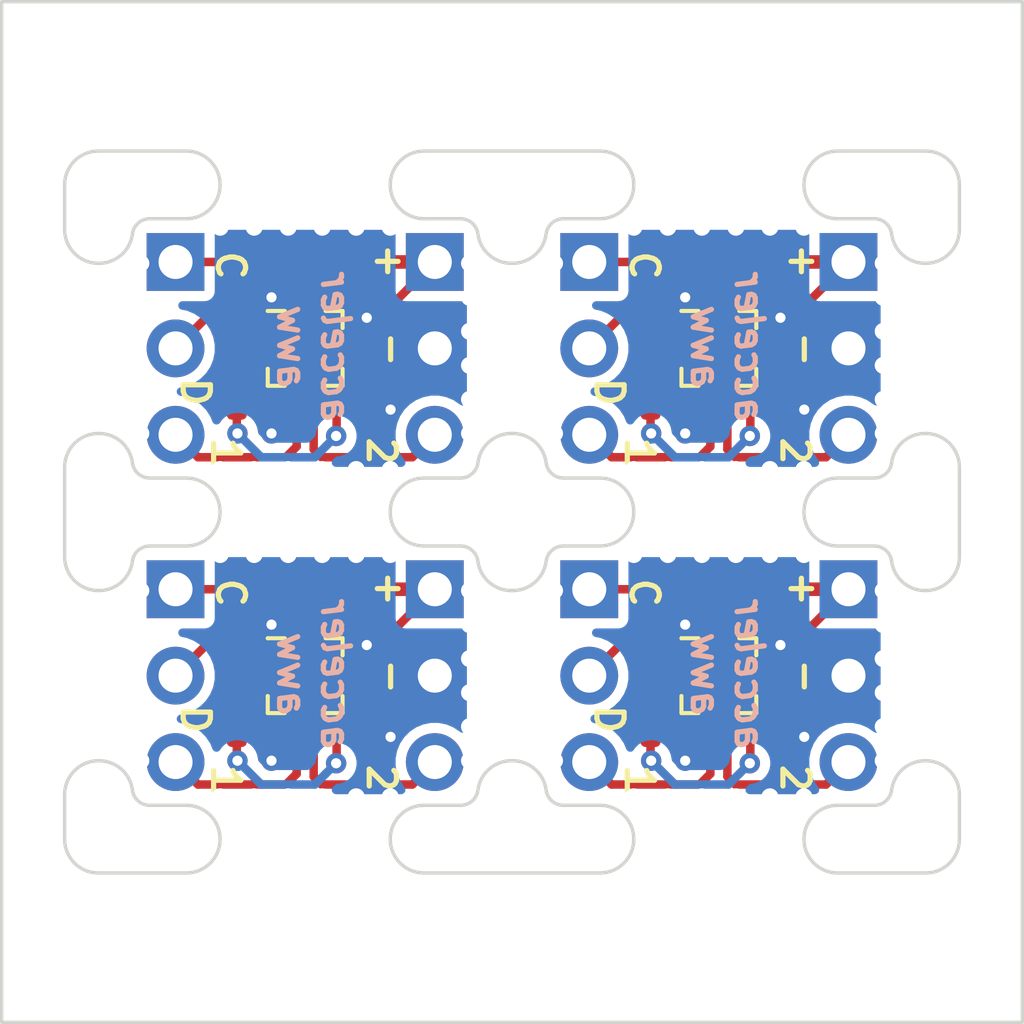
<source format=kicad_pcb>
(kicad_pcb (version 20171130) (host pcbnew 5.1.4+dfsg1-1)
  (layers (0 F.Cu signal) (31 B.Cu signal) (34 B.Paste user) (35 F.Paste user) (36 B.SilkS user) (37 F.SilkS user) (38 B.Mask user) (39 F.Mask user) (44 Edge.Cuts user))
  (net 0 "")
  (net 1 Board_1-+3V3)
  (net 2 Board_1-GND)
  (net 3 Board_1-I2C_CLK)
  (net 4 Board_1-I2C_DATA)
  (net 5 Board_1-INT_1)
  (net 6 Board_1-INT_2)
  (net 7 Board_2-+3V3)
  (net 8 Board_2-GND)
  (net 9 Board_2-I2C_CLK)
  (net 10 Board_2-I2C_DATA)
  (net 11 Board_2-INT_1)
  (net 12 Board_2-INT_2)
  (net 13 Board_3-+3V3)
  (net 14 Board_3-GND)
  (net 15 Board_3-I2C_CLK)
  (net 16 Board_3-I2C_DATA)
  (net 17 Board_3-INT_1)
  (net 18 Board_3-INT_2)
  (net 19 Board_4-+3V3)
  (net 20 Board_4-GND)
  (net 21 Board_4-I2C_CLK)
  (net 22 Board_4-I2C_DATA)
  (net 23 Board_4-INT_1)
  (net 24 Board_4-INT_2)
  (module NPTH (layer F.Cu) (at 72.071007 65.930013)
    (fp_text reference REF** hide)
    (fp_text value NPTH hide)
    (pad "" np_thru_hole circle (at 0 0) (size 0.5 0.5) (drill 0.5) (layers *.Cu *.Mask))
  )
  (module NPTH (layer F.Cu) (at 72.071006 64.930013)
    (fp_text reference REF** hide)
    (fp_text value NPTH hide)
    (pad "" np_thru_hole circle (at 0 0) (size 0.5 0.5) (drill 0.5) (layers *.Cu *.Mask))
  )
  (module NPTH (layer F.Cu) (at 72.071005 63.930013)
    (fp_text reference REF** hide)
    (fp_text value NPTH hide)
    (pad "" np_thru_hole circle (at 0 0) (size 0.5 0.5) (drill 0.5) (layers *.Cu *.Mask))
  )
  (module NPTH (layer F.Cu) (at 72.071003 62.930013)
    (fp_text reference REF** hide)
    (fp_text value NPTH hide)
    (pad "" np_thru_hole circle (at 0 0) (size 0.5 0.5) (drill 0.5) (layers *.Cu *.Mask))
  )
  (module NPTH (layer F.Cu) (at 72.071002 61.930013)
    (fp_text reference REF** hide)
    (fp_text value NPTH hide)
    (pad "" np_thru_hole circle (at 0 0) (size 0.5 0.5) (drill 0.5) (layers *.Cu *.Mask))
  )
  (module NPTH (layer F.Cu) (at 72.071001 60.930013)
    (fp_text reference REF** hide)
    (fp_text value NPTH hide)
    (pad "" np_thru_hole circle (at 0 0) (size 0.5 0.5) (drill 0.5) (layers *.Cu *.Mask))
  )
  (module NPTH (layer F.Cu) (at 62.409007 60.930013)
    (fp_text reference REF** hide)
    (fp_text value NPTH hide)
    (pad "" np_thru_hole circle (at 0 0) (size 0.5 0.5) (drill 0.5) (layers *.Cu *.Mask))
  )
  (module NPTH (layer F.Cu) (at 62.409006 61.930013)
    (fp_text reference REF** hide)
    (fp_text value NPTH hide)
    (pad "" np_thru_hole circle (at 0 0) (size 0.5 0.5) (drill 0.5) (layers *.Cu *.Mask))
  )
  (module NPTH (layer F.Cu) (at 62.409005 62.930013)
    (fp_text reference REF** hide)
    (fp_text value NPTH hide)
    (pad "" np_thru_hole circle (at 0 0) (size 0.5 0.5) (drill 0.5) (layers *.Cu *.Mask))
  )
  (module NPTH (layer F.Cu) (at 62.409003 63.930013)
    (fp_text reference REF** hide)
    (fp_text value NPTH hide)
    (pad "" np_thru_hole circle (at 0 0) (size 0.5 0.5) (drill 0.5) (layers *.Cu *.Mask))
  )
  (module NPTH (layer F.Cu) (at 62.409002 64.930013)
    (fp_text reference REF** hide)
    (fp_text value NPTH hide)
    (pad "" np_thru_hole circle (at 0 0) (size 0.5 0.5) (drill 0.5) (layers *.Cu *.Mask))
  )
  (module NPTH (layer F.Cu) (at 62.409001 65.930013)
    (fp_text reference REF** hide)
    (fp_text value NPTH hide)
    (pad "" np_thru_hole circle (at 0 0) (size 0.5 0.5) (drill 0.5) (layers *.Cu *.Mask))
  )
  (module NPTH (layer F.Cu) (at 59.911 65.930013)
    (fp_text reference REF** hide)
    (fp_text value NPTH hide)
    (pad "" np_thru_hole circle (at 0 0) (size 0.5 0.5) (drill 0.5) (layers *.Cu *.Mask))
  )
  (module NPTH (layer F.Cu) (at 59.911 64.930013)
    (fp_text reference REF** hide)
    (fp_text value NPTH hide)
    (pad "" np_thru_hole circle (at 0 0) (size 0.5 0.5) (drill 0.5) (layers *.Cu *.Mask))
  )
  (module NPTH (layer F.Cu) (at 59.911 63.930013)
    (fp_text reference REF** hide)
    (fp_text value NPTH hide)
    (pad "" np_thru_hole circle (at 0 0) (size 0.5 0.5) (drill 0.5) (layers *.Cu *.Mask))
  )
  (module NPTH (layer F.Cu) (at 59.911 62.930013)
    (fp_text reference REF** hide)
    (fp_text value NPTH hide)
    (pad "" np_thru_hole circle (at 0 0) (size 0.5 0.5) (drill 0.5) (layers *.Cu *.Mask))
  )
  (module NPTH (layer F.Cu) (at 59.911 61.930013)
    (fp_text reference REF** hide)
    (fp_text value NPTH hide)
    (pad "" np_thru_hole circle (at 0 0) (size 0.5 0.5) (drill 0.5) (layers *.Cu *.Mask))
  )
  (module NPTH (layer F.Cu) (at 59.911 60.930013)
    (fp_text reference REF** hide)
    (fp_text value NPTH hide)
    (pad "" np_thru_hole circle (at 0 0) (size 0.5 0.5) (drill 0.5) (layers *.Cu *.Mask))
  )
  (module NPTH (layer F.Cu) (at 50.249 60.930013)
    (fp_text reference REF** hide)
    (fp_text value NPTH hide)
    (pad "" np_thru_hole circle (at 0 0) (size 0.5 0.5) (drill 0.5) (layers *.Cu *.Mask))
  )
  (module NPTH (layer F.Cu) (at 50.249 61.930013)
    (fp_text reference REF** hide)
    (fp_text value NPTH hide)
    (pad "" np_thru_hole circle (at 0 0) (size 0.5 0.5) (drill 0.5) (layers *.Cu *.Mask))
  )
  (module NPTH (layer F.Cu) (at 50.249 62.930013)
    (fp_text reference REF** hide)
    (fp_text value NPTH hide)
    (pad "" np_thru_hole circle (at 0 0) (size 0.5 0.5) (drill 0.5) (layers *.Cu *.Mask))
  )
  (module NPTH (layer F.Cu) (at 50.249 63.930013)
    (fp_text reference REF** hide)
    (fp_text value NPTH hide)
    (pad "" np_thru_hole circle (at 0 0) (size 0.5 0.5) (drill 0.5) (layers *.Cu *.Mask))
  )
  (module NPTH (layer F.Cu) (at 50.249 64.930013)
    (fp_text reference REF** hide)
    (fp_text value NPTH hide)
    (pad "" np_thru_hole circle (at 0 0) (size 0.5 0.5) (drill 0.5) (layers *.Cu *.Mask))
  )
  (module NPTH (layer F.Cu) (at 50.249 65.930013)
    (fp_text reference REF** hide)
    (fp_text value NPTH hide)
    (pad "" np_thru_hole circle (at 0 0) (size 0.5 0.5) (drill 0.5) (layers *.Cu *.Mask))
  )
  (module NPTH (layer F.Cu) (at 72.071007 56.310004)
    (fp_text reference REF** hide)
    (fp_text value NPTH hide)
    (pad "" np_thru_hole circle (at 0 0) (size 0.5 0.5) (drill 0.5) (layers *.Cu *.Mask))
  )
  (module NPTH (layer F.Cu) (at 72.071006 55.310004)
    (fp_text reference REF** hide)
    (fp_text value NPTH hide)
    (pad "" np_thru_hole circle (at 0 0) (size 0.5 0.5) (drill 0.5) (layers *.Cu *.Mask))
  )
  (module NPTH (layer F.Cu) (at 72.071005 54.310004)
    (fp_text reference REF** hide)
    (fp_text value NPTH hide)
    (pad "" np_thru_hole circle (at 0 0) (size 0.5 0.5) (drill 0.5) (layers *.Cu *.Mask))
  )
  (module NPTH (layer F.Cu) (at 72.071003 53.310004)
    (fp_text reference REF** hide)
    (fp_text value NPTH hide)
    (pad "" np_thru_hole circle (at 0 0) (size 0.5 0.5) (drill 0.5) (layers *.Cu *.Mask))
  )
  (module NPTH (layer F.Cu) (at 72.071002 52.310004)
    (fp_text reference REF** hide)
    (fp_text value NPTH hide)
    (pad "" np_thru_hole circle (at 0 0) (size 0.5 0.5) (drill 0.5) (layers *.Cu *.Mask))
  )
  (module NPTH (layer F.Cu) (at 72.071001 51.310004)
    (fp_text reference REF** hide)
    (fp_text value NPTH hide)
    (pad "" np_thru_hole circle (at 0 0) (size 0.5 0.5) (drill 0.5) (layers *.Cu *.Mask))
  )
  (module NPTH (layer F.Cu) (at 62.409007 51.310004)
    (fp_text reference REF** hide)
    (fp_text value NPTH hide)
    (pad "" np_thru_hole circle (at 0 0) (size 0.5 0.5) (drill 0.5) (layers *.Cu *.Mask))
  )
  (module NPTH (layer F.Cu) (at 62.409006 52.310004)
    (fp_text reference REF** hide)
    (fp_text value NPTH hide)
    (pad "" np_thru_hole circle (at 0 0) (size 0.5 0.5) (drill 0.5) (layers *.Cu *.Mask))
  )
  (module NPTH (layer F.Cu) (at 62.409005 53.310004)
    (fp_text reference REF** hide)
    (fp_text value NPTH hide)
    (pad "" np_thru_hole circle (at 0 0) (size 0.5 0.5) (drill 0.5) (layers *.Cu *.Mask))
  )
  (module NPTH (layer F.Cu) (at 62.409003 54.310004)
    (fp_text reference REF** hide)
    (fp_text value NPTH hide)
    (pad "" np_thru_hole circle (at 0 0) (size 0.5 0.5) (drill 0.5) (layers *.Cu *.Mask))
  )
  (module NPTH (layer F.Cu) (at 62.409002 55.310004)
    (fp_text reference REF** hide)
    (fp_text value NPTH hide)
    (pad "" np_thru_hole circle (at 0 0) (size 0.5 0.5) (drill 0.5) (layers *.Cu *.Mask))
  )
  (module NPTH (layer F.Cu) (at 62.409001 56.310004)
    (fp_text reference REF** hide)
    (fp_text value NPTH hide)
    (pad "" np_thru_hole circle (at 0 0) (size 0.5 0.5) (drill 0.5) (layers *.Cu *.Mask))
  )
  (module NPTH (layer F.Cu) (at 59.911 56.310004)
    (fp_text reference REF** hide)
    (fp_text value NPTH hide)
    (pad "" np_thru_hole circle (at 0 0) (size 0.5 0.5) (drill 0.5) (layers *.Cu *.Mask))
  )
  (module NPTH (layer F.Cu) (at 59.911 55.310004)
    (fp_text reference REF** hide)
    (fp_text value NPTH hide)
    (pad "" np_thru_hole circle (at 0 0) (size 0.5 0.5) (drill 0.5) (layers *.Cu *.Mask))
  )
  (module NPTH (layer F.Cu) (at 59.911 54.310004)
    (fp_text reference REF** hide)
    (fp_text value NPTH hide)
    (pad "" np_thru_hole circle (at 0 0) (size 0.5 0.5) (drill 0.5) (layers *.Cu *.Mask))
  )
  (module NPTH (layer F.Cu) (at 59.911 53.310004)
    (fp_text reference REF** hide)
    (fp_text value NPTH hide)
    (pad "" np_thru_hole circle (at 0 0) (size 0.5 0.5) (drill 0.5) (layers *.Cu *.Mask))
  )
  (module NPTH (layer F.Cu) (at 59.911 52.310004)
    (fp_text reference REF** hide)
    (fp_text value NPTH hide)
    (pad "" np_thru_hole circle (at 0 0) (size 0.5 0.5) (drill 0.5) (layers *.Cu *.Mask))
  )
  (module NPTH (layer F.Cu) (at 59.911 51.310004)
    (fp_text reference REF** hide)
    (fp_text value NPTH hide)
    (pad "" np_thru_hole circle (at 0 0) (size 0.5 0.5) (drill 0.5) (layers *.Cu *.Mask))
  )
  (module NPTH (layer F.Cu) (at 50.249 51.310004)
    (fp_text reference REF** hide)
    (fp_text value NPTH hide)
    (pad "" np_thru_hole circle (at 0 0) (size 0.5 0.5) (drill 0.5) (layers *.Cu *.Mask))
  )
  (module NPTH (layer F.Cu) (at 50.249 52.310004)
    (fp_text reference REF** hide)
    (fp_text value NPTH hide)
    (pad "" np_thru_hole circle (at 0 0) (size 0.5 0.5) (drill 0.5) (layers *.Cu *.Mask))
  )
  (module NPTH (layer F.Cu) (at 50.249 53.310004)
    (fp_text reference REF** hide)
    (fp_text value NPTH hide)
    (pad "" np_thru_hole circle (at 0 0) (size 0.5 0.5) (drill 0.5) (layers *.Cu *.Mask))
  )
  (module NPTH (layer F.Cu) (at 50.249 54.310004)
    (fp_text reference REF** hide)
    (fp_text value NPTH hide)
    (pad "" np_thru_hole circle (at 0 0) (size 0.5 0.5) (drill 0.5) (layers *.Cu *.Mask))
  )
  (module NPTH (layer F.Cu) (at 50.249 55.310004)
    (fp_text reference REF** hide)
    (fp_text value NPTH hide)
    (pad "" np_thru_hole circle (at 0 0) (size 0.5 0.5) (drill 0.5) (layers *.Cu *.Mask))
  )
  (module NPTH (layer F.Cu) (at 50.249 56.310004)
    (fp_text reference REF** hide)
    (fp_text value NPTH hide)
    (pad "" np_thru_hole circle (at 0 0) (size 0.5 0.5) (drill 0.5) (layers *.Cu *.Mask))
  )
  (module NPTH (layer F.Cu) (at 64.740011 66.991007)
    (fp_text reference REF** hide)
    (fp_text value NPTH hide)
    (pad "" np_thru_hole circle (at 0 0) (size 0.5 0.5) (drill 0.5) (layers *.Cu *.Mask))
  )
  (module NPTH (layer F.Cu) (at 65.740011 66.991006)
    (fp_text reference REF** hide)
    (fp_text value NPTH hide)
    (pad "" np_thru_hole circle (at 0 0) (size 0.5 0.5) (drill 0.5) (layers *.Cu *.Mask))
  )
  (module NPTH (layer F.Cu) (at 66.740011 66.991005)
    (fp_text reference REF** hide)
    (fp_text value NPTH hide)
    (pad "" np_thru_hole circle (at 0 0) (size 0.5 0.5) (drill 0.5) (layers *.Cu *.Mask))
  )
  (module NPTH (layer F.Cu) (at 67.740011 66.991004)
    (fp_text reference REF** hide)
    (fp_text value NPTH hide)
    (pad "" np_thru_hole circle (at 0 0) (size 0.5 0.5) (drill 0.5) (layers *.Cu *.Mask))
  )
  (module NPTH (layer F.Cu) (at 68.740011 66.991003)
    (fp_text reference REF** hide)
    (fp_text value NPTH hide)
    (pad "" np_thru_hole circle (at 0 0) (size 0.5 0.5) (drill 0.5) (layers *.Cu *.Mask))
  )
  (module NPTH (layer F.Cu) (at 69.740011 66.991002)
    (fp_text reference REF** hide)
    (fp_text value NPTH hide)
    (pad "" np_thru_hole circle (at 0 0) (size 0.5 0.5) (drill 0.5) (layers *.Cu *.Mask))
  )
  (module NPTH (layer F.Cu) (at 69.740011 59.869007)
    (fp_text reference REF** hide)
    (fp_text value NPTH hide)
    (pad "" np_thru_hole circle (at 0 0) (size 0.5 0.5) (drill 0.5) (layers *.Cu *.Mask))
  )
  (module NPTH (layer F.Cu) (at 68.740011 59.869006)
    (fp_text reference REF** hide)
    (fp_text value NPTH hide)
    (pad "" np_thru_hole circle (at 0 0) (size 0.5 0.5) (drill 0.5) (layers *.Cu *.Mask))
  )
  (module NPTH (layer F.Cu) (at 67.740011 59.869005)
    (fp_text reference REF** hide)
    (fp_text value NPTH hide)
    (pad "" np_thru_hole circle (at 0 0) (size 0.5 0.5) (drill 0.5) (layers *.Cu *.Mask))
  )
  (module NPTH (layer F.Cu) (at 66.740011 59.869004)
    (fp_text reference REF** hide)
    (fp_text value NPTH hide)
    (pad "" np_thru_hole circle (at 0 0) (size 0.5 0.5) (drill 0.5) (layers *.Cu *.Mask))
  )
  (module NPTH (layer F.Cu) (at 65.740011 59.869003)
    (fp_text reference REF** hide)
    (fp_text value NPTH hide)
    (pad "" np_thru_hole circle (at 0 0) (size 0.5 0.5) (drill 0.5) (layers *.Cu *.Mask))
  )
  (module NPTH (layer F.Cu) (at 64.740011 59.869002)
    (fp_text reference REF** hide)
    (fp_text value NPTH hide)
    (pad "" np_thru_hole circle (at 0 0) (size 0.5 0.5) (drill 0.5) (layers *.Cu *.Mask))
  )
  (module NPTH (layer F.Cu) (at 52.580003 66.991007)
    (fp_text reference REF** hide)
    (fp_text value NPTH hide)
    (pad "" np_thru_hole circle (at 0 0) (size 0.5 0.5) (drill 0.5) (layers *.Cu *.Mask))
  )
  (module NPTH (layer F.Cu) (at 53.580003 66.991006)
    (fp_text reference REF** hide)
    (fp_text value NPTH hide)
    (pad "" np_thru_hole circle (at 0 0) (size 0.5 0.5) (drill 0.5) (layers *.Cu *.Mask))
  )
  (module NPTH (layer F.Cu) (at 54.580003 66.991005)
    (fp_text reference REF** hide)
    (fp_text value NPTH hide)
    (pad "" np_thru_hole circle (at 0 0) (size 0.5 0.5) (drill 0.5) (layers *.Cu *.Mask))
  )
  (module NPTH (layer F.Cu) (at 55.580003 66.991004)
    (fp_text reference REF** hide)
    (fp_text value NPTH hide)
    (pad "" np_thru_hole circle (at 0 0) (size 0.5 0.5) (drill 0.5) (layers *.Cu *.Mask))
  )
  (module NPTH (layer F.Cu) (at 56.580003 66.991003)
    (fp_text reference REF** hide)
    (fp_text value NPTH hide)
    (pad "" np_thru_hole circle (at 0 0) (size 0.5 0.5) (drill 0.5) (layers *.Cu *.Mask))
  )
  (module NPTH (layer F.Cu) (at 57.580003 66.991002)
    (fp_text reference REF** hide)
    (fp_text value NPTH hide)
    (pad "" np_thru_hole circle (at 0 0) (size 0.5 0.5) (drill 0.5) (layers *.Cu *.Mask))
  )
  (module NPTH (layer F.Cu) (at 57.580003 59.869007)
    (fp_text reference REF** hide)
    (fp_text value NPTH hide)
    (pad "" np_thru_hole circle (at 0 0) (size 0.5 0.5) (drill 0.5) (layers *.Cu *.Mask))
  )
  (module NPTH (layer F.Cu) (at 56.580003 59.869006)
    (fp_text reference REF** hide)
    (fp_text value NPTH hide)
    (pad "" np_thru_hole circle (at 0 0) (size 0.5 0.5) (drill 0.5) (layers *.Cu *.Mask))
  )
  (module NPTH (layer F.Cu) (at 55.580003 59.869005)
    (fp_text reference REF** hide)
    (fp_text value NPTH hide)
    (pad "" np_thru_hole circle (at 0 0) (size 0.5 0.5) (drill 0.5) (layers *.Cu *.Mask))
  )
  (module NPTH (layer F.Cu) (at 54.580003 59.869004)
    (fp_text reference REF** hide)
    (fp_text value NPTH hide)
    (pad "" np_thru_hole circle (at 0 0) (size 0.5 0.5) (drill 0.5) (layers *.Cu *.Mask))
  )
  (module NPTH (layer F.Cu) (at 53.580003 59.869003)
    (fp_text reference REF** hide)
    (fp_text value NPTH hide)
    (pad "" np_thru_hole circle (at 0 0) (size 0.5 0.5) (drill 0.5) (layers *.Cu *.Mask))
  )
  (module NPTH (layer F.Cu) (at 52.580003 59.869002)
    (fp_text reference REF** hide)
    (fp_text value NPTH hide)
    (pad "" np_thru_hole circle (at 0 0) (size 0.5 0.5) (drill 0.5) (layers *.Cu *.Mask))
  )
  (module NPTH (layer F.Cu) (at 64.740011 57.371)
    (fp_text reference REF** hide)
    (fp_text value NPTH hide)
    (pad "" np_thru_hole circle (at 0 0) (size 0.5 0.5) (drill 0.5) (layers *.Cu *.Mask))
  )
  (module NPTH (layer F.Cu) (at 65.740011 57.371)
    (fp_text reference REF** hide)
    (fp_text value NPTH hide)
    (pad "" np_thru_hole circle (at 0 0) (size 0.5 0.5) (drill 0.5) (layers *.Cu *.Mask))
  )
  (module NPTH (layer F.Cu) (at 66.740011 57.371)
    (fp_text reference REF** hide)
    (fp_text value NPTH hide)
    (pad "" np_thru_hole circle (at 0 0) (size 0.5 0.5) (drill 0.5) (layers *.Cu *.Mask))
  )
  (module NPTH (layer F.Cu) (at 67.740011 57.371)
    (fp_text reference REF** hide)
    (fp_text value NPTH hide)
    (pad "" np_thru_hole circle (at 0 0) (size 0.5 0.5) (drill 0.5) (layers *.Cu *.Mask))
  )
  (module NPTH (layer F.Cu) (at 68.740011 57.371)
    (fp_text reference REF** hide)
    (fp_text value NPTH hide)
    (pad "" np_thru_hole circle (at 0 0) (size 0.5 0.5) (drill 0.5) (layers *.Cu *.Mask))
  )
  (module NPTH (layer F.Cu) (at 69.740011 57.371)
    (fp_text reference REF** hide)
    (fp_text value NPTH hide)
    (pad "" np_thru_hole circle (at 0 0) (size 0.5 0.5) (drill 0.5) (layers *.Cu *.Mask))
  )
  (module NPTH (layer F.Cu) (at 69.740011 50.249)
    (fp_text reference REF** hide)
    (fp_text value NPTH hide)
    (pad "" np_thru_hole circle (at 0 0) (size 0.5 0.5) (drill 0.5) (layers *.Cu *.Mask))
  )
  (module NPTH (layer F.Cu) (at 68.740011 50.249)
    (fp_text reference REF** hide)
    (fp_text value NPTH hide)
    (pad "" np_thru_hole circle (at 0 0) (size 0.5 0.5) (drill 0.5) (layers *.Cu *.Mask))
  )
  (module NPTH (layer F.Cu) (at 67.740011 50.249)
    (fp_text reference REF** hide)
    (fp_text value NPTH hide)
    (pad "" np_thru_hole circle (at 0 0) (size 0.5 0.5) (drill 0.5) (layers *.Cu *.Mask))
  )
  (module NPTH (layer F.Cu) (at 66.740011 50.249)
    (fp_text reference REF** hide)
    (fp_text value NPTH hide)
    (pad "" np_thru_hole circle (at 0 0) (size 0.5 0.5) (drill 0.5) (layers *.Cu *.Mask))
  )
  (module NPTH (layer F.Cu) (at 65.740011 50.249)
    (fp_text reference REF** hide)
    (fp_text value NPTH hide)
    (pad "" np_thru_hole circle (at 0 0) (size 0.5 0.5) (drill 0.5) (layers *.Cu *.Mask))
  )
  (module NPTH (layer F.Cu) (at 64.740011 50.249)
    (fp_text reference REF** hide)
    (fp_text value NPTH hide)
    (pad "" np_thru_hole circle (at 0 0) (size 0.5 0.5) (drill 0.5) (layers *.Cu *.Mask))
  )
  (module NPTH (layer F.Cu) (at 52.580003 57.371)
    (fp_text reference REF** hide)
    (fp_text value NPTH hide)
    (pad "" np_thru_hole circle (at 0 0) (size 0.5 0.5) (drill 0.5) (layers *.Cu *.Mask))
  )
  (module NPTH (layer F.Cu) (at 53.580003 57.371)
    (fp_text reference REF** hide)
    (fp_text value NPTH hide)
    (pad "" np_thru_hole circle (at 0 0) (size 0.5 0.5) (drill 0.5) (layers *.Cu *.Mask))
  )
  (module NPTH (layer F.Cu) (at 54.580003 57.371)
    (fp_text reference REF** hide)
    (fp_text value NPTH hide)
    (pad "" np_thru_hole circle (at 0 0) (size 0.5 0.5) (drill 0.5) (layers *.Cu *.Mask))
  )
  (module NPTH (layer F.Cu) (at 55.580003 57.371)
    (fp_text reference REF** hide)
    (fp_text value NPTH hide)
    (pad "" np_thru_hole circle (at 0 0) (size 0.5 0.5) (drill 0.5) (layers *.Cu *.Mask))
  )
  (module NPTH (layer F.Cu) (at 56.580003 57.371)
    (fp_text reference REF** hide)
    (fp_text value NPTH hide)
    (pad "" np_thru_hole circle (at 0 0) (size 0.5 0.5) (drill 0.5) (layers *.Cu *.Mask))
  )
  (module NPTH (layer F.Cu) (at 57.580003 57.371)
    (fp_text reference REF** hide)
    (fp_text value NPTH hide)
    (pad "" np_thru_hole circle (at 0 0) (size 0.5 0.5) (drill 0.5) (layers *.Cu *.Mask))
  )
  (module NPTH (layer F.Cu) (at 57.580003 50.249)
    (fp_text reference REF** hide)
    (fp_text value NPTH hide)
    (pad "" np_thru_hole circle (at 0 0) (size 0.5 0.5) (drill 0.5) (layers *.Cu *.Mask))
  )
  (module NPTH (layer F.Cu) (at 56.580003 50.249)
    (fp_text reference REF** hide)
    (fp_text value NPTH hide)
    (pad "" np_thru_hole circle (at 0 0) (size 0.5 0.5) (drill 0.5) (layers *.Cu *.Mask))
  )
  (module NPTH (layer F.Cu) (at 55.580003 50.249)
    (fp_text reference REF** hide)
    (fp_text value NPTH hide)
    (pad "" np_thru_hole circle (at 0 0) (size 0.5 0.5) (drill 0.5) (layers *.Cu *.Mask))
  )
  (module NPTH (layer F.Cu) (at 54.580003 50.249)
    (fp_text reference REF** hide)
    (fp_text value NPTH hide)
    (pad "" np_thru_hole circle (at 0 0) (size 0.5 0.5) (drill 0.5) (layers *.Cu *.Mask))
  )
  (module NPTH (layer F.Cu) (at 53.580003 50.249)
    (fp_text reference REF** hide)
    (fp_text value NPTH hide)
    (pad "" np_thru_hole circle (at 0 0) (size 0.5 0.5) (drill 0.5) (layers *.Cu *.Mask))
  )
  (module NPTH (layer F.Cu) (at 52.580003 50.249)
    (fp_text reference REF** hide)
    (fp_text value NPTH hide)
    (pad "" np_thru_hole circle (at 0 0) (size 0.5 0.5) (drill 0.5) (layers *.Cu *.Mask))
  )
  (module Package_LGA:LGA-12_2x2mm_P0.5mm (layer F.Cu) (at 67.240009 63.43001)
    (fp_text reference U1 hide)
    (fp_text value QMA7981)
    (pad 2 smd rect (at -0.7625 -0.25) (size 0.375 0.35) (layers F.Cu F.Paste F.Mask) (net 22 Board_4-I2C_DATA))
    (pad 3 smd rect (at -0.7625 0.25) (size 0.375 0.35) (layers F.Cu F.Paste F.Mask) (net 19 Board_4-+3V3))
    (pad 9 smd rect (at 0.7625 -0.25) (size 0.375 0.35) (layers F.Cu F.Paste F.Mask) (net 20 Board_4-GND))
    (pad 8 smd rect (at 0.7625 0.25) (size 0.375 0.35) (layers F.Cu F.Paste F.Mask) (net 20 Board_4-GND))
    (pad 4 smd rect (at -0.7625 0.75) (size 0.375 0.35) (layers F.Cu F.Paste F.Mask))
    (pad 7 smd rect (at 0.7625 0.75) (size 0.375 0.35) (layers F.Cu F.Paste F.Mask) (net 19 Board_4-+3V3))
    (pad 1 smd rect (at -0.7625 -0.75) (size 0.375 0.35) (layers F.Cu F.Paste F.Mask) (net 20 Board_4-GND))
    (pad 10 smd rect (at 0.7625 -0.75) (size 0.375 0.35) (layers F.Cu F.Paste F.Mask) (net 19 Board_4-+3V3))
    (pad 5 smd rect (at -0.25 0.7625 90) (size 0.375 0.35) (layers F.Cu F.Paste F.Mask) (net 23 Board_4-INT_1))
    (pad 6 smd rect (at 0.25 0.7625 90) (size 0.375 0.35) (layers F.Cu F.Paste F.Mask) (net 24 Board_4-INT_2))
    (pad 11 smd rect (at 0.25 -0.7625 90) (size 0.375 0.35) (layers F.Cu F.Paste F.Mask))
    (pad 12 smd rect (at -0.25 -0.7625 90) (size 0.375 0.35) (layers F.Cu F.Paste F.Mask) (net 21 Board_4-I2C_CLK))
  )
  (module Capacitor_SMD:C_0402_1005Metric (layer F.Cu) (at 65.716009 65.20801)
    (fp_text reference C3 hide)
    (fp_text value 10n)
    (pad 1 smd roundrect (at -0.485 0) (size 0.59 0.64) (layers F.Cu F.Paste F.Mask) (net 19 Board_4-+3V3))
    (pad 2 smd roundrect (at 0.485 0) (size 0.59 0.64) (layers F.Cu F.Paste F.Mask) (net 20 Board_4-GND))
  )
  (module Resistor_SMD:R_0603_1608Metric (layer F.Cu) (at 65.208009 63.17601 90)
    (fp_text reference R1 hide)
    (fp_text value 4k7)
    (pad 1 smd roundrect (at -0.7875 0 90) (size 0.875 0.95) (layers F.Cu F.Paste F.Mask) (net 19 Board_4-+3V3))
    (pad 2 smd roundrect (at 0.7875 0 90) (size 0.875 0.95) (layers F.Cu F.Paste F.Mask) (net 22 Board_4-I2C_DATA))
  )
  (module Connector_PinHeader_2.54mm:PinHeader_1x03_P2.54mm_Vertical (layer B.Cu) (at 71.050009 60.89001 180)
    (fp_text reference J2 hide)
    (fp_text value Conn_01x03)
    (pad 1 thru_hole rect (at 0 0 180) (size 1.7 1.7) (drill 1) (layers *.Cu *.Mask) (net 19 Board_4-+3V3))
    (pad 2 thru_hole oval (at 0 -2.54 180) (size 1.7 1.7) (drill 1) (layers *.Cu *.Mask) (net 20 Board_4-GND))
    (pad 3 thru_hole oval (at 0 -5.08 180) (size 1.7 1.7) (drill 1) (layers *.Cu *.Mask) (net 24 Board_4-INT_2))
  )
  (module Connector_PinHeader_2.54mm:PinHeader_1x03_P2.54mm_Vertical (layer B.Cu) (at 63.430009 60.89001 180)
    (fp_text reference J1 hide)
    (fp_text value Conn_01x03)
    (pad 1 thru_hole rect (at 0 0 180) (size 1.7 1.7) (drill 1) (layers *.Cu *.Mask) (net 21 Board_4-I2C_CLK))
    (pad 2 thru_hole oval (at 0 -2.54 180) (size 1.7 1.7) (drill 1) (layers *.Cu *.Mask) (net 22 Board_4-I2C_DATA))
    (pad 3 thru_hole oval (at 0 -5.08 180) (size 1.7 1.7) (drill 1) (layers *.Cu *.Mask) (net 23 Board_4-INT_1))
  )
  (module Package_LGA:LGA-12_2x2mm_P0.5mm (layer F.Cu) (at 55.080001 63.43001)
    (fp_text reference U1 hide)
    (fp_text value QMA7981)
    (pad 2 smd rect (at -0.7625 -0.25) (size 0.375 0.35) (layers F.Cu F.Paste F.Mask) (net 16 Board_3-I2C_DATA))
    (pad 3 smd rect (at -0.7625 0.25) (size 0.375 0.35) (layers F.Cu F.Paste F.Mask) (net 13 Board_3-+3V3))
    (pad 9 smd rect (at 0.7625 -0.25) (size 0.375 0.35) (layers F.Cu F.Paste F.Mask) (net 14 Board_3-GND))
    (pad 8 smd rect (at 0.7625 0.25) (size 0.375 0.35) (layers F.Cu F.Paste F.Mask) (net 14 Board_3-GND))
    (pad 4 smd rect (at -0.7625 0.75) (size 0.375 0.35) (layers F.Cu F.Paste F.Mask))
    (pad 7 smd rect (at 0.7625 0.75) (size 0.375 0.35) (layers F.Cu F.Paste F.Mask) (net 13 Board_3-+3V3))
    (pad 1 smd rect (at -0.7625 -0.75) (size 0.375 0.35) (layers F.Cu F.Paste F.Mask) (net 14 Board_3-GND))
    (pad 10 smd rect (at 0.7625 -0.75) (size 0.375 0.35) (layers F.Cu F.Paste F.Mask) (net 13 Board_3-+3V3))
    (pad 5 smd rect (at -0.25 0.7625 90) (size 0.375 0.35) (layers F.Cu F.Paste F.Mask) (net 17 Board_3-INT_1))
    (pad 6 smd rect (at 0.25 0.7625 90) (size 0.375 0.35) (layers F.Cu F.Paste F.Mask) (net 18 Board_3-INT_2))
    (pad 11 smd rect (at 0.25 -0.7625 90) (size 0.375 0.35) (layers F.Cu F.Paste F.Mask))
    (pad 12 smd rect (at -0.25 -0.7625 90) (size 0.375 0.35) (layers F.Cu F.Paste F.Mask) (net 15 Board_3-I2C_CLK))
  )
  (module Capacitor_SMD:C_0402_1005Metric (layer F.Cu) (at 53.556001 65.20801)
    (fp_text reference C3 hide)
    (fp_text value 10n)
    (pad 1 smd roundrect (at -0.485 0) (size 0.59 0.64) (layers F.Cu F.Paste F.Mask) (net 13 Board_3-+3V3))
    (pad 2 smd roundrect (at 0.485 0) (size 0.59 0.64) (layers F.Cu F.Paste F.Mask) (net 14 Board_3-GND))
  )
  (module Resistor_SMD:R_0603_1608Metric (layer F.Cu) (at 53.048001 63.17601 90)
    (fp_text reference R1 hide)
    (fp_text value 4k7)
    (pad 1 smd roundrect (at -0.7875 0 90) (size 0.875 0.95) (layers F.Cu F.Paste F.Mask) (net 13 Board_3-+3V3))
    (pad 2 smd roundrect (at 0.7875 0 90) (size 0.875 0.95) (layers F.Cu F.Paste F.Mask) (net 16 Board_3-I2C_DATA))
  )
  (module Connector_PinHeader_2.54mm:PinHeader_1x03_P2.54mm_Vertical (layer B.Cu) (at 58.890001 60.89001 180)
    (fp_text reference J2 hide)
    (fp_text value Conn_01x03)
    (pad 1 thru_hole rect (at 0 0 180) (size 1.7 1.7) (drill 1) (layers *.Cu *.Mask) (net 13 Board_3-+3V3))
    (pad 2 thru_hole oval (at 0 -2.54 180) (size 1.7 1.7) (drill 1) (layers *.Cu *.Mask) (net 14 Board_3-GND))
    (pad 3 thru_hole oval (at 0 -5.08 180) (size 1.7 1.7) (drill 1) (layers *.Cu *.Mask) (net 18 Board_3-INT_2))
  )
  (module Connector_PinHeader_2.54mm:PinHeader_1x03_P2.54mm_Vertical (layer B.Cu) (at 51.270001 60.89001 180)
    (fp_text reference J1 hide)
    (fp_text value Conn_01x03)
    (pad 1 thru_hole rect (at 0 0 180) (size 1.7 1.7) (drill 1) (layers *.Cu *.Mask) (net 15 Board_3-I2C_CLK))
    (pad 2 thru_hole oval (at 0 -2.54 180) (size 1.7 1.7) (drill 1) (layers *.Cu *.Mask) (net 16 Board_3-I2C_DATA))
    (pad 3 thru_hole oval (at 0 -5.08 180) (size 1.7 1.7) (drill 1) (layers *.Cu *.Mask) (net 17 Board_3-INT_1))
  )
  (module Package_LGA:LGA-12_2x2mm_P0.5mm (layer F.Cu) (at 67.240009 53.810001)
    (fp_text reference U1 hide)
    (fp_text value QMA7981)
    (pad 2 smd rect (at -0.7625 -0.25) (size 0.375 0.35) (layers F.Cu F.Paste F.Mask) (net 10 Board_2-I2C_DATA))
    (pad 3 smd rect (at -0.7625 0.25) (size 0.375 0.35) (layers F.Cu F.Paste F.Mask) (net 7 Board_2-+3V3))
    (pad 9 smd rect (at 0.7625 -0.25) (size 0.375 0.35) (layers F.Cu F.Paste F.Mask) (net 8 Board_2-GND))
    (pad 8 smd rect (at 0.7625 0.25) (size 0.375 0.35) (layers F.Cu F.Paste F.Mask) (net 8 Board_2-GND))
    (pad 4 smd rect (at -0.7625 0.75) (size 0.375 0.35) (layers F.Cu F.Paste F.Mask))
    (pad 7 smd rect (at 0.7625 0.75) (size 0.375 0.35) (layers F.Cu F.Paste F.Mask) (net 7 Board_2-+3V3))
    (pad 1 smd rect (at -0.7625 -0.75) (size 0.375 0.35) (layers F.Cu F.Paste F.Mask) (net 8 Board_2-GND))
    (pad 10 smd rect (at 0.7625 -0.75) (size 0.375 0.35) (layers F.Cu F.Paste F.Mask) (net 7 Board_2-+3V3))
    (pad 5 smd rect (at -0.25 0.7625 90) (size 0.375 0.35) (layers F.Cu F.Paste F.Mask) (net 11 Board_2-INT_1))
    (pad 6 smd rect (at 0.25 0.7625 90) (size 0.375 0.35) (layers F.Cu F.Paste F.Mask) (net 12 Board_2-INT_2))
    (pad 11 smd rect (at 0.25 -0.7625 90) (size 0.375 0.35) (layers F.Cu F.Paste F.Mask))
    (pad 12 smd rect (at -0.25 -0.7625 90) (size 0.375 0.35) (layers F.Cu F.Paste F.Mask) (net 9 Board_2-I2C_CLK))
  )
  (module Capacitor_SMD:C_0402_1005Metric (layer F.Cu) (at 65.716009 55.588001)
    (fp_text reference C3 hide)
    (fp_text value 10n)
    (pad 1 smd roundrect (at -0.485 0) (size 0.59 0.64) (layers F.Cu F.Paste F.Mask) (net 7 Board_2-+3V3))
    (pad 2 smd roundrect (at 0.485 0) (size 0.59 0.64) (layers F.Cu F.Paste F.Mask) (net 8 Board_2-GND))
  )
  (module Resistor_SMD:R_0603_1608Metric (layer F.Cu) (at 65.208009 53.556001 90)
    (fp_text reference R1 hide)
    (fp_text value 4k7)
    (pad 1 smd roundrect (at -0.7875 0 90) (size 0.875 0.95) (layers F.Cu F.Paste F.Mask) (net 7 Board_2-+3V3))
    (pad 2 smd roundrect (at 0.7875 0 90) (size 0.875 0.95) (layers F.Cu F.Paste F.Mask) (net 10 Board_2-I2C_DATA))
  )
  (module Connector_PinHeader_2.54mm:PinHeader_1x03_P2.54mm_Vertical (layer B.Cu) (at 71.050009 51.270001 180)
    (fp_text reference J2 hide)
    (fp_text value Conn_01x03)
    (pad 1 thru_hole rect (at 0 0 180) (size 1.7 1.7) (drill 1) (layers *.Cu *.Mask) (net 7 Board_2-+3V3))
    (pad 2 thru_hole oval (at 0 -2.54 180) (size 1.7 1.7) (drill 1) (layers *.Cu *.Mask) (net 8 Board_2-GND))
    (pad 3 thru_hole oval (at 0 -5.08 180) (size 1.7 1.7) (drill 1) (layers *.Cu *.Mask) (net 12 Board_2-INT_2))
  )
  (module Connector_PinHeader_2.54mm:PinHeader_1x03_P2.54mm_Vertical (layer B.Cu) (at 63.430009 51.270001 180)
    (fp_text reference J1 hide)
    (fp_text value Conn_01x03)
    (pad 1 thru_hole rect (at 0 0 180) (size 1.7 1.7) (drill 1) (layers *.Cu *.Mask) (net 9 Board_2-I2C_CLK))
    (pad 2 thru_hole oval (at 0 -2.54 180) (size 1.7 1.7) (drill 1) (layers *.Cu *.Mask) (net 10 Board_2-I2C_DATA))
    (pad 3 thru_hole oval (at 0 -5.08 180) (size 1.7 1.7) (drill 1) (layers *.Cu *.Mask) (net 11 Board_2-INT_1))
  )
  (module Package_LGA:LGA-12_2x2mm_P0.5mm (layer F.Cu) (at 55.080001 53.810001)
    (fp_text reference U1 hide)
    (fp_text value QMA7981)
    (pad 2 smd rect (at -0.7625 -0.25) (size 0.375 0.35) (layers F.Cu F.Paste F.Mask) (net 4 Board_1-I2C_DATA))
    (pad 3 smd rect (at -0.7625 0.25) (size 0.375 0.35) (layers F.Cu F.Paste F.Mask) (net 1 Board_1-+3V3))
    (pad 9 smd rect (at 0.7625 -0.25) (size 0.375 0.35) (layers F.Cu F.Paste F.Mask) (net 2 Board_1-GND))
    (pad 8 smd rect (at 0.7625 0.25) (size 0.375 0.35) (layers F.Cu F.Paste F.Mask) (net 2 Board_1-GND))
    (pad 4 smd rect (at -0.7625 0.75) (size 0.375 0.35) (layers F.Cu F.Paste F.Mask))
    (pad 7 smd rect (at 0.7625 0.75) (size 0.375 0.35) (layers F.Cu F.Paste F.Mask) (net 1 Board_1-+3V3))
    (pad 1 smd rect (at -0.7625 -0.75) (size 0.375 0.35) (layers F.Cu F.Paste F.Mask) (net 2 Board_1-GND))
    (pad 10 smd rect (at 0.7625 -0.75) (size 0.375 0.35) (layers F.Cu F.Paste F.Mask) (net 1 Board_1-+3V3))
    (pad 5 smd rect (at -0.25 0.7625 90) (size 0.375 0.35) (layers F.Cu F.Paste F.Mask) (net 5 Board_1-INT_1))
    (pad 6 smd rect (at 0.25 0.7625 90) (size 0.375 0.35) (layers F.Cu F.Paste F.Mask) (net 6 Board_1-INT_2))
    (pad 11 smd rect (at 0.25 -0.7625 90) (size 0.375 0.35) (layers F.Cu F.Paste F.Mask))
    (pad 12 smd rect (at -0.25 -0.7625 90) (size 0.375 0.35) (layers F.Cu F.Paste F.Mask) (net 3 Board_1-I2C_CLK))
  )
  (module Capacitor_SMD:C_0402_1005Metric (layer F.Cu) (at 53.556001 55.588001)
    (fp_text reference C3 hide)
    (fp_text value 10n)
    (pad 1 smd roundrect (at -0.485 0) (size 0.59 0.64) (layers F.Cu F.Paste F.Mask) (net 1 Board_1-+3V3))
    (pad 2 smd roundrect (at 0.485 0) (size 0.59 0.64) (layers F.Cu F.Paste F.Mask) (net 2 Board_1-GND))
  )
  (module Resistor_SMD:R_0603_1608Metric (layer F.Cu) (at 53.048001 53.556001 90)
    (fp_text reference R1 hide)
    (fp_text value 4k7)
    (pad 1 smd roundrect (at -0.7875 0 90) (size 0.875 0.95) (layers F.Cu F.Paste F.Mask) (net 1 Board_1-+3V3))
    (pad 2 smd roundrect (at 0.7875 0 90) (size 0.875 0.95) (layers F.Cu F.Paste F.Mask) (net 4 Board_1-I2C_DATA))
  )
  (module Connector_PinHeader_2.54mm:PinHeader_1x03_P2.54mm_Vertical (layer B.Cu) (at 58.890001 51.270001 180)
    (fp_text reference J2 hide)
    (fp_text value Conn_01x03)
    (pad 1 thru_hole rect (at 0 0 180) (size 1.7 1.7) (drill 1) (layers *.Cu *.Mask) (net 1 Board_1-+3V3))
    (pad 2 thru_hole oval (at 0 -2.54 180) (size 1.7 1.7) (drill 1) (layers *.Cu *.Mask) (net 2 Board_1-GND))
    (pad 3 thru_hole oval (at 0 -5.08 180) (size 1.7 1.7) (drill 1) (layers *.Cu *.Mask) (net 6 Board_1-INT_2))
  )
  (module Connector_PinHeader_2.54mm:PinHeader_1x03_P2.54mm_Vertical (layer B.Cu) (at 51.270001 51.270001 180)
    (fp_text reference J1 hide)
    (fp_text value Conn_01x03)
    (pad 1 thru_hole rect (at 0 0 180) (size 1.7 1.7) (drill 1) (layers *.Cu *.Mask) (net 3 Board_1-I2C_CLK))
    (pad 2 thru_hole oval (at 0 -2.54 180) (size 1.7 1.7) (drill 1) (layers *.Cu *.Mask) (net 4 Board_1-I2C_DATA))
    (pad 3 thru_hole oval (at 0 -5.08 180) (size 1.7 1.7) (drill 1) (layers *.Cu *.Mask) (net 5 Board_1-INT_1))
  )
  (gr_line (start 50.0104 50.4025) (end 50.003 50.448) (layer Edge.Cuts) (width 0.1))
  (gr_line (start 50.0205 50.3634) (end 50.0104 50.4025) (layer Edge.Cuts) (width 0.1))
  (gr_line (start 50.0432 50.3013) (end 50.0205 50.3634) (layer Edge.Cuts) (width 0.1))
  (gr_line (start 50.0744 50.2425) (end 50.0432 50.3013) (layer Edge.Cuts) (width 0.1))
  (gr_line (start 50.0964 50.2092) (end 50.0744 50.2425) (layer Edge.Cuts) (width 0.1))
  (gr_line (start 50.1215 50.1776) (end 50.0964 50.2092) (layer Edge.Cuts) (width 0.1))
  (gr_line (start 50.1675 50.1302) (end 50.1215 50.1776) (layer Edge.Cuts) (width 0.1))
  (gr_line (start 50.2196 50.0892) (end 50.1675 50.1302) (layer Edge.Cuts) (width 0.1))
  (gr_line (start 50.2535 50.0676) (end 50.2196 50.0892) (layer Edge.Cuts) (width 0.1))
  (gr_line (start 50.2892 50.049) (end 50.2535 50.0676) (layer Edge.Cuts) (width 0.1))
  (gr_line (start 50.3511 50.0242) (end 50.2892 50.049) (layer Edge.Cuts) (width 0.1))
  (gr_line (start 50.4152 50.0081) (end 50.3511 50.0242) (layer Edge.Cuts) (width 0.1))
  (gr_line (start 50.4551 50.0021) (end 50.4152 50.0081) (layer Edge.Cuts) (width 0.1))
  (gr_line (start 50.5079 49.9991) (end 50.4551 50.0021) (layer Edge.Cuts) (width 0.1))
  (gr_line (start 51.5888 49.999) (end 50.5079 49.9991) (layer Edge.Cuts) (width 0.1))
  (gr_line (start 51.686 49.9942) (end 51.5888 49.999) (layer Edge.Cuts) (width 0.1))
  (gr_line (start 51.7821 49.98) (end 51.686 49.9942) (layer Edge.Cuts) (width 0.1))
  (gr_line (start 51.8764 49.9564) (end 51.7821 49.98) (layer Edge.Cuts) (width 0.1))
  (gr_line (start 51.9679 49.9236) (end 51.8764 49.9564) (layer Edge.Cuts) (width 0.1))
  (gr_line (start 52.0557 49.8821) (end 51.9679 49.9236) (layer Edge.Cuts) (width 0.1))
  (gr_line (start 52.139 49.8321) (end 52.0557 49.8821) (layer Edge.Cuts) (width 0.1))
  (gr_line (start 52.217 49.7743) (end 52.139 49.8321) (layer Edge.Cuts) (width 0.1))
  (gr_line (start 52.289 49.709) (end 52.217 49.7743) (layer Edge.Cuts) (width 0.1))
  (gr_line (start 52.3543 49.637) (end 52.289 49.709) (layer Edge.Cuts) (width 0.1))
  (gr_line (start 52.4121 49.559) (end 52.3543 49.637) (layer Edge.Cuts) (width 0.1))
  (gr_line (start 52.4621 49.4757) (end 52.4121 49.559) (layer Edge.Cuts) (width 0.1))
  (gr_line (start 52.5036 49.3879) (end 52.4621 49.4757) (layer Edge.Cuts) (width 0.1))
  (gr_line (start 52.5364 49.2964) (end 52.5036 49.3879) (layer Edge.Cuts) (width 0.1))
  (gr_line (start 52.56 49.2021) (end 52.5364 49.2964) (layer Edge.Cuts) (width 0.1))
  (gr_line (start 52.5742 49.106) (end 52.56 49.2021) (layer Edge.Cuts) (width 0.1))
  (gr_line (start 52.579 49.0088) (end 52.5742 49.106) (layer Edge.Cuts) (width 0.1))
  (gr_line (start 52.5742 48.903) (end 52.579 49.0088) (layer Edge.Cuts) (width 0.1))
  (gr_line (start 52.56 48.8069) (end 52.5742 48.903) (layer Edge.Cuts) (width 0.1))
  (gr_line (start 52.5364 48.7126) (end 52.56 48.8069) (layer Edge.Cuts) (width 0.1))
  (gr_line (start 52.5036 48.6211) (end 52.5364 48.7126) (layer Edge.Cuts) (width 0.1))
  (gr_line (start 52.4621 48.5333) (end 52.5036 48.6211) (layer Edge.Cuts) (width 0.1))
  (gr_line (start 52.4121 48.45) (end 52.4621 48.5333) (layer Edge.Cuts) (width 0.1))
  (gr_line (start 52.3543 48.372) (end 52.4121 48.45) (layer Edge.Cuts) (width 0.1))
  (gr_line (start 52.289 48.3) (end 52.3543 48.372) (layer Edge.Cuts) (width 0.1))
  (gr_line (start 52.217 48.2347) (end 52.289 48.3) (layer Edge.Cuts) (width 0.1))
  (gr_line (start 52.139 48.1769) (end 52.217 48.2347) (layer Edge.Cuts) (width 0.1))
  (gr_line (start 52.0557 48.1269) (end 52.139 48.1769) (layer Edge.Cuts) (width 0.1))
  (gr_line (start 51.9679 48.0854) (end 52.0557 48.1269) (layer Edge.Cuts) (width 0.1))
  (gr_line (start 51.8764 48.0526) (end 51.9679 48.0854) (layer Edge.Cuts) (width 0.1))
  (gr_line (start 51.7821 48.029) (end 51.8764 48.0526) (layer Edge.Cuts) (width 0.1))
  (gr_line (start 51.686 48.0148) (end 51.7821 48.029) (layer Edge.Cuts) (width 0.1))
  (gr_line (start 51.5888 48.01) (end 51.686 48.0148) (layer Edge.Cuts) (width 0.1))
  (gr_line (start 49.0002 48.01) (end 51.5888 48.01) (layer Edge.Cuts) (width 0.1))
  (gr_line (start 48.903 48.0148) (end 49.0002 48.01) (layer Edge.Cuts) (width 0.1))
  (gr_line (start 48.8069 48.029) (end 48.903 48.0148) (layer Edge.Cuts) (width 0.1))
  (gr_line (start 48.7126 48.0526) (end 48.8069 48.029) (layer Edge.Cuts) (width 0.1))
  (gr_line (start 48.6211 48.0854) (end 48.7126 48.0526) (layer Edge.Cuts) (width 0.1))
  (gr_line (start 48.5333 48.1269) (end 48.6211 48.0854) (layer Edge.Cuts) (width 0.1))
  (gr_line (start 48.45 48.1769) (end 48.5333 48.1269) (layer Edge.Cuts) (width 0.1))
  (gr_line (start 48.372 48.2347) (end 48.45 48.1769) (layer Edge.Cuts) (width 0.1))
  (gr_line (start 48.3 48.3) (end 48.372 48.2347) (layer Edge.Cuts) (width 0.1))
  (gr_line (start 48.2347 48.372) (end 48.3 48.3) (layer Edge.Cuts) (width 0.1))
  (gr_line (start 48.1769 48.45) (end 48.2347 48.372) (layer Edge.Cuts) (width 0.1))
  (gr_line (start 48.1269 48.5333) (end 48.1769 48.45) (layer Edge.Cuts) (width 0.1))
  (gr_line (start 48.0854 48.6211) (end 48.1269 48.5333) (layer Edge.Cuts) (width 0.1))
  (gr_line (start 48.0526 48.7126) (end 48.0854 48.6211) (layer Edge.Cuts) (width 0.1))
  (gr_line (start 48.029 48.8069) (end 48.0526 48.7126) (layer Edge.Cuts) (width 0.1))
  (gr_line (start 48.0148 48.903) (end 48.029 48.8069) (layer Edge.Cuts) (width 0.1))
  (gr_line (start 48.01 49.0002) (end 48.0148 48.903) (layer Edge.Cuts) (width 0.1))
  (gr_line (start 48.01 50.3188) (end 48.01 49.0002) (layer Edge.Cuts) (width 0.1))
  (gr_line (start 48.0148 50.416) (end 48.01 50.3188) (layer Edge.Cuts) (width 0.1))
  (gr_line (start 48.029 50.5121) (end 48.0148 50.416) (layer Edge.Cuts) (width 0.1))
  (gr_line (start 48.0526 50.6064) (end 48.029 50.5121) (layer Edge.Cuts) (width 0.1))
  (gr_line (start 48.0854 50.6979) (end 48.0526 50.6064) (layer Edge.Cuts) (width 0.1))
  (gr_line (start 48.1269 50.7857) (end 48.0854 50.6979) (layer Edge.Cuts) (width 0.1))
  (gr_line (start 48.1769 50.869) (end 48.1269 50.7857) (layer Edge.Cuts) (width 0.1))
  (gr_line (start 48.2347 50.947) (end 48.1769 50.869) (layer Edge.Cuts) (width 0.1))
  (gr_line (start 48.3 51.019) (end 48.2347 50.947) (layer Edge.Cuts) (width 0.1))
  (gr_line (start 48.372 51.0843) (end 48.3 51.019) (layer Edge.Cuts) (width 0.1))
  (gr_line (start 48.45 51.1421) (end 48.372 51.0843) (layer Edge.Cuts) (width 0.1))
  (gr_line (start 48.5333 51.1921) (end 48.45 51.1421) (layer Edge.Cuts) (width 0.1))
  (gr_line (start 48.6211 51.2336) (end 48.5333 51.1921) (layer Edge.Cuts) (width 0.1))
  (gr_line (start 48.7126 51.2664) (end 48.6211 51.2336) (layer Edge.Cuts) (width 0.1))
  (gr_line (start 48.8069 51.29) (end 48.7126 51.2664) (layer Edge.Cuts) (width 0.1))
  (gr_line (start 48.903 51.3042) (end 48.8069 51.29) (layer Edge.Cuts) (width 0.1))
  (gr_line (start 49.0002 51.309) (end 48.903 51.3042) (layer Edge.Cuts) (width 0.1))
  (gr_line (start 49.1164 51.3044) (end 49.0002 51.309) (layer Edge.Cuts) (width 0.1))
  (gr_line (start 49.2104 51.2908) (end 49.1164 51.3044) (layer Edge.Cuts) (width 0.1))
  (gr_line (start 49.3026 51.2682) (end 49.2104 51.2908) (layer Edge.Cuts) (width 0.1))
  (gr_line (start 49.3923 51.2369) (end 49.3026 51.2682) (layer Edge.Cuts) (width 0.1))
  (gr_line (start 49.4786 51.1971) (end 49.3923 51.2369) (layer Edge.Cuts) (width 0.1))
  (gr_line (start 49.5607 51.1493) (end 49.4786 51.1971) (layer Edge.Cuts) (width 0.1))
  (gr_line (start 49.6377 51.0938) (end 49.5607 51.1493) (layer Edge.Cuts) (width 0.1))
  (gr_line (start 49.7092 51.0311) (end 49.6377 51.0938) (layer Edge.Cuts) (width 0.1))
  (gr_line (start 49.7743 50.962) (end 49.7092 51.0311) (layer Edge.Cuts) (width 0.1))
  (gr_line (start 49.8324 50.8868) (end 49.7743 50.962) (layer Edge.Cuts) (width 0.1))
  (gr_line (start 49.8831 50.8065) (end 49.8324 50.8868) (layer Edge.Cuts) (width 0.1))
  (gr_line (start 49.9259 50.7217) (end 49.8831 50.8065) (layer Edge.Cuts) (width 0.1))
  (gr_line (start 49.9603 50.6331) (end 49.9259 50.7217) (layer Edge.Cuts) (width 0.1))
  (gr_line (start 49.9861 50.5417) (end 49.9603 50.6331) (layer Edge.Cuts) (width 0.1))
  (gr_line (start 50.003 50.448) (end 49.9861 50.5417) (layer Edge.Cuts) (width 0.1))
  (gr_line (start 48.01 68.2398) (end 48.01 66.9213) (layer Edge.Cuts) (width 0.1))
  (gr_line (start 48.0148 68.3371) (end 48.01 68.2398) (layer Edge.Cuts) (width 0.1))
  (gr_line (start 48.029 68.4332) (end 48.0148 68.3371) (layer Edge.Cuts) (width 0.1))
  (gr_line (start 48.0526 68.5274) (end 48.029 68.4332) (layer Edge.Cuts) (width 0.1))
  (gr_line (start 48.0854 68.6189) (end 48.0526 68.5274) (layer Edge.Cuts) (width 0.1))
  (gr_line (start 48.1269 68.7067) (end 48.0854 68.6189) (layer Edge.Cuts) (width 0.1))
  (gr_line (start 48.1769 68.79) (end 48.1269 68.7067) (layer Edge.Cuts) (width 0.1))
  (gr_line (start 48.2347 68.8681) (end 48.1769 68.79) (layer Edge.Cuts) (width 0.1))
  (gr_line (start 48.3 68.94) (end 48.2347 68.8681) (layer Edge.Cuts) (width 0.1))
  (gr_line (start 48.372 69.0053) (end 48.3 68.94) (layer Edge.Cuts) (width 0.1))
  (gr_line (start 48.45 69.0632) (end 48.372 69.0053) (layer Edge.Cuts) (width 0.1))
  (gr_line (start 48.5333 69.1131) (end 48.45 69.0632) (layer Edge.Cuts) (width 0.1))
  (gr_line (start 48.6211 69.1546) (end 48.5333 69.1131) (layer Edge.Cuts) (width 0.1))
  (gr_line (start 48.7126 69.1874) (end 48.6211 69.1546) (layer Edge.Cuts) (width 0.1))
  (gr_line (start 48.8069 69.211) (end 48.7126 69.1874) (layer Edge.Cuts) (width 0.1))
  (gr_line (start 48.903 69.2252) (end 48.8069 69.211) (layer Edge.Cuts) (width 0.1))
  (gr_line (start 49.0002 69.23) (end 48.903 69.2252) (layer Edge.Cuts) (width 0.1))
  (gr_line (start 51.5888 69.23) (end 49.0002 69.23) (layer Edge.Cuts) (width 0.1))
  (gr_line (start 51.686 69.2252) (end 51.5888 69.23) (layer Edge.Cuts) (width 0.1))
  (gr_line (start 51.7821 69.211) (end 51.686 69.2252) (layer Edge.Cuts) (width 0.1))
  (gr_line (start 51.8764 69.1874) (end 51.7821 69.211) (layer Edge.Cuts) (width 0.1))
  (gr_line (start 51.9679 69.1546) (end 51.8764 69.1874) (layer Edge.Cuts) (width 0.1))
  (gr_line (start 52.0557 69.1131) (end 51.9679 69.1546) (layer Edge.Cuts) (width 0.1))
  (gr_line (start 52.139 69.0632) (end 52.0557 69.1131) (layer Edge.Cuts) (width 0.1))
  (gr_line (start 52.217 69.0053) (end 52.139 69.0632) (layer Edge.Cuts) (width 0.1))
  (gr_line (start 52.289 68.94) (end 52.217 69.0053) (layer Edge.Cuts) (width 0.1))
  (gr_line (start 52.3543 68.8681) (end 52.289 68.94) (layer Edge.Cuts) (width 0.1))
  (gr_line (start 52.4121 68.79) (end 52.3543 68.8681) (layer Edge.Cuts) (width 0.1))
  (gr_line (start 52.4621 68.7067) (end 52.4121 68.79) (layer Edge.Cuts) (width 0.1))
  (gr_line (start 52.5036 68.6189) (end 52.4621 68.7067) (layer Edge.Cuts) (width 0.1))
  (gr_line (start 52.5364 68.5274) (end 52.5036 68.6189) (layer Edge.Cuts) (width 0.1))
  (gr_line (start 52.56 68.4332) (end 52.5364 68.5274) (layer Edge.Cuts) (width 0.1))
  (gr_line (start 52.5742 68.3371) (end 52.56 68.4332) (layer Edge.Cuts) (width 0.1))
  (gr_line (start 52.579 68.2313) (end 52.5742 68.3371) (layer Edge.Cuts) (width 0.1))
  (gr_line (start 52.5742 68.134) (end 52.579 68.2313) (layer Edge.Cuts) (width 0.1))
  (gr_line (start 52.56 68.0379) (end 52.5742 68.134) (layer Edge.Cuts) (width 0.1))
  (gr_line (start 52.5364 67.9436) (end 52.56 68.0379) (layer Edge.Cuts) (width 0.1))
  (gr_line (start 52.5036 67.8522) (end 52.5364 67.9436) (layer Edge.Cuts) (width 0.1))
  (gr_line (start 52.4621 67.7643) (end 52.5036 67.8522) (layer Edge.Cuts) (width 0.1))
  (gr_line (start 52.4121 67.681) (end 52.4621 67.7643) (layer Edge.Cuts) (width 0.1))
  (gr_line (start 52.3543 67.603) (end 52.4121 67.681) (layer Edge.Cuts) (width 0.1))
  (gr_line (start 52.289 67.531) (end 52.3543 67.603) (layer Edge.Cuts) (width 0.1))
  (gr_line (start 52.217 67.4657) (end 52.289 67.531) (layer Edge.Cuts) (width 0.1))
  (gr_line (start 52.139 67.4079) (end 52.217 67.4657) (layer Edge.Cuts) (width 0.1))
  (gr_line (start 52.0557 67.3579) (end 52.139 67.4079) (layer Edge.Cuts) (width 0.1))
  (gr_line (start 51.9679 67.3164) (end 52.0557 67.3579) (layer Edge.Cuts) (width 0.1))
  (gr_line (start 51.8764 67.2836) (end 51.9679 67.3164) (layer Edge.Cuts) (width 0.1))
  (gr_line (start 51.7821 67.26) (end 51.8764 67.2836) (layer Edge.Cuts) (width 0.1))
  (gr_line (start 51.686 67.2458) (end 51.7821 67.26) (layer Edge.Cuts) (width 0.1))
  (gr_line (start 51.5888 67.241) (end 51.686 67.2458) (layer Edge.Cuts) (width 0.1))
  (gr_line (start 50.5014 67.2407) (end 51.5888 67.241) (layer Edge.Cuts) (width 0.1))
  (gr_line (start 50.4545 67.2378) (end 50.5014 67.2407) (layer Edge.Cuts) (width 0.1))
  (gr_line (start 50.3895 67.2265) (end 50.4545 67.2378) (layer Edge.Cuts) (width 0.1))
  (gr_line (start 50.3384 67.2114) (end 50.3895 67.2265) (layer Edge.Cuts) (width 0.1))
  (gr_line (start 50.3013 67.1968) (end 50.3384 67.2114) (layer Edge.Cuts) (width 0.1))
  (gr_line (start 50.2652 67.1788) (end 50.3013 67.1968) (layer Edge.Cuts) (width 0.1))
  (gr_line (start 50.2092 67.1437) (end 50.2652 67.1788) (layer Edge.Cuts) (width 0.1))
  (gr_line (start 50.1581 67.101) (end 50.2092 67.1437) (layer Edge.Cuts) (width 0.1))
  (gr_line (start 50.1298 67.0722) (end 50.1581 67.101) (layer Edge.Cuts) (width 0.1))
  (gr_line (start 50.1043 67.0412) (end 50.1298 67.0722) (layer Edge.Cuts) (width 0.1))
  (gr_line (start 50.0744 66.9976) (end 50.1043 67.0412) (layer Edge.Cuts) (width 0.1))
  (gr_line (start 50.0612 66.9748) (end 50.0744 66.9976) (layer Edge.Cuts) (width 0.1))
  (gr_line (start 50.0432 66.9386) (end 50.0612 66.9748) (layer Edge.Cuts) (width 0.1))
  (gr_line (start 50.0205 66.8766) (end 50.0432 66.9386) (layer Edge.Cuts) (width 0.1))
  (gr_line (start 50.0104 66.8375) (end 50.0205 66.8766) (layer Edge.Cuts) (width 0.1))
  (gr_line (start 49.9861 66.6983) (end 50.0104 66.8375) (layer Edge.Cuts) (width 0.1))
  (gr_line (start 49.9603 66.6069) (end 49.9861 66.6983) (layer Edge.Cuts) (width 0.1))
  (gr_line (start 49.9259 66.5183) (end 49.9603 66.6069) (layer Edge.Cuts) (width 0.1))
  (gr_line (start 49.8831 66.4335) (end 49.9259 66.5183) (layer Edge.Cuts) (width 0.1))
  (gr_line (start 49.8324 66.3532) (end 49.8831 66.4335) (layer Edge.Cuts) (width 0.1))
  (gr_line (start 49.7743 66.2781) (end 49.8324 66.3532) (layer Edge.Cuts) (width 0.1))
  (gr_line (start 49.7092 66.2089) (end 49.7743 66.2781) (layer Edge.Cuts) (width 0.1))
  (gr_line (start 49.6377 66.1462) (end 49.7092 66.2089) (layer Edge.Cuts) (width 0.1))
  (gr_line (start 49.5607 66.0907) (end 49.6377 66.1462) (layer Edge.Cuts) (width 0.1))
  (gr_line (start 49.4786 66.0429) (end 49.5607 66.0907) (layer Edge.Cuts) (width 0.1))
  (gr_line (start 49.3923 66.0031) (end 49.4786 66.0429) (layer Edge.Cuts) (width 0.1))
  (gr_line (start 49.3026 65.9718) (end 49.3923 66.0031) (layer Edge.Cuts) (width 0.1))
  (gr_line (start 49.2104 65.9492) (end 49.3026 65.9718) (layer Edge.Cuts) (width 0.1))
  (gr_line (start 49.1164 65.9356) (end 49.2104 65.9492) (layer Edge.Cuts) (width 0.1))
  (gr_line (start 49.0002 65.931) (end 49.1164 65.9356) (layer Edge.Cuts) (width 0.1))
  (gr_line (start 48.903 65.9358) (end 49.0002 65.931) (layer Edge.Cuts) (width 0.1))
  (gr_line (start 48.8069 65.95) (end 48.903 65.9358) (layer Edge.Cuts) (width 0.1))
  (gr_line (start 48.7126 65.9737) (end 48.8069 65.95) (layer Edge.Cuts) (width 0.1))
  (gr_line (start 48.6211 66.0064) (end 48.7126 65.9737) (layer Edge.Cuts) (width 0.1))
  (gr_line (start 48.5333 66.0479) (end 48.6211 66.0064) (layer Edge.Cuts) (width 0.1))
  (gr_line (start 48.45 66.0979) (end 48.5333 66.0479) (layer Edge.Cuts) (width 0.1))
  (gr_line (start 48.372 66.1557) (end 48.45 66.0979) (layer Edge.Cuts) (width 0.1))
  (gr_line (start 48.3 66.221) (end 48.372 66.1557) (layer Edge.Cuts) (width 0.1))
  (gr_line (start 48.2347 66.293) (end 48.3 66.221) (layer Edge.Cuts) (width 0.1))
  (gr_line (start 48.1769 66.371) (end 48.2347 66.293) (layer Edge.Cuts) (width 0.1))
  (gr_line (start 48.1269 66.4543) (end 48.1769 66.371) (layer Edge.Cuts) (width 0.1))
  (gr_line (start 48.0854 66.5422) (end 48.1269 66.4543) (layer Edge.Cuts) (width 0.1))
  (gr_line (start 48.0526 66.6336) (end 48.0854 66.5422) (layer Edge.Cuts) (width 0.1))
  (gr_line (start 48.029 66.7279) (end 48.0526 66.6336) (layer Edge.Cuts) (width 0.1))
  (gr_line (start 48.0148 66.824) (end 48.029 66.7279) (layer Edge.Cuts) (width 0.1))
  (gr_line (start 48.01 66.9213) (end 48.0148 66.824) (layer Edge.Cuts) (width 0.1))
  (gr_line (start 48.01 59.9388) (end 48.01 57.3012) (layer Edge.Cuts) (width 0.1))
  (gr_line (start 48.0148 60.036) (end 48.01 59.9388) (layer Edge.Cuts) (width 0.1))
  (gr_line (start 48.029 60.1322) (end 48.0148 60.036) (layer Edge.Cuts) (width 0.1))
  (gr_line (start 48.0526 60.2264) (end 48.029 60.1322) (layer Edge.Cuts) (width 0.1))
  (gr_line (start 48.0854 60.3179) (end 48.0526 60.2264) (layer Edge.Cuts) (width 0.1))
  (gr_line (start 48.1269 60.4057) (end 48.0854 60.3179) (layer Edge.Cuts) (width 0.1))
  (gr_line (start 48.1769 60.489) (end 48.1269 60.4057) (layer Edge.Cuts) (width 0.1))
  (gr_line (start 48.2347 60.5671) (end 48.1769 60.489) (layer Edge.Cuts) (width 0.1))
  (gr_line (start 48.3 60.639) (end 48.2347 60.5671) (layer Edge.Cuts) (width 0.1))
  (gr_line (start 48.372 60.7043) (end 48.3 60.639) (layer Edge.Cuts) (width 0.1))
  (gr_line (start 48.45 60.7622) (end 48.372 60.7043) (layer Edge.Cuts) (width 0.1))
  (gr_line (start 48.5333 60.8121) (end 48.45 60.7622) (layer Edge.Cuts) (width 0.1))
  (gr_line (start 48.6211 60.8536) (end 48.5333 60.8121) (layer Edge.Cuts) (width 0.1))
  (gr_line (start 48.7126 60.8864) (end 48.6211 60.8536) (layer Edge.Cuts) (width 0.1))
  (gr_line (start 48.8069 60.91) (end 48.7126 60.8864) (layer Edge.Cuts) (width 0.1))
  (gr_line (start 48.903 60.9242) (end 48.8069 60.91) (layer Edge.Cuts) (width 0.1))
  (gr_line (start 49.0002 60.929) (end 48.903 60.9242) (layer Edge.Cuts) (width 0.1))
  (gr_line (start 49.1164 60.9244) (end 49.0002 60.929) (layer Edge.Cuts) (width 0.1))
  (gr_line (start 49.2104 60.9108) (end 49.1164 60.9244) (layer Edge.Cuts) (width 0.1))
  (gr_line (start 49.3026 60.8882) (end 49.2104 60.9108) (layer Edge.Cuts) (width 0.1))
  (gr_line (start 49.3923 60.8569) (end 49.3026 60.8882) (layer Edge.Cuts) (width 0.1))
  (gr_line (start 49.4786 60.8171) (end 49.3923 60.8569) (layer Edge.Cuts) (width 0.1))
  (gr_line (start 49.5607 60.7693) (end 49.4786 60.8171) (layer Edge.Cuts) (width 0.1))
  (gr_line (start 49.6377 60.7138) (end 49.5607 60.7693) (layer Edge.Cuts) (width 0.1))
  (gr_line (start 49.7092 60.6512) (end 49.6377 60.7138) (layer Edge.Cuts) (width 0.1))
  (gr_line (start 49.7743 60.582) (end 49.7092 60.6512) (layer Edge.Cuts) (width 0.1))
  (gr_line (start 49.8324 60.5068) (end 49.7743 60.582) (layer Edge.Cuts) (width 0.1))
  (gr_line (start 49.8831 60.4265) (end 49.8324 60.5068) (layer Edge.Cuts) (width 0.1))
  (gr_line (start 49.9259 60.3417) (end 49.8831 60.4265) (layer Edge.Cuts) (width 0.1))
  (gr_line (start 49.9603 60.2531) (end 49.9259 60.3417) (layer Edge.Cuts) (width 0.1))
  (gr_line (start 49.9861 60.1617) (end 49.9603 60.2531) (layer Edge.Cuts) (width 0.1))
  (gr_line (start 50.0104 60.0225) (end 49.9861 60.1617) (layer Edge.Cuts) (width 0.1))
  (gr_line (start 50.0206 59.9832) (end 50.0104 60.0225) (layer Edge.Cuts) (width 0.1))
  (gr_line (start 50.0432 59.9213) (end 50.0206 59.9832) (layer Edge.Cuts) (width 0.1))
  (gr_line (start 50.0674 59.8739) (end 50.0432 59.9213) (layer Edge.Cuts) (width 0.1))
  (gr_line (start 50.1045 59.8186) (end 50.0674 59.8739) (layer Edge.Cuts) (width 0.1))
  (gr_line (start 50.1302 59.7874) (end 50.1045 59.8186) (layer Edge.Cuts) (width 0.1))
  (gr_line (start 50.1675 59.7502) (end 50.1302 59.7874) (layer Edge.Cuts) (width 0.1))
  (gr_line (start 50.2198 59.7091) (end 50.1675 59.7502) (layer Edge.Cuts) (width 0.1))
  (gr_line (start 50.2539 59.6874) (end 50.2198 59.7091) (layer Edge.Cuts) (width 0.1))
  (gr_line (start 50.3009 59.6634) (end 50.2539 59.6874) (layer Edge.Cuts) (width 0.1))
  (gr_line (start 50.3506 59.6443) (end 50.3009 59.6634) (layer Edge.Cuts) (width 0.1))
  (gr_line (start 50.3897 59.6335) (end 50.3506 59.6443) (layer Edge.Cuts) (width 0.1))
  (gr_line (start 50.4418 59.6239) (end 50.3897 59.6335) (layer Edge.Cuts) (width 0.1))
  (gr_line (start 50.4679 59.6211) (end 50.4418 59.6239) (layer Edge.Cuts) (width 0.1))
  (gr_line (start 50.5146 59.619) (end 50.4679 59.6211) (layer Edge.Cuts) (width 0.1))
  (gr_line (start 51.5888 59.619) (end 50.5146 59.619) (layer Edge.Cuts) (width 0.1))
  (gr_line (start 51.686 59.6142) (end 51.5888 59.619) (layer Edge.Cuts) (width 0.1))
  (gr_line (start 51.7821 59.6) (end 51.686 59.6142) (layer Edge.Cuts) (width 0.1))
  (gr_line (start 51.8764 59.5764) (end 51.7821 59.6) (layer Edge.Cuts) (width 0.1))
  (gr_line (start 51.9679 59.5436) (end 51.8764 59.5764) (layer Edge.Cuts) (width 0.1))
  (gr_line (start 52.0557 59.5021) (end 51.9679 59.5436) (layer Edge.Cuts) (width 0.1))
  (gr_line (start 52.139 59.4521) (end 52.0557 59.5021) (layer Edge.Cuts) (width 0.1))
  (gr_line (start 52.217 59.3943) (end 52.139 59.4521) (layer Edge.Cuts) (width 0.1))
  (gr_line (start 52.289 59.329) (end 52.217 59.3943) (layer Edge.Cuts) (width 0.1))
  (gr_line (start 52.3543 59.257) (end 52.289 59.329) (layer Edge.Cuts) (width 0.1))
  (gr_line (start 52.4121 59.179) (end 52.3543 59.257) (layer Edge.Cuts) (width 0.1))
  (gr_line (start 52.4621 59.0957) (end 52.4121 59.179) (layer Edge.Cuts) (width 0.1))
  (gr_line (start 52.5036 59.0079) (end 52.4621 59.0957) (layer Edge.Cuts) (width 0.1))
  (gr_line (start 52.5364 58.9164) (end 52.5036 59.0079) (layer Edge.Cuts) (width 0.1))
  (gr_line (start 52.56 58.8221) (end 52.5364 58.9164) (layer Edge.Cuts) (width 0.1))
  (gr_line (start 52.5742 58.726) (end 52.56 58.8221) (layer Edge.Cuts) (width 0.1))
  (gr_line (start 52.579 58.6112) (end 52.5742 58.726) (layer Edge.Cuts) (width 0.1))
  (gr_line (start 52.5742 58.514) (end 52.579 58.6112) (layer Edge.Cuts) (width 0.1))
  (gr_line (start 52.56 58.4179) (end 52.5742 58.514) (layer Edge.Cuts) (width 0.1))
  (gr_line (start 52.5364 58.3236) (end 52.56 58.4179) (layer Edge.Cuts) (width 0.1))
  (gr_line (start 52.5036 58.2321) (end 52.5364 58.3236) (layer Edge.Cuts) (width 0.1))
  (gr_line (start 52.4621 58.1443) (end 52.5036 58.2321) (layer Edge.Cuts) (width 0.1))
  (gr_line (start 52.4121 58.061) (end 52.4621 58.1443) (layer Edge.Cuts) (width 0.1))
  (gr_line (start 52.3543 57.983) (end 52.4121 58.061) (layer Edge.Cuts) (width 0.1))
  (gr_line (start 52.289 57.911) (end 52.3543 57.983) (layer Edge.Cuts) (width 0.1))
  (gr_line (start 52.217 57.8457) (end 52.289 57.911) (layer Edge.Cuts) (width 0.1))
  (gr_line (start 52.139 57.7879) (end 52.217 57.8457) (layer Edge.Cuts) (width 0.1))
  (gr_line (start 52.0557 57.7379) (end 52.139 57.7879) (layer Edge.Cuts) (width 0.1))
  (gr_line (start 51.9679 57.6964) (end 52.0557 57.7379) (layer Edge.Cuts) (width 0.1))
  (gr_line (start 51.8764 57.6636) (end 51.9679 57.6964) (layer Edge.Cuts) (width 0.1))
  (gr_line (start 51.7821 57.64) (end 51.8764 57.6636) (layer Edge.Cuts) (width 0.1))
  (gr_line (start 51.686 57.6258) (end 51.7821 57.64) (layer Edge.Cuts) (width 0.1))
  (gr_line (start 51.5888 57.621) (end 51.686 57.6258) (layer Edge.Cuts) (width 0.1))
  (gr_line (start 50.5014 57.6207) (end 51.5888 57.621) (layer Edge.Cuts) (width 0.1))
  (gr_line (start 50.4545 57.6178) (end 50.5014 57.6207) (layer Edge.Cuts) (width 0.1))
  (gr_line (start 50.3895 57.6065) (end 50.4545 57.6178) (layer Edge.Cuts) (width 0.1))
  (gr_line (start 50.3384 57.5914) (end 50.3895 57.6065) (layer Edge.Cuts) (width 0.1))
  (gr_line (start 50.3013 57.5768) (end 50.3384 57.5914) (layer Edge.Cuts) (width 0.1))
  (gr_line (start 50.2652 57.5588) (end 50.3013 57.5768) (layer Edge.Cuts) (width 0.1))
  (gr_line (start 50.2092 57.5236) (end 50.2652 57.5588) (layer Edge.Cuts) (width 0.1))
  (gr_line (start 50.1581 57.481) (end 50.2092 57.5236) (layer Edge.Cuts) (width 0.1))
  (gr_line (start 50.1298 57.4521) (end 50.1581 57.481) (layer Edge.Cuts) (width 0.1))
  (gr_line (start 50.1043 57.4212) (end 50.1298 57.4521) (layer Edge.Cuts) (width 0.1))
  (gr_line (start 50.0744 57.3775) (end 50.1043 57.4212) (layer Edge.Cuts) (width 0.1))
  (gr_line (start 50.0612 57.3548) (end 50.0744 57.3775) (layer Edge.Cuts) (width 0.1))
  (gr_line (start 50.0432 57.3186) (end 50.0612 57.3548) (layer Edge.Cuts) (width 0.1))
  (gr_line (start 50.0205 57.2566) (end 50.0432 57.3186) (layer Edge.Cuts) (width 0.1))
  (gr_line (start 50.0104 57.2175) (end 50.0205 57.2566) (layer Edge.Cuts) (width 0.1))
  (gr_line (start 49.9861 57.0783) (end 50.0104 57.2175) (layer Edge.Cuts) (width 0.1))
  (gr_line (start 49.9603 56.9869) (end 49.9861 57.0783) (layer Edge.Cuts) (width 0.1))
  (gr_line (start 49.9259 56.8983) (end 49.9603 56.9869) (layer Edge.Cuts) (width 0.1))
  (gr_line (start 49.8831 56.8135) (end 49.9259 56.8983) (layer Edge.Cuts) (width 0.1))
  (gr_line (start 49.8324 56.7332) (end 49.8831 56.8135) (layer Edge.Cuts) (width 0.1))
  (gr_line (start 49.7743 56.6581) (end 49.8324 56.7332) (layer Edge.Cuts) (width 0.1))
  (gr_line (start 49.7092 56.5889) (end 49.7743 56.6581) (layer Edge.Cuts) (width 0.1))
  (gr_line (start 49.6377 56.5262) (end 49.7092 56.5889) (layer Edge.Cuts) (width 0.1))
  (gr_line (start 49.5607 56.4707) (end 49.6377 56.5262) (layer Edge.Cuts) (width 0.1))
  (gr_line (start 49.4786 56.4229) (end 49.5607 56.4707) (layer Edge.Cuts) (width 0.1))
  (gr_line (start 49.3923 56.3831) (end 49.4786 56.4229) (layer Edge.Cuts) (width 0.1))
  (gr_line (start 49.3026 56.3518) (end 49.3923 56.3831) (layer Edge.Cuts) (width 0.1))
  (gr_line (start 49.2104 56.3292) (end 49.3026 56.3518) (layer Edge.Cuts) (width 0.1))
  (gr_line (start 49.1164 56.3156) (end 49.2104 56.3292) (layer Edge.Cuts) (width 0.1))
  (gr_line (start 49.0002 56.311) (end 49.1164 56.3156) (layer Edge.Cuts) (width 0.1))
  (gr_line (start 48.903 56.3158) (end 49.0002 56.311) (layer Edge.Cuts) (width 0.1))
  (gr_line (start 48.8069 56.33) (end 48.903 56.3158) (layer Edge.Cuts) (width 0.1))
  (gr_line (start 48.7126 56.3536) (end 48.8069 56.33) (layer Edge.Cuts) (width 0.1))
  (gr_line (start 48.6211 56.3864) (end 48.7126 56.3536) (layer Edge.Cuts) (width 0.1))
  (gr_line (start 48.5333 56.4279) (end 48.6211 56.3864) (layer Edge.Cuts) (width 0.1))
  (gr_line (start 48.45 56.4779) (end 48.5333 56.4279) (layer Edge.Cuts) (width 0.1))
  (gr_line (start 48.372 56.5357) (end 48.45 56.4779) (layer Edge.Cuts) (width 0.1))
  (gr_line (start 48.3 56.601) (end 48.372 56.5357) (layer Edge.Cuts) (width 0.1))
  (gr_line (start 48.2347 56.673) (end 48.3 56.601) (layer Edge.Cuts) (width 0.1))
  (gr_line (start 48.1769 56.751) (end 48.2347 56.673) (layer Edge.Cuts) (width 0.1))
  (gr_line (start 48.1269 56.8343) (end 48.1769 56.751) (layer Edge.Cuts) (width 0.1))
  (gr_line (start 48.0854 56.9222) (end 48.1269 56.8343) (layer Edge.Cuts) (width 0.1))
  (gr_line (start 48.0526 57.0136) (end 48.0854 56.9222) (layer Edge.Cuts) (width 0.1))
  (gr_line (start 48.029 57.1079) (end 48.0526 57.0136) (layer Edge.Cuts) (width 0.1))
  (gr_line (start 48.0148 57.204) (end 48.029 57.1079) (layer Edge.Cuts) (width 0.1))
  (gr_line (start 48.01 57.3012) (end 48.0148 57.204) (layer Edge.Cuts) (width 0.1))
  (gr_line (start 61.1812 51.309) (end 61.1388 51.309) (layer Edge.Cuts) (width 0.1))
  (gr_line (start 61.2764 51.3044) (end 61.1812 51.309) (layer Edge.Cuts) (width 0.1))
  (gr_line (start 61.3704 51.2908) (end 61.2764 51.3044) (layer Edge.Cuts) (width 0.1))
  (gr_line (start 61.4626 51.2682) (end 61.3704 51.2908) (layer Edge.Cuts) (width 0.1))
  (gr_line (start 61.5523 51.2369) (end 61.4626 51.2682) (layer Edge.Cuts) (width 0.1))
  (gr_line (start 61.6386 51.1971) (end 61.5523 51.2369) (layer Edge.Cuts) (width 0.1))
  (gr_line (start 61.7207 51.1493) (end 61.6386 51.1971) (layer Edge.Cuts) (width 0.1))
  (gr_line (start 61.7978 51.0938) (end 61.7207 51.1493) (layer Edge.Cuts) (width 0.1))
  (gr_line (start 61.8692 51.0311) (end 61.7978 51.0938) (layer Edge.Cuts) (width 0.1))
  (gr_line (start 61.9343 50.962) (end 61.8692 51.0311) (layer Edge.Cuts) (width 0.1))
  (gr_line (start 61.9924 50.8868) (end 61.9343 50.962) (layer Edge.Cuts) (width 0.1))
  (gr_line (start 62.0431 50.8065) (end 61.9924 50.8868) (layer Edge.Cuts) (width 0.1))
  (gr_line (start 62.0859 50.7217) (end 62.0431 50.8065) (layer Edge.Cuts) (width 0.1))
  (gr_line (start 62.1203 50.6331) (end 62.0859 50.7217) (layer Edge.Cuts) (width 0.1))
  (gr_line (start 62.1461 50.5417) (end 62.1203 50.6331) (layer Edge.Cuts) (width 0.1))
  (gr_line (start 62.1704 50.4025) (end 62.1461 50.5417) (layer Edge.Cuts) (width 0.1))
  (gr_line (start 62.1842 50.351) (end 62.1704 50.4025) (layer Edge.Cuts) (width 0.1))
  (gr_line (start 62.2034 50.3009) (end 62.1842 50.351) (layer Edge.Cuts) (width 0.1))
  (gr_line (start 62.2276 50.2534) (end 62.2034 50.3009) (layer Edge.Cuts) (width 0.1))
  (gr_line (start 62.2564 50.2092) (end 62.2276 50.2534) (layer Edge.Cuts) (width 0.1))
  (gr_line (start 62.2815 50.1776) (end 62.2564 50.2092) (layer Edge.Cuts) (width 0.1))
  (gr_line (start 62.3279 50.1298) (end 62.2815 50.1776) (layer Edge.Cuts) (width 0.1))
  (gr_line (start 62.3688 50.0966) (end 62.3279 50.1298) (layer Edge.Cuts) (width 0.1))
  (gr_line (start 62.4025 50.0744) (end 62.3688 50.0966) (layer Edge.Cuts) (width 0.1))
  (gr_line (start 62.4609 50.0434) (end 62.4025 50.0744) (layer Edge.Cuts) (width 0.1))
  (gr_line (start 62.5106 50.0243) (end 62.4609 50.0434) (layer Edge.Cuts) (width 0.1))
  (gr_line (start 62.562 50.0105) (end 62.5106 50.0243) (layer Edge.Cuts) (width 0.1))
  (gr_line (start 62.6146 50.0022) (end 62.562 50.0105) (layer Edge.Cuts) (width 0.1))
  (gr_line (start 62.6679 49.9991) (end 62.6146 50.0022) (layer Edge.Cuts) (width 0.1))
  (gr_line (start 63.7488 49.999) (end 62.6679 49.9991) (layer Edge.Cuts) (width 0.1))
  (gr_line (start 63.846 49.9942) (end 63.7488 49.999) (layer Edge.Cuts) (width 0.1))
  (gr_line (start 63.9421 49.98) (end 63.846 49.9942) (layer Edge.Cuts) (width 0.1))
  (gr_line (start 64.0364 49.9564) (end 63.9421 49.98) (layer Edge.Cuts) (width 0.1))
  (gr_line (start 64.1279 49.9236) (end 64.0364 49.9564) (layer Edge.Cuts) (width 0.1))
  (gr_line (start 64.2157 49.8821) (end 64.1279 49.9236) (layer Edge.Cuts) (width 0.1))
  (gr_line (start 64.299 49.8321) (end 64.2157 49.8821) (layer Edge.Cuts) (width 0.1))
  (gr_line (start 64.3771 49.7743) (end 64.299 49.8321) (layer Edge.Cuts) (width 0.1))
  (gr_line (start 64.449 49.709) (end 64.3771 49.7743) (layer Edge.Cuts) (width 0.1))
  (gr_line (start 64.5143 49.637) (end 64.449 49.709) (layer Edge.Cuts) (width 0.1))
  (gr_line (start 64.5722 49.559) (end 64.5143 49.637) (layer Edge.Cuts) (width 0.1))
  (gr_line (start 64.6221 49.4757) (end 64.5722 49.559) (layer Edge.Cuts) (width 0.1))
  (gr_line (start 64.6636 49.3879) (end 64.6221 49.4757) (layer Edge.Cuts) (width 0.1))
  (gr_line (start 64.6964 49.2964) (end 64.6636 49.3879) (layer Edge.Cuts) (width 0.1))
  (gr_line (start 64.72 49.2021) (end 64.6964 49.2964) (layer Edge.Cuts) (width 0.1))
  (gr_line (start 64.7342 49.106) (end 64.72 49.2021) (layer Edge.Cuts) (width 0.1))
  (gr_line (start 64.739 49.0088) (end 64.7342 49.106) (layer Edge.Cuts) (width 0.1))
  (gr_line (start 64.7342 48.903) (end 64.739 49.0088) (layer Edge.Cuts) (width 0.1))
  (gr_line (start 64.72 48.8069) (end 64.7342 48.903) (layer Edge.Cuts) (width 0.1))
  (gr_line (start 64.6964 48.7126) (end 64.72 48.8069) (layer Edge.Cuts) (width 0.1))
  (gr_line (start 64.6636 48.6211) (end 64.6964 48.7126) (layer Edge.Cuts) (width 0.1))
  (gr_line (start 64.6221 48.5333) (end 64.6636 48.6211) (layer Edge.Cuts) (width 0.1))
  (gr_line (start 64.5722 48.45) (end 64.6221 48.5333) (layer Edge.Cuts) (width 0.1))
  (gr_line (start 64.5143 48.372) (end 64.5722 48.45) (layer Edge.Cuts) (width 0.1))
  (gr_line (start 64.449 48.3) (end 64.5143 48.372) (layer Edge.Cuts) (width 0.1))
  (gr_line (start 64.3771 48.2347) (end 64.449 48.3) (layer Edge.Cuts) (width 0.1))
  (gr_line (start 64.299 48.1769) (end 64.3771 48.2347) (layer Edge.Cuts) (width 0.1))
  (gr_line (start 64.2157 48.1269) (end 64.299 48.1769) (layer Edge.Cuts) (width 0.1))
  (gr_line (start 64.1279 48.0854) (end 64.2157 48.1269) (layer Edge.Cuts) (width 0.1))
  (gr_line (start 64.0364 48.0526) (end 64.1279 48.0854) (layer Edge.Cuts) (width 0.1))
  (gr_line (start 63.9421 48.029) (end 64.0364 48.0526) (layer Edge.Cuts) (width 0.1))
  (gr_line (start 63.846 48.0148) (end 63.9421 48.029) (layer Edge.Cuts) (width 0.1))
  (gr_line (start 63.7488 48.01) (end 63.846 48.0148) (layer Edge.Cuts) (width 0.1))
  (gr_line (start 58.5712 48.01) (end 63.7488 48.01) (layer Edge.Cuts) (width 0.1))
  (gr_line (start 58.474 48.0148) (end 58.5712 48.01) (layer Edge.Cuts) (width 0.1))
  (gr_line (start 58.3779 48.029) (end 58.474 48.0148) (layer Edge.Cuts) (width 0.1))
  (gr_line (start 58.2836 48.0526) (end 58.3779 48.029) (layer Edge.Cuts) (width 0.1))
  (gr_line (start 58.1922 48.0854) (end 58.2836 48.0526) (layer Edge.Cuts) (width 0.1))
  (gr_line (start 58.1043 48.1269) (end 58.1922 48.0854) (layer Edge.Cuts) (width 0.1))
  (gr_line (start 58.021 48.1769) (end 58.1043 48.1269) (layer Edge.Cuts) (width 0.1))
  (gr_line (start 57.943 48.2347) (end 58.021 48.1769) (layer Edge.Cuts) (width 0.1))
  (gr_line (start 57.871 48.3) (end 57.943 48.2347) (layer Edge.Cuts) (width 0.1))
  (gr_line (start 57.8057 48.372) (end 57.871 48.3) (layer Edge.Cuts) (width 0.1))
  (gr_line (start 57.7479 48.45) (end 57.8057 48.372) (layer Edge.Cuts) (width 0.1))
  (gr_line (start 57.6979 48.5333) (end 57.7479 48.45) (layer Edge.Cuts) (width 0.1))
  (gr_line (start 57.6564 48.6211) (end 57.6979 48.5333) (layer Edge.Cuts) (width 0.1))
  (gr_line (start 57.6236 48.7126) (end 57.6564 48.6211) (layer Edge.Cuts) (width 0.1))
  (gr_line (start 57.6 48.8069) (end 57.6236 48.7126) (layer Edge.Cuts) (width 0.1))
  (gr_line (start 57.5858 48.903) (end 57.6 48.8069) (layer Edge.Cuts) (width 0.1))
  (gr_line (start 57.581 49.0002) (end 57.5858 48.903) (layer Edge.Cuts) (width 0.1))
  (gr_line (start 57.5858 49.106) (end 57.581 49.0002) (layer Edge.Cuts) (width 0.1))
  (gr_line (start 57.6 49.2021) (end 57.5858 49.106) (layer Edge.Cuts) (width 0.1))
  (gr_line (start 57.6236 49.2964) (end 57.6 49.2021) (layer Edge.Cuts) (width 0.1))
  (gr_line (start 57.6564 49.3879) (end 57.6236 49.2964) (layer Edge.Cuts) (width 0.1))
  (gr_line (start 57.6979 49.4757) (end 57.6564 49.3879) (layer Edge.Cuts) (width 0.1))
  (gr_line (start 57.7479 49.559) (end 57.6979 49.4757) (layer Edge.Cuts) (width 0.1))
  (gr_line (start 57.8057 49.637) (end 57.7479 49.559) (layer Edge.Cuts) (width 0.1))
  (gr_line (start 57.871 49.709) (end 57.8057 49.637) (layer Edge.Cuts) (width 0.1))
  (gr_line (start 57.943 49.7743) (end 57.871 49.709) (layer Edge.Cuts) (width 0.1))
  (gr_line (start 58.021 49.8321) (end 57.943 49.7743) (layer Edge.Cuts) (width 0.1))
  (gr_line (start 58.1043 49.8821) (end 58.021 49.8321) (layer Edge.Cuts) (width 0.1))
  (gr_line (start 58.1922 49.9236) (end 58.1043 49.8821) (layer Edge.Cuts) (width 0.1))
  (gr_line (start 58.2836 49.9564) (end 58.1922 49.9236) (layer Edge.Cuts) (width 0.1))
  (gr_line (start 58.3779 49.98) (end 58.2836 49.9564) (layer Edge.Cuts) (width 0.1))
  (gr_line (start 58.474 49.9942) (end 58.3779 49.98) (layer Edge.Cuts) (width 0.1))
  (gr_line (start 58.5712 49.999) (end 58.474 49.9942) (layer Edge.Cuts) (width 0.1))
  (gr_line (start 59.6522 49.9991) (end 58.5712 49.999) (layer Edge.Cuts) (width 0.1))
  (gr_line (start 59.7055 50.0022) (end 59.6522 49.9991) (layer Edge.Cuts) (width 0.1))
  (gr_line (start 59.758 50.0105) (end 59.7055 50.0022) (layer Edge.Cuts) (width 0.1))
  (gr_line (start 59.8095 50.0243) (end 59.758 50.0105) (layer Edge.Cuts) (width 0.1))
  (gr_line (start 59.8705 50.0489) (end 59.8095 50.0243) (layer Edge.Cuts) (width 0.1))
  (gr_line (start 59.9061 50.0674) (end 59.8705 50.0489) (layer Edge.Cuts) (width 0.1))
  (gr_line (start 59.9401 50.089) (end 59.9061 50.0674) (layer Edge.Cuts) (width 0.1))
  (gr_line (start 59.9926 50.1302) (end 59.9401 50.089) (layer Edge.Cuts) (width 0.1))
  (gr_line (start 60.0298 50.1675) (end 59.9926 50.1302) (layer Edge.Cuts) (width 0.1))
  (gr_line (start 60.0555 50.1986) (end 60.0298 50.1675) (layer Edge.Cuts) (width 0.1))
  (gr_line (start 60.0924 50.2535) (end 60.0555 50.1986) (layer Edge.Cuts) (width 0.1))
  (gr_line (start 60.1168 50.3014) (end 60.0924 50.2535) (layer Edge.Cuts) (width 0.1))
  (gr_line (start 60.1358 50.3511) (end 60.1168 50.3014) (layer Edge.Cuts) (width 0.1))
  (gr_line (start 60.1496 50.4025) (end 60.1358 50.3511) (layer Edge.Cuts) (width 0.1))
  (gr_line (start 60.1739 50.5417) (end 60.1496 50.4025) (layer Edge.Cuts) (width 0.1))
  (gr_line (start 60.1997 50.6331) (end 60.1739 50.5417) (layer Edge.Cuts) (width 0.1))
  (gr_line (start 60.2341 50.7217) (end 60.1997 50.6331) (layer Edge.Cuts) (width 0.1))
  (gr_line (start 60.2769 50.8065) (end 60.2341 50.7217) (layer Edge.Cuts) (width 0.1))
  (gr_line (start 60.3276 50.8868) (end 60.2769 50.8065) (layer Edge.Cuts) (width 0.1))
  (gr_line (start 60.3857 50.9619) (end 60.3276 50.8868) (layer Edge.Cuts) (width 0.1))
  (gr_line (start 60.4508 51.0311) (end 60.3857 50.9619) (layer Edge.Cuts) (width 0.1))
  (gr_line (start 60.5223 51.0938) (end 60.4508 51.0311) (layer Edge.Cuts) (width 0.1))
  (gr_line (start 60.5993 51.1493) (end 60.5223 51.0938) (layer Edge.Cuts) (width 0.1))
  (gr_line (start 60.6814 51.1971) (end 60.5993 51.1493) (layer Edge.Cuts) (width 0.1))
  (gr_line (start 60.7677 51.2369) (end 60.6814 51.1971) (layer Edge.Cuts) (width 0.1))
  (gr_line (start 60.8574 51.2682) (end 60.7677 51.2369) (layer Edge.Cuts) (width 0.1))
  (gr_line (start 60.9496 51.2908) (end 60.8574 51.2682) (layer Edge.Cuts) (width 0.1))
  (gr_line (start 61.0436 51.3044) (end 60.9496 51.2908) (layer Edge.Cuts) (width 0.1))
  (gr_line (start 61.1388 51.309) (end 61.0436 51.3044) (layer Edge.Cuts) (width 0.1))
  (gr_line (start 63.7488 69.23) (end 58.5712 69.23) (layer Edge.Cuts) (width 0.1))
  (gr_line (start 63.846 69.2252) (end 63.7488 69.23) (layer Edge.Cuts) (width 0.1))
  (gr_line (start 63.9421 69.211) (end 63.846 69.2252) (layer Edge.Cuts) (width 0.1))
  (gr_line (start 64.0364 69.1874) (end 63.9421 69.211) (layer Edge.Cuts) (width 0.1))
  (gr_line (start 64.1279 69.1546) (end 64.0364 69.1874) (layer Edge.Cuts) (width 0.1))
  (gr_line (start 64.2157 69.1131) (end 64.1279 69.1546) (layer Edge.Cuts) (width 0.1))
  (gr_line (start 64.299 69.0632) (end 64.2157 69.1131) (layer Edge.Cuts) (width 0.1))
  (gr_line (start 64.3771 69.0053) (end 64.299 69.0632) (layer Edge.Cuts) (width 0.1))
  (gr_line (start 64.449 68.94) (end 64.3771 69.0053) (layer Edge.Cuts) (width 0.1))
  (gr_line (start 64.5143 68.8681) (end 64.449 68.94) (layer Edge.Cuts) (width 0.1))
  (gr_line (start 64.5722 68.79) (end 64.5143 68.8681) (layer Edge.Cuts) (width 0.1))
  (gr_line (start 64.6221 68.7067) (end 64.5722 68.79) (layer Edge.Cuts) (width 0.1))
  (gr_line (start 64.6636 68.6189) (end 64.6221 68.7067) (layer Edge.Cuts) (width 0.1))
  (gr_line (start 64.6964 68.5274) (end 64.6636 68.6189) (layer Edge.Cuts) (width 0.1))
  (gr_line (start 64.72 68.4332) (end 64.6964 68.5274) (layer Edge.Cuts) (width 0.1))
  (gr_line (start 64.7342 68.3371) (end 64.72 68.4332) (layer Edge.Cuts) (width 0.1))
  (gr_line (start 64.739 68.2313) (end 64.7342 68.3371) (layer Edge.Cuts) (width 0.1))
  (gr_line (start 64.7342 68.134) (end 64.739 68.2313) (layer Edge.Cuts) (width 0.1))
  (gr_line (start 64.72 68.0379) (end 64.7342 68.134) (layer Edge.Cuts) (width 0.1))
  (gr_line (start 64.6964 67.9436) (end 64.72 68.0379) (layer Edge.Cuts) (width 0.1))
  (gr_line (start 64.6636 67.8522) (end 64.6964 67.9436) (layer Edge.Cuts) (width 0.1))
  (gr_line (start 64.6221 67.7643) (end 64.6636 67.8522) (layer Edge.Cuts) (width 0.1))
  (gr_line (start 64.5722 67.681) (end 64.6221 67.7643) (layer Edge.Cuts) (width 0.1))
  (gr_line (start 64.5143 67.603) (end 64.5722 67.681) (layer Edge.Cuts) (width 0.1))
  (gr_line (start 64.449 67.531) (end 64.5143 67.603) (layer Edge.Cuts) (width 0.1))
  (gr_line (start 64.3771 67.4657) (end 64.449 67.531) (layer Edge.Cuts) (width 0.1))
  (gr_line (start 64.299 67.4079) (end 64.3771 67.4657) (layer Edge.Cuts) (width 0.1))
  (gr_line (start 64.2157 67.3579) (end 64.299 67.4079) (layer Edge.Cuts) (width 0.1))
  (gr_line (start 64.1279 67.3164) (end 64.2157 67.3579) (layer Edge.Cuts) (width 0.1))
  (gr_line (start 64.0364 67.2836) (end 64.1279 67.3164) (layer Edge.Cuts) (width 0.1))
  (gr_line (start 63.9421 67.26) (end 64.0364 67.2836) (layer Edge.Cuts) (width 0.1))
  (gr_line (start 63.846 67.2458) (end 63.9421 67.26) (layer Edge.Cuts) (width 0.1))
  (gr_line (start 63.7488 67.241) (end 63.846 67.2458) (layer Edge.Cuts) (width 0.1))
  (gr_line (start 62.6746 67.241) (end 63.7488 67.241) (layer Edge.Cuts) (width 0.1))
  (gr_line (start 62.6151 67.2379) (end 62.6746 67.241) (layer Edge.Cuts) (width 0.1))
  (gr_line (start 62.5625 67.2296) (end 62.6151 67.2379) (layer Edge.Cuts) (width 0.1))
  (gr_line (start 62.5111 67.2158) (end 62.5625 67.2296) (layer Edge.Cuts) (width 0.1))
  (gr_line (start 62.4613 67.1968) (end 62.5111 67.2158) (layer Edge.Cuts) (width 0.1))
  (gr_line (start 62.4139 67.1726) (end 62.4613 67.1968) (layer Edge.Cuts) (width 0.1))
  (gr_line (start 62.3688 67.1433) (end 62.4139 67.1726) (layer Edge.Cuts) (width 0.1))
  (gr_line (start 62.3181 67.101) (end 62.3688 67.1433) (layer Edge.Cuts) (width 0.1))
  (gr_line (start 62.2902 67.0725) (end 62.3181 67.101) (layer Edge.Cuts) (width 0.1))
  (gr_line (start 62.2645 67.0414) (end 62.2902 67.0725) (layer Edge.Cuts) (width 0.1))
  (gr_line (start 62.2276 66.9865) (end 62.2645 67.0414) (layer Edge.Cuts) (width 0.1))
  (gr_line (start 62.2032 66.9386) (end 62.2276 66.9865) (layer Edge.Cuts) (width 0.1))
  (gr_line (start 62.1806 66.8769) (end 62.2032 66.9386) (layer Edge.Cuts) (width 0.1))
  (gr_line (start 62.1704 66.8375) (end 62.1806 66.8769) (layer Edge.Cuts) (width 0.1))
  (gr_line (start 62.1461 66.6983) (end 62.1704 66.8375) (layer Edge.Cuts) (width 0.1))
  (gr_line (start 62.1203 66.6069) (end 62.1461 66.6983) (layer Edge.Cuts) (width 0.1))
  (gr_line (start 62.0859 66.5183) (end 62.1203 66.6069) (layer Edge.Cuts) (width 0.1))
  (gr_line (start 62.0431 66.4335) (end 62.0859 66.5183) (layer Edge.Cuts) (width 0.1))
  (gr_line (start 61.9924 66.3532) (end 62.0431 66.4335) (layer Edge.Cuts) (width 0.1))
  (gr_line (start 61.9343 66.278) (end 61.9924 66.3532) (layer Edge.Cuts) (width 0.1))
  (gr_line (start 61.8692 66.2089) (end 61.9343 66.278) (layer Edge.Cuts) (width 0.1))
  (gr_line (start 61.7977 66.1462) (end 61.8692 66.2089) (layer Edge.Cuts) (width 0.1))
  (gr_line (start 61.7206 66.0907) (end 61.7977 66.1462) (layer Edge.Cuts) (width 0.1))
  (gr_line (start 61.6386 66.0429) (end 61.7206 66.0907) (layer Edge.Cuts) (width 0.1))
  (gr_line (start 61.5523 66.0031) (end 61.6386 66.0429) (layer Edge.Cuts) (width 0.1))
  (gr_line (start 61.4626 65.9718) (end 61.5523 66.0031) (layer Edge.Cuts) (width 0.1))
  (gr_line (start 61.3704 65.9492) (end 61.4626 65.9718) (layer Edge.Cuts) (width 0.1))
  (gr_line (start 61.2764 65.9356) (end 61.3704 65.9492) (layer Edge.Cuts) (width 0.1))
  (gr_line (start 61.1812 65.931) (end 61.2764 65.9356) (layer Edge.Cuts) (width 0.1))
  (gr_line (start 61.1388 65.931) (end 61.1812 65.931) (layer Edge.Cuts) (width 0.1))
  (gr_line (start 61.0436 65.9356) (end 61.1388 65.931) (layer Edge.Cuts) (width 0.1))
  (gr_line (start 60.9496 65.9492) (end 61.0436 65.9356) (layer Edge.Cuts) (width 0.1))
  (gr_line (start 60.8574 65.9718) (end 60.9496 65.9492) (layer Edge.Cuts) (width 0.1))
  (gr_line (start 60.7677 66.0031) (end 60.8574 65.9718) (layer Edge.Cuts) (width 0.1))
  (gr_line (start 60.6814 66.0429) (end 60.7677 66.0031) (layer Edge.Cuts) (width 0.1))
  (gr_line (start 60.5993 66.0907) (end 60.6814 66.0429) (layer Edge.Cuts) (width 0.1))
  (gr_line (start 60.5223 66.1462) (end 60.5993 66.0907) (layer Edge.Cuts) (width 0.1))
  (gr_line (start 60.4508 66.2089) (end 60.5223 66.1462) (layer Edge.Cuts) (width 0.1))
  (gr_line (start 60.3857 66.2781) (end 60.4508 66.2089) (layer Edge.Cuts) (width 0.1))
  (gr_line (start 60.3276 66.3532) (end 60.3857 66.2781) (layer Edge.Cuts) (width 0.1))
  (gr_line (start 60.2769 66.4335) (end 60.3276 66.3532) (layer Edge.Cuts) (width 0.1))
  (gr_line (start 60.2341 66.5183) (end 60.2769 66.4335) (layer Edge.Cuts) (width 0.1))
  (gr_line (start 60.1997 66.6069) (end 60.2341 66.5183) (layer Edge.Cuts) (width 0.1))
  (gr_line (start 60.1739 66.6983) (end 60.1997 66.6069) (layer Edge.Cuts) (width 0.1))
  (gr_line (start 60.1496 66.8375) (end 60.1739 66.6983) (layer Edge.Cuts) (width 0.1))
  (gr_line (start 60.1358 66.889) (end 60.1496 66.8375) (layer Edge.Cuts) (width 0.1))
  (gr_line (start 60.1168 66.9387) (end 60.1358 66.889) (layer Edge.Cuts) (width 0.1))
  (gr_line (start 60.0926 66.9861) (end 60.1168 66.9387) (layer Edge.Cuts) (width 0.1))
  (gr_line (start 60.0555 67.0414) (end 60.0926 66.9861) (layer Edge.Cuts) (width 0.1))
  (gr_line (start 60.0302 67.0722) (end 60.0555 67.0414) (layer Edge.Cuts) (width 0.1))
  (gr_line (start 60.0019 67.101) (end 60.0302 67.0722) (layer Edge.Cuts) (width 0.1))
  (gr_line (start 59.9512 67.1434) (end 60.0019 67.101) (layer Edge.Cuts) (width 0.1))
  (gr_line (start 59.895 67.1787) (end 59.9512 67.1434) (layer Edge.Cuts) (width 0.1))
  (gr_line (start 59.8586 67.1968) (end 59.895 67.1787) (layer Edge.Cuts) (width 0.1))
  (gr_line (start 59.8089 67.2159) (end 59.8586 67.1968) (layer Edge.Cuts) (width 0.1))
  (gr_line (start 59.7575 67.2296) (end 59.8089 67.2159) (layer Edge.Cuts) (width 0.1))
  (gr_line (start 59.6921 67.2389) (end 59.7575 67.2296) (layer Edge.Cuts) (width 0.1))
  (gr_line (start 59.6455 67.241) (end 59.6921 67.2389) (layer Edge.Cuts) (width 0.1))
  (gr_line (start 58.5712 67.241) (end 59.6455 67.241) (layer Edge.Cuts) (width 0.1))
  (gr_line (start 58.474 67.2458) (end 58.5712 67.241) (layer Edge.Cuts) (width 0.1))
  (gr_line (start 58.3779 67.26) (end 58.474 67.2458) (layer Edge.Cuts) (width 0.1))
  (gr_line (start 58.2836 67.2836) (end 58.3779 67.26) (layer Edge.Cuts) (width 0.1))
  (gr_line (start 58.1922 67.3164) (end 58.2836 67.2836) (layer Edge.Cuts) (width 0.1))
  (gr_line (start 58.1043 67.3579) (end 58.1922 67.3164) (layer Edge.Cuts) (width 0.1))
  (gr_line (start 58.021 67.4079) (end 58.1043 67.3579) (layer Edge.Cuts) (width 0.1))
  (gr_line (start 57.943 67.4657) (end 58.021 67.4079) (layer Edge.Cuts) (width 0.1))
  (gr_line (start 57.871 67.531) (end 57.943 67.4657) (layer Edge.Cuts) (width 0.1))
  (gr_line (start 57.8057 67.603) (end 57.871 67.531) (layer Edge.Cuts) (width 0.1))
  (gr_line (start 57.7479 67.681) (end 57.8057 67.603) (layer Edge.Cuts) (width 0.1))
  (gr_line (start 57.6979 67.7643) (end 57.7479 67.681) (layer Edge.Cuts) (width 0.1))
  (gr_line (start 57.6564 67.8521) (end 57.6979 67.7643) (layer Edge.Cuts) (width 0.1))
  (gr_line (start 57.6236 67.9436) (end 57.6564 67.8521) (layer Edge.Cuts) (width 0.1))
  (gr_line (start 57.6 68.0379) (end 57.6236 67.9436) (layer Edge.Cuts) (width 0.1))
  (gr_line (start 57.5858 68.134) (end 57.6 68.0379) (layer Edge.Cuts) (width 0.1))
  (gr_line (start 57.581 68.2312) (end 57.5858 68.134) (layer Edge.Cuts) (width 0.1))
  (gr_line (start 57.5858 68.3371) (end 57.581 68.2312) (layer Edge.Cuts) (width 0.1))
  (gr_line (start 57.6 68.4332) (end 57.5858 68.3371) (layer Edge.Cuts) (width 0.1))
  (gr_line (start 57.6236 68.5274) (end 57.6 68.4332) (layer Edge.Cuts) (width 0.1))
  (gr_line (start 57.6564 68.6189) (end 57.6236 68.5274) (layer Edge.Cuts) (width 0.1))
  (gr_line (start 57.6979 68.7067) (end 57.6564 68.6189) (layer Edge.Cuts) (width 0.1))
  (gr_line (start 57.7479 68.79) (end 57.6979 68.7067) (layer Edge.Cuts) (width 0.1))
  (gr_line (start 57.8057 68.8681) (end 57.7479 68.79) (layer Edge.Cuts) (width 0.1))
  (gr_line (start 57.871 68.94) (end 57.8057 68.8681) (layer Edge.Cuts) (width 0.1))
  (gr_line (start 57.943 69.0053) (end 57.871 68.94) (layer Edge.Cuts) (width 0.1))
  (gr_line (start 58.021 69.0632) (end 57.943 69.0053) (layer Edge.Cuts) (width 0.1))
  (gr_line (start 58.1043 69.1131) (end 58.021 69.0632) (layer Edge.Cuts) (width 0.1))
  (gr_line (start 58.1922 69.1546) (end 58.1043 69.1131) (layer Edge.Cuts) (width 0.1))
  (gr_line (start 58.2836 69.1874) (end 58.1922 69.1546) (layer Edge.Cuts) (width 0.1))
  (gr_line (start 58.3779 69.211) (end 58.2836 69.1874) (layer Edge.Cuts) (width 0.1))
  (gr_line (start 58.474 69.2252) (end 58.3779 69.211) (layer Edge.Cuts) (width 0.1))
  (gr_line (start 58.5712 69.23) (end 58.474 69.2252) (layer Edge.Cuts) (width 0.1))
  (gr_line (start 59.6522 59.6191) (end 58.5712 59.619) (layer Edge.Cuts) (width 0.1))
  (gr_line (start 59.7055 59.6222) (end 59.6522 59.6191) (layer Edge.Cuts) (width 0.1))
  (gr_line (start 59.758 59.6305) (end 59.7055 59.6222) (layer Edge.Cuts) (width 0.1))
  (gr_line (start 59.8095 59.6443) (end 59.758 59.6305) (layer Edge.Cuts) (width 0.1))
  (gr_line (start 59.8592 59.6634) (end 59.8095 59.6443) (layer Edge.Cuts) (width 0.1))
  (gr_line (start 59.9061 59.6874) (end 59.8592 59.6634) (layer Edge.Cuts) (width 0.1))
  (gr_line (start 59.9401 59.709) (end 59.9061 59.6874) (layer Edge.Cuts) (width 0.1))
  (gr_line (start 59.9922 59.7498) (end 59.9401 59.709) (layer Edge.Cuts) (width 0.1))
  (gr_line (start 60.0385 59.7976) (end 59.9922 59.7498) (layer Edge.Cuts) (width 0.1))
  (gr_line (start 60.0634 59.8288) (end 60.0385 59.7976) (layer Edge.Cuts) (width 0.1))
  (gr_line (start 60.0856 59.8625) (end 60.0634 59.8288) (layer Edge.Cuts) (width 0.1))
  (gr_line (start 60.1166 59.9209) (end 60.0856 59.8625) (layer Edge.Cuts) (width 0.1))
  (gr_line (start 60.1394 59.9832) (end 60.1166 59.9209) (layer Edge.Cuts) (width 0.1))
  (gr_line (start 60.1496 60.0225) (end 60.1394 59.9832) (layer Edge.Cuts) (width 0.1))
  (gr_line (start 60.1739 60.1617) (end 60.1496 60.0225) (layer Edge.Cuts) (width 0.1))
  (gr_line (start 60.1997 60.2531) (end 60.1739 60.1617) (layer Edge.Cuts) (width 0.1))
  (gr_line (start 60.2341 60.3417) (end 60.1997 60.2531) (layer Edge.Cuts) (width 0.1))
  (gr_line (start 60.2769 60.4265) (end 60.2341 60.3417) (layer Edge.Cuts) (width 0.1))
  (gr_line (start 60.3276 60.5068) (end 60.2769 60.4265) (layer Edge.Cuts) (width 0.1))
  (gr_line (start 60.3857 60.582) (end 60.3276 60.5068) (layer Edge.Cuts) (width 0.1))
  (gr_line (start 60.4508 60.6512) (end 60.3857 60.582) (layer Edge.Cuts) (width 0.1))
  (gr_line (start 60.5223 60.7138) (end 60.4508 60.6512) (layer Edge.Cuts) (width 0.1))
  (gr_line (start 60.5993 60.7693) (end 60.5223 60.7138) (layer Edge.Cuts) (width 0.1))
  (gr_line (start 60.6814 60.8171) (end 60.5993 60.7693) (layer Edge.Cuts) (width 0.1))
  (gr_line (start 60.7677 60.8569) (end 60.6814 60.8171) (layer Edge.Cuts) (width 0.1))
  (gr_line (start 60.8574 60.8882) (end 60.7677 60.8569) (layer Edge.Cuts) (width 0.1))
  (gr_line (start 60.9496 60.9108) (end 60.8574 60.8882) (layer Edge.Cuts) (width 0.1))
  (gr_line (start 61.0436 60.9244) (end 60.9496 60.9108) (layer Edge.Cuts) (width 0.1))
  (gr_line (start 61.1388 60.929) (end 61.0436 60.9244) (layer Edge.Cuts) (width 0.1))
  (gr_line (start 61.1812 60.929) (end 61.1388 60.929) (layer Edge.Cuts) (width 0.1))
  (gr_line (start 61.2764 60.9244) (end 61.1812 60.929) (layer Edge.Cuts) (width 0.1))
  (gr_line (start 61.3704 60.9108) (end 61.2764 60.9244) (layer Edge.Cuts) (width 0.1))
  (gr_line (start 61.4626 60.8882) (end 61.3704 60.9108) (layer Edge.Cuts) (width 0.1))
  (gr_line (start 61.5523 60.8569) (end 61.4626 60.8882) (layer Edge.Cuts) (width 0.1))
  (gr_line (start 61.6386 60.8171) (end 61.5523 60.8569) (layer Edge.Cuts) (width 0.1))
  (gr_line (start 61.7207 60.7693) (end 61.6386 60.8171) (layer Edge.Cuts) (width 0.1))
  (gr_line (start 61.7978 60.7138) (end 61.7207 60.7693) (layer Edge.Cuts) (width 0.1))
  (gr_line (start 61.8692 60.6512) (end 61.7978 60.7138) (layer Edge.Cuts) (width 0.1))
  (gr_line (start 61.9343 60.582) (end 61.8692 60.6512) (layer Edge.Cuts) (width 0.1))
  (gr_line (start 61.9924 60.5068) (end 61.9343 60.582) (layer Edge.Cuts) (width 0.1))
  (gr_line (start 62.0431 60.4265) (end 61.9924 60.5068) (layer Edge.Cuts) (width 0.1))
  (gr_line (start 62.0859 60.3417) (end 62.0431 60.4265) (layer Edge.Cuts) (width 0.1))
  (gr_line (start 62.1203 60.2531) (end 62.0859 60.3417) (layer Edge.Cuts) (width 0.1))
  (gr_line (start 62.1461 60.1617) (end 62.1203 60.2531) (layer Edge.Cuts) (width 0.1))
  (gr_line (start 62.1704 60.0225) (end 62.1461 60.1617) (layer Edge.Cuts) (width 0.1))
  (gr_line (start 62.1842 59.9711) (end 62.1704 60.0225) (layer Edge.Cuts) (width 0.1))
  (gr_line (start 62.2032 59.9213) (end 62.1842 59.9711) (layer Edge.Cuts) (width 0.1))
  (gr_line (start 62.2274 59.8739) (end 62.2032 59.9213) (layer Edge.Cuts) (width 0.1))
  (gr_line (start 62.2645 59.8186) (end 62.2274 59.8739) (layer Edge.Cuts) (width 0.1))
  (gr_line (start 62.2902 59.7874) (end 62.2645 59.8186) (layer Edge.Cuts) (width 0.1))
  (gr_line (start 62.3275 59.7502) (end 62.2902 59.7874) (layer Edge.Cuts) (width 0.1))
  (gr_line (start 62.3798 59.7091) (end 62.3275 59.7502) (layer Edge.Cuts) (width 0.1))
  (gr_line (start 62.4135 59.6876) (end 62.3798 59.7091) (layer Edge.Cuts) (width 0.1))
  (gr_line (start 62.4492 59.669) (end 62.4135 59.6876) (layer Edge.Cuts) (width 0.1))
  (gr_line (start 62.5106 59.6443) (end 62.4492 59.669) (layer Edge.Cuts) (width 0.1))
  (gr_line (start 62.562 59.6305) (end 62.5106 59.6443) (layer Edge.Cuts) (width 0.1))
  (gr_line (start 62.6146 59.6222) (end 62.562 59.6305) (layer Edge.Cuts) (width 0.1))
  (gr_line (start 62.6679 59.6191) (end 62.6146 59.6222) (layer Edge.Cuts) (width 0.1))
  (gr_line (start 63.7488 59.619) (end 62.6679 59.6191) (layer Edge.Cuts) (width 0.1))
  (gr_line (start 63.846 59.6142) (end 63.7488 59.619) (layer Edge.Cuts) (width 0.1))
  (gr_line (start 63.9421 59.6) (end 63.846 59.6142) (layer Edge.Cuts) (width 0.1))
  (gr_line (start 64.0364 59.5764) (end 63.9421 59.6) (layer Edge.Cuts) (width 0.1))
  (gr_line (start 64.1279 59.5436) (end 64.0364 59.5764) (layer Edge.Cuts) (width 0.1))
  (gr_line (start 64.2157 59.5021) (end 64.1279 59.5436) (layer Edge.Cuts) (width 0.1))
  (gr_line (start 64.299 59.4521) (end 64.2157 59.5021) (layer Edge.Cuts) (width 0.1))
  (gr_line (start 64.3771 59.3943) (end 64.299 59.4521) (layer Edge.Cuts) (width 0.1))
  (gr_line (start 64.449 59.329) (end 64.3771 59.3943) (layer Edge.Cuts) (width 0.1))
  (gr_line (start 64.5143 59.257) (end 64.449 59.329) (layer Edge.Cuts) (width 0.1))
  (gr_line (start 64.5722 59.179) (end 64.5143 59.257) (layer Edge.Cuts) (width 0.1))
  (gr_line (start 64.6221 59.0957) (end 64.5722 59.179) (layer Edge.Cuts) (width 0.1))
  (gr_line (start 64.6636 59.0079) (end 64.6221 59.0957) (layer Edge.Cuts) (width 0.1))
  (gr_line (start 64.6964 58.9164) (end 64.6636 59.0079) (layer Edge.Cuts) (width 0.1))
  (gr_line (start 64.72 58.8221) (end 64.6964 58.9164) (layer Edge.Cuts) (width 0.1))
  (gr_line (start 64.7342 58.726) (end 64.72 58.8221) (layer Edge.Cuts) (width 0.1))
  (gr_line (start 64.739 58.6288) (end 64.7342 58.726) (layer Edge.Cuts) (width 0.1))
  (gr_line (start 64.7342 58.514) (end 64.739 58.6288) (layer Edge.Cuts) (width 0.1))
  (gr_line (start 64.72 58.4179) (end 64.7342 58.514) (layer Edge.Cuts) (width 0.1))
  (gr_line (start 64.6964 58.3236) (end 64.72 58.4179) (layer Edge.Cuts) (width 0.1))
  (gr_line (start 64.6636 58.2321) (end 64.6964 58.3236) (layer Edge.Cuts) (width 0.1))
  (gr_line (start 64.6221 58.1443) (end 64.6636 58.2321) (layer Edge.Cuts) (width 0.1))
  (gr_line (start 64.5722 58.061) (end 64.6221 58.1443) (layer Edge.Cuts) (width 0.1))
  (gr_line (start 64.5143 57.983) (end 64.5722 58.061) (layer Edge.Cuts) (width 0.1))
  (gr_line (start 64.449 57.911) (end 64.5143 57.983) (layer Edge.Cuts) (width 0.1))
  (gr_line (start 64.3771 57.8457) (end 64.449 57.911) (layer Edge.Cuts) (width 0.1))
  (gr_line (start 64.299 57.7879) (end 64.3771 57.8457) (layer Edge.Cuts) (width 0.1))
  (gr_line (start 64.2157 57.7379) (end 64.299 57.7879) (layer Edge.Cuts) (width 0.1))
  (gr_line (start 64.1279 57.6964) (end 64.2157 57.7379) (layer Edge.Cuts) (width 0.1))
  (gr_line (start 64.0364 57.6636) (end 64.1279 57.6964) (layer Edge.Cuts) (width 0.1))
  (gr_line (start 63.9421 57.64) (end 64.0364 57.6636) (layer Edge.Cuts) (width 0.1))
  (gr_line (start 63.846 57.6258) (end 63.9421 57.64) (layer Edge.Cuts) (width 0.1))
  (gr_line (start 63.7488 57.621) (end 63.846 57.6258) (layer Edge.Cuts) (width 0.1))
  (gr_line (start 62.6746 57.621) (end 63.7488 57.621) (layer Edge.Cuts) (width 0.1))
  (gr_line (start 62.6151 57.6179) (end 62.6746 57.621) (layer Edge.Cuts) (width 0.1))
  (gr_line (start 62.5625 57.6096) (end 62.6151 57.6179) (layer Edge.Cuts) (width 0.1))
  (gr_line (start 62.5111 57.5958) (end 62.5625 57.6096) (layer Edge.Cuts) (width 0.1))
  (gr_line (start 62.4613 57.5768) (end 62.5111 57.5958) (layer Edge.Cuts) (width 0.1))
  (gr_line (start 62.4139 57.5526) (end 62.4613 57.5768) (layer Edge.Cuts) (width 0.1))
  (gr_line (start 62.3688 57.5233) (end 62.4139 57.5526) (layer Edge.Cuts) (width 0.1))
  (gr_line (start 62.3181 57.481) (end 62.3688 57.5233) (layer Edge.Cuts) (width 0.1))
  (gr_line (start 62.2902 57.4525) (end 62.3181 57.481) (layer Edge.Cuts) (width 0.1))
  (gr_line (start 62.2645 57.4214) (end 62.2902 57.4525) (layer Edge.Cuts) (width 0.1))
  (gr_line (start 62.2276 57.3665) (end 62.2645 57.4214) (layer Edge.Cuts) (width 0.1))
  (gr_line (start 62.2032 57.3186) (end 62.2276 57.3665) (layer Edge.Cuts) (width 0.1))
  (gr_line (start 62.1806 57.2568) (end 62.2032 57.3186) (layer Edge.Cuts) (width 0.1))
  (gr_line (start 62.1704 57.2175) (end 62.1806 57.2568) (layer Edge.Cuts) (width 0.1))
  (gr_line (start 62.1461 57.0783) (end 62.1704 57.2175) (layer Edge.Cuts) (width 0.1))
  (gr_line (start 62.1203 56.9868) (end 62.1461 57.0783) (layer Edge.Cuts) (width 0.1))
  (gr_line (start 62.0859 56.8983) (end 62.1203 56.9868) (layer Edge.Cuts) (width 0.1))
  (gr_line (start 62.0431 56.8135) (end 62.0859 56.8983) (layer Edge.Cuts) (width 0.1))
  (gr_line (start 61.9924 56.7331) (end 62.0431 56.8135) (layer Edge.Cuts) (width 0.1))
  (gr_line (start 61.9343 56.658) (end 61.9924 56.7331) (layer Edge.Cuts) (width 0.1))
  (gr_line (start 61.8692 56.5889) (end 61.9343 56.658) (layer Edge.Cuts) (width 0.1))
  (gr_line (start 61.7977 56.5262) (end 61.8692 56.5889) (layer Edge.Cuts) (width 0.1))
  (gr_line (start 61.7206 56.4707) (end 61.7977 56.5262) (layer Edge.Cuts) (width 0.1))
  (gr_line (start 61.6386 56.4229) (end 61.7206 56.4707) (layer Edge.Cuts) (width 0.1))
  (gr_line (start 61.5523 56.3831) (end 61.6386 56.4229) (layer Edge.Cuts) (width 0.1))
  (gr_line (start 61.4626 56.3518) (end 61.5523 56.3831) (layer Edge.Cuts) (width 0.1))
  (gr_line (start 61.3704 56.3292) (end 61.4626 56.3518) (layer Edge.Cuts) (width 0.1))
  (gr_line (start 61.2764 56.3156) (end 61.3704 56.3292) (layer Edge.Cuts) (width 0.1))
  (gr_line (start 61.1812 56.311) (end 61.2764 56.3156) (layer Edge.Cuts) (width 0.1))
  (gr_line (start 61.1388 56.311) (end 61.1812 56.311) (layer Edge.Cuts) (width 0.1))
  (gr_line (start 61.0436 56.3156) (end 61.1388 56.311) (layer Edge.Cuts) (width 0.1))
  (gr_line (start 60.9496 56.3292) (end 61.0436 56.3156) (layer Edge.Cuts) (width 0.1))
  (gr_line (start 60.8574 56.3518) (end 60.9496 56.3292) (layer Edge.Cuts) (width 0.1))
  (gr_line (start 60.7677 56.3831) (end 60.8574 56.3518) (layer Edge.Cuts) (width 0.1))
  (gr_line (start 60.6814 56.4229) (end 60.7677 56.3831) (layer Edge.Cuts) (width 0.1))
  (gr_line (start 60.5993 56.4707) (end 60.6814 56.4229) (layer Edge.Cuts) (width 0.1))
  (gr_line (start 60.5223 56.5262) (end 60.5993 56.4707) (layer Edge.Cuts) (width 0.1))
  (gr_line (start 60.4508 56.5889) (end 60.5223 56.5262) (layer Edge.Cuts) (width 0.1))
  (gr_line (start 60.3857 56.6581) (end 60.4508 56.5889) (layer Edge.Cuts) (width 0.1))
  (gr_line (start 60.3276 56.7332) (end 60.3857 56.6581) (layer Edge.Cuts) (width 0.1))
  (gr_line (start 60.2769 56.8135) (end 60.3276 56.7332) (layer Edge.Cuts) (width 0.1))
  (gr_line (start 60.2341 56.8983) (end 60.2769 56.8135) (layer Edge.Cuts) (width 0.1))
  (gr_line (start 60.1997 56.9869) (end 60.2341 56.8983) (layer Edge.Cuts) (width 0.1))
  (gr_line (start 60.1739 57.0783) (end 60.1997 56.9869) (layer Edge.Cuts) (width 0.1))
  (gr_line (start 60.1496 57.2175) (end 60.1739 57.0783) (layer Edge.Cuts) (width 0.1))
  (gr_line (start 60.1358 57.269) (end 60.1496 57.2175) (layer Edge.Cuts) (width 0.1))
  (gr_line (start 60.1168 57.3187) (end 60.1358 57.269) (layer Edge.Cuts) (width 0.1))
  (gr_line (start 60.0926 57.3661) (end 60.1168 57.3187) (layer Edge.Cuts) (width 0.1))
  (gr_line (start 60.0555 57.4214) (end 60.0926 57.3661) (layer Edge.Cuts) (width 0.1))
  (gr_line (start 60.0302 57.4522) (end 60.0555 57.4214) (layer Edge.Cuts) (width 0.1))
  (gr_line (start 60.0019 57.481) (end 60.0302 57.4522) (layer Edge.Cuts) (width 0.1))
  (gr_line (start 59.9512 57.5234) (end 60.0019 57.481) (layer Edge.Cuts) (width 0.1))
  (gr_line (start 59.895 57.5587) (end 59.9512 57.5234) (layer Edge.Cuts) (width 0.1))
  (gr_line (start 59.8586 57.5768) (end 59.895 57.5587) (layer Edge.Cuts) (width 0.1))
  (gr_line (start 59.8089 57.5958) (end 59.8586 57.5768) (layer Edge.Cuts) (width 0.1))
  (gr_line (start 59.7575 57.6096) (end 59.8089 57.5958) (layer Edge.Cuts) (width 0.1))
  (gr_line (start 59.6921 57.6189) (end 59.7575 57.6096) (layer Edge.Cuts) (width 0.1))
  (gr_line (start 59.6455 57.621) (end 59.6921 57.6189) (layer Edge.Cuts) (width 0.1))
  (gr_line (start 58.5712 57.621) (end 59.6455 57.621) (layer Edge.Cuts) (width 0.1))
  (gr_line (start 58.474 57.6258) (end 58.5712 57.621) (layer Edge.Cuts) (width 0.1))
  (gr_line (start 58.3779 57.64) (end 58.474 57.6258) (layer Edge.Cuts) (width 0.1))
  (gr_line (start 58.2836 57.6636) (end 58.3779 57.64) (layer Edge.Cuts) (width 0.1))
  (gr_line (start 58.1922 57.6964) (end 58.2836 57.6636) (layer Edge.Cuts) (width 0.1))
  (gr_line (start 58.1043 57.7379) (end 58.1922 57.6964) (layer Edge.Cuts) (width 0.1))
  (gr_line (start 58.021 57.7879) (end 58.1043 57.7379) (layer Edge.Cuts) (width 0.1))
  (gr_line (start 57.943 57.8457) (end 58.021 57.7879) (layer Edge.Cuts) (width 0.1))
  (gr_line (start 57.871 57.911) (end 57.943 57.8457) (layer Edge.Cuts) (width 0.1))
  (gr_line (start 57.8057 57.983) (end 57.871 57.911) (layer Edge.Cuts) (width 0.1))
  (gr_line (start 57.7479 58.061) (end 57.8057 57.983) (layer Edge.Cuts) (width 0.1))
  (gr_line (start 57.6979 58.1443) (end 57.7479 58.061) (layer Edge.Cuts) (width 0.1))
  (gr_line (start 57.6564 58.2321) (end 57.6979 58.1443) (layer Edge.Cuts) (width 0.1))
  (gr_line (start 57.6236 58.3236) (end 57.6564 58.2321) (layer Edge.Cuts) (width 0.1))
  (gr_line (start 57.6 58.4179) (end 57.6236 58.3236) (layer Edge.Cuts) (width 0.1))
  (gr_line (start 57.5858 58.514) (end 57.6 58.4179) (layer Edge.Cuts) (width 0.1))
  (gr_line (start 57.581 58.6112) (end 57.5858 58.514) (layer Edge.Cuts) (width 0.1))
  (gr_line (start 57.5858 58.726) (end 57.581 58.6112) (layer Edge.Cuts) (width 0.1))
  (gr_line (start 57.6 58.8221) (end 57.5858 58.726) (layer Edge.Cuts) (width 0.1))
  (gr_line (start 57.6236 58.9164) (end 57.6 58.8221) (layer Edge.Cuts) (width 0.1))
  (gr_line (start 57.6564 59.0079) (end 57.6236 58.9164) (layer Edge.Cuts) (width 0.1))
  (gr_line (start 57.6979 59.0957) (end 57.6564 59.0079) (layer Edge.Cuts) (width 0.1))
  (gr_line (start 57.7479 59.179) (end 57.6979 59.0957) (layer Edge.Cuts) (width 0.1))
  (gr_line (start 57.8057 59.2571) (end 57.7479 59.179) (layer Edge.Cuts) (width 0.1))
  (gr_line (start 57.871 59.329) (end 57.8057 59.2571) (layer Edge.Cuts) (width 0.1))
  (gr_line (start 57.943 59.3943) (end 57.871 59.329) (layer Edge.Cuts) (width 0.1))
  (gr_line (start 58.021 59.4522) (end 57.943 59.3943) (layer Edge.Cuts) (width 0.1))
  (gr_line (start 58.1043 59.5021) (end 58.021 59.4522) (layer Edge.Cuts) (width 0.1))
  (gr_line (start 58.1922 59.5436) (end 58.1043 59.5021) (layer Edge.Cuts) (width 0.1))
  (gr_line (start 58.2836 59.5764) (end 58.1922 59.5436) (layer Edge.Cuts) (width 0.1))
  (gr_line (start 58.3779 59.6) (end 58.2836 59.5764) (layer Edge.Cuts) (width 0.1))
  (gr_line (start 58.474 59.6142) (end 58.3779 59.6) (layer Edge.Cuts) (width 0.1))
  (gr_line (start 58.5712 59.619) (end 58.474 59.6142) (layer Edge.Cuts) (width 0.1))
  (gr_line (start 73.4171 51.3042) (end 73.2988 51.309) (layer Edge.Cuts) (width 0.1))
  (gr_line (start 73.5132 51.29) (end 73.4171 51.3042) (layer Edge.Cuts) (width 0.1))
  (gr_line (start 73.6074 51.2664) (end 73.5132 51.29) (layer Edge.Cuts) (width 0.1))
  (gr_line (start 73.6989 51.2336) (end 73.6074 51.2664) (layer Edge.Cuts) (width 0.1))
  (gr_line (start 73.7867 51.1921) (end 73.6989 51.2336) (layer Edge.Cuts) (width 0.1))
  (gr_line (start 73.87 51.1421) (end 73.7867 51.1921) (layer Edge.Cuts) (width 0.1))
  (gr_line (start 73.9481 51.0843) (end 73.87 51.1421) (layer Edge.Cuts) (width 0.1))
  (gr_line (start 74.02 51.019) (end 73.9481 51.0843) (layer Edge.Cuts) (width 0.1))
  (gr_line (start 74.0853 50.947) (end 74.02 51.019) (layer Edge.Cuts) (width 0.1))
  (gr_line (start 74.1432 50.869) (end 74.0853 50.947) (layer Edge.Cuts) (width 0.1))
  (gr_line (start 74.1931 50.7857) (end 74.1432 50.869) (layer Edge.Cuts) (width 0.1))
  (gr_line (start 74.2346 50.6979) (end 74.1931 50.7857) (layer Edge.Cuts) (width 0.1))
  (gr_line (start 74.2674 50.6064) (end 74.2346 50.6979) (layer Edge.Cuts) (width 0.1))
  (gr_line (start 74.291 50.5121) (end 74.2674 50.6064) (layer Edge.Cuts) (width 0.1))
  (gr_line (start 74.3052 50.416) (end 74.291 50.5121) (layer Edge.Cuts) (width 0.1))
  (gr_line (start 74.31 50.3188) (end 74.3052 50.416) (layer Edge.Cuts) (width 0.1))
  (gr_line (start 74.31 49.0002) (end 74.31 50.3188) (layer Edge.Cuts) (width 0.1))
  (gr_line (start 74.3052 48.903) (end 74.31 49.0002) (layer Edge.Cuts) (width 0.1))
  (gr_line (start 74.291 48.8069) (end 74.3052 48.903) (layer Edge.Cuts) (width 0.1))
  (gr_line (start 74.2674 48.7126) (end 74.291 48.8069) (layer Edge.Cuts) (width 0.1))
  (gr_line (start 74.2346 48.6211) (end 74.2674 48.7126) (layer Edge.Cuts) (width 0.1))
  (gr_line (start 74.1931 48.5333) (end 74.2346 48.6211) (layer Edge.Cuts) (width 0.1))
  (gr_line (start 74.1432 48.45) (end 74.1931 48.5333) (layer Edge.Cuts) (width 0.1))
  (gr_line (start 74.0853 48.372) (end 74.1432 48.45) (layer Edge.Cuts) (width 0.1))
  (gr_line (start 74.02 48.3) (end 74.0853 48.372) (layer Edge.Cuts) (width 0.1))
  (gr_line (start 73.9481 48.2347) (end 74.02 48.3) (layer Edge.Cuts) (width 0.1))
  (gr_line (start 73.87 48.1769) (end 73.9481 48.2347) (layer Edge.Cuts) (width 0.1))
  (gr_line (start 73.7867 48.1269) (end 73.87 48.1769) (layer Edge.Cuts) (width 0.1))
  (gr_line (start 73.6989 48.0854) (end 73.7867 48.1269) (layer Edge.Cuts) (width 0.1))
  (gr_line (start 73.6074 48.0526) (end 73.6989 48.0854) (layer Edge.Cuts) (width 0.1))
  (gr_line (start 73.5132 48.029) (end 73.6074 48.0526) (layer Edge.Cuts) (width 0.1))
  (gr_line (start 73.4171 48.0148) (end 73.5132 48.029) (layer Edge.Cuts) (width 0.1))
  (gr_line (start 73.3198 48.01) (end 73.4171 48.0148) (layer Edge.Cuts) (width 0.1))
  (gr_line (start 70.7313 48.01) (end 73.3198 48.01) (layer Edge.Cuts) (width 0.1))
  (gr_line (start 70.634 48.0148) (end 70.7313 48.01) (layer Edge.Cuts) (width 0.1))
  (gr_line (start 70.5379 48.029) (end 70.634 48.0148) (layer Edge.Cuts) (width 0.1))
  (gr_line (start 70.4436 48.0526) (end 70.5379 48.029) (layer Edge.Cuts) (width 0.1))
  (gr_line (start 70.3522 48.0854) (end 70.4436 48.0526) (layer Edge.Cuts) (width 0.1))
  (gr_line (start 70.2643 48.1269) (end 70.3522 48.0854) (layer Edge.Cuts) (width 0.1))
  (gr_line (start 70.181 48.1769) (end 70.2643 48.1269) (layer Edge.Cuts) (width 0.1))
  (gr_line (start 70.103 48.2347) (end 70.181 48.1769) (layer Edge.Cuts) (width 0.1))
  (gr_line (start 70.031 48.3) (end 70.103 48.2347) (layer Edge.Cuts) (width 0.1))
  (gr_line (start 69.9657 48.372) (end 70.031 48.3) (layer Edge.Cuts) (width 0.1))
  (gr_line (start 69.9079 48.45) (end 69.9657 48.372) (layer Edge.Cuts) (width 0.1))
  (gr_line (start 69.8579 48.5333) (end 69.9079 48.45) (layer Edge.Cuts) (width 0.1))
  (gr_line (start 69.8164 48.6211) (end 69.8579 48.5333) (layer Edge.Cuts) (width 0.1))
  (gr_line (start 69.7837 48.7126) (end 69.8164 48.6211) (layer Edge.Cuts) (width 0.1))
  (gr_line (start 69.76 48.8069) (end 69.7837 48.7126) (layer Edge.Cuts) (width 0.1))
  (gr_line (start 69.7458 48.903) (end 69.76 48.8069) (layer Edge.Cuts) (width 0.1))
  (gr_line (start 69.741 49.0002) (end 69.7458 48.903) (layer Edge.Cuts) (width 0.1))
  (gr_line (start 69.7458 49.106) (end 69.741 49.0002) (layer Edge.Cuts) (width 0.1))
  (gr_line (start 69.76 49.2021) (end 69.7458 49.106) (layer Edge.Cuts) (width 0.1))
  (gr_line (start 69.7837 49.2964) (end 69.76 49.2021) (layer Edge.Cuts) (width 0.1))
  (gr_line (start 69.8164 49.3879) (end 69.7837 49.2964) (layer Edge.Cuts) (width 0.1))
  (gr_line (start 69.8579 49.4757) (end 69.8164 49.3879) (layer Edge.Cuts) (width 0.1))
  (gr_line (start 69.9079 49.559) (end 69.8579 49.4757) (layer Edge.Cuts) (width 0.1))
  (gr_line (start 69.9657 49.637) (end 69.9079 49.559) (layer Edge.Cuts) (width 0.1))
  (gr_line (start 70.031 49.709) (end 69.9657 49.637) (layer Edge.Cuts) (width 0.1))
  (gr_line (start 70.103 49.7743) (end 70.031 49.709) (layer Edge.Cuts) (width 0.1))
  (gr_line (start 70.181 49.8321) (end 70.103 49.7743) (layer Edge.Cuts) (width 0.1))
  (gr_line (start 70.2643 49.8821) (end 70.181 49.8321) (layer Edge.Cuts) (width 0.1))
  (gr_line (start 70.3522 49.9236) (end 70.2643 49.8821) (layer Edge.Cuts) (width 0.1))
  (gr_line (start 70.4436 49.9564) (end 70.3522 49.9236) (layer Edge.Cuts) (width 0.1))
  (gr_line (start 70.5379 49.98) (end 70.4436 49.9564) (layer Edge.Cuts) (width 0.1))
  (gr_line (start 70.634 49.9942) (end 70.5379 49.98) (layer Edge.Cuts) (width 0.1))
  (gr_line (start 70.7313 49.999) (end 70.634 49.9942) (layer Edge.Cuts) (width 0.1))
  (gr_line (start 71.8122 49.9991) (end 70.7313 49.999) (layer Edge.Cuts) (width 0.1))
  (gr_line (start 71.8655 50.0022) (end 71.8122 49.9991) (layer Edge.Cuts) (width 0.1))
  (gr_line (start 71.918 50.0105) (end 71.8655 50.0022) (layer Edge.Cuts) (width 0.1))
  (gr_line (start 71.9695 50.0243) (end 71.918 50.0105) (layer Edge.Cuts) (width 0.1))
  (gr_line (start 72.0305 50.0489) (end 71.9695 50.0243) (layer Edge.Cuts) (width 0.1))
  (gr_line (start 72.0661 50.0674) (end 72.0305 50.0489) (layer Edge.Cuts) (width 0.1))
  (gr_line (start 72.1001 50.089) (end 72.0661 50.0674) (layer Edge.Cuts) (width 0.1))
  (gr_line (start 72.1526 50.1302) (end 72.1001 50.089) (layer Edge.Cuts) (width 0.1))
  (gr_line (start 72.1899 50.1675) (end 72.1526 50.1302) (layer Edge.Cuts) (width 0.1))
  (gr_line (start 72.2155 50.1986) (end 72.1899 50.1675) (layer Edge.Cuts) (width 0.1))
  (gr_line (start 72.2524 50.2535) (end 72.2155 50.1986) (layer Edge.Cuts) (width 0.1))
  (gr_line (start 72.2768 50.3014) (end 72.2524 50.2535) (layer Edge.Cuts) (width 0.1))
  (gr_line (start 72.2959 50.3511) (end 72.2768 50.3014) (layer Edge.Cuts) (width 0.1))
  (gr_line (start 72.3096 50.4025) (end 72.2959 50.3511) (layer Edge.Cuts) (width 0.1))
  (gr_line (start 72.3339 50.5417) (end 72.3096 50.4025) (layer Edge.Cuts) (width 0.1))
  (gr_line (start 72.3597 50.6331) (end 72.3339 50.5417) (layer Edge.Cuts) (width 0.1))
  (gr_line (start 72.3941 50.7216) (end 72.3597 50.6331) (layer Edge.Cuts) (width 0.1))
  (gr_line (start 72.4369 50.8065) (end 72.3941 50.7216) (layer Edge.Cuts) (width 0.1))
  (gr_line (start 72.4876 50.8868) (end 72.4369 50.8065) (layer Edge.Cuts) (width 0.1))
  (gr_line (start 72.5457 50.9619) (end 72.4876 50.8868) (layer Edge.Cuts) (width 0.1))
  (gr_line (start 72.6108 51.0311) (end 72.5457 50.9619) (layer Edge.Cuts) (width 0.1))
  (gr_line (start 72.6822 51.0938) (end 72.6108 51.0311) (layer Edge.Cuts) (width 0.1))
  (gr_line (start 72.7593 51.1493) (end 72.6822 51.0938) (layer Edge.Cuts) (width 0.1))
  (gr_line (start 72.8414 51.1971) (end 72.7593 51.1493) (layer Edge.Cuts) (width 0.1))
  (gr_line (start 72.9277 51.2369) (end 72.8414 51.1971) (layer Edge.Cuts) (width 0.1))
  (gr_line (start 73.0174 51.2682) (end 72.9277 51.2369) (layer Edge.Cuts) (width 0.1))
  (gr_line (start 73.1096 51.2908) (end 73.0174 51.2682) (layer Edge.Cuts) (width 0.1))
  (gr_line (start 73.2037 51.3044) (end 73.1096 51.2908) (layer Edge.Cuts) (width 0.1))
  (gr_line (start 73.2988 51.309) (end 73.2037 51.3044) (layer Edge.Cuts) (width 0.1))
  (gr_line (start 72.3096 57.2175) (end 72.317 57.172) (layer Edge.Cuts) (width 0.1))
  (gr_line (start 72.2995 57.2566) (end 72.3096 57.2175) (layer Edge.Cuts) (width 0.1))
  (gr_line (start 72.2768 57.3187) (end 72.2995 57.2566) (layer Edge.Cuts) (width 0.1))
  (gr_line (start 72.2457 57.3775) (end 72.2768 57.3187) (layer Edge.Cuts) (width 0.1))
  (gr_line (start 72.2233 57.4112) (end 72.2457 57.3775) (layer Edge.Cuts) (width 0.1))
  (gr_line (start 72.1984 57.4426) (end 72.2233 57.4112) (layer Edge.Cuts) (width 0.1))
  (gr_line (start 72.1522 57.4902) (end 72.1984 57.4426) (layer Edge.Cuts) (width 0.1))
  (gr_line (start 72.1002 57.531) (end 72.1522 57.4902) (layer Edge.Cuts) (width 0.1))
  (gr_line (start 72.0661 57.5527) (end 72.1002 57.531) (layer Edge.Cuts) (width 0.1))
  (gr_line (start 72.0305 57.5711) (end 72.0661 57.5527) (layer Edge.Cuts) (width 0.1))
  (gr_line (start 72.0068 57.5817) (end 72.0305 57.5711) (layer Edge.Cuts) (width 0.1))
  (gr_line (start 71.9569 57.5994) (end 72.0068 57.5817) (layer Edge.Cuts) (width 0.1))
  (gr_line (start 71.918 57.6095) (end 71.9569 57.5994) (layer Edge.Cuts) (width 0.1))
  (gr_line (start 71.8782 57.6162) (end 71.918 57.6095) (layer Edge.Cuts) (width 0.1))
  (gr_line (start 71.8119 57.6209) (end 71.8782 57.6162) (layer Edge.Cuts) (width 0.1))
  (gr_line (start 70.7313 57.621) (end 71.8119 57.6209) (layer Edge.Cuts) (width 0.1))
  (gr_line (start 70.634 57.6258) (end 70.7313 57.621) (layer Edge.Cuts) (width 0.1))
  (gr_line (start 70.5379 57.64) (end 70.634 57.6258) (layer Edge.Cuts) (width 0.1))
  (gr_line (start 70.4436 57.6636) (end 70.5379 57.64) (layer Edge.Cuts) (width 0.1))
  (gr_line (start 70.3522 57.6964) (end 70.4436 57.6636) (layer Edge.Cuts) (width 0.1))
  (gr_line (start 70.2643 57.7379) (end 70.3522 57.6964) (layer Edge.Cuts) (width 0.1))
  (gr_line (start 70.181 57.7879) (end 70.2643 57.7379) (layer Edge.Cuts) (width 0.1))
  (gr_line (start 70.103 57.8457) (end 70.181 57.7879) (layer Edge.Cuts) (width 0.1))
  (gr_line (start 70.031 57.911) (end 70.103 57.8457) (layer Edge.Cuts) (width 0.1))
  (gr_line (start 69.9657 57.983) (end 70.031 57.911) (layer Edge.Cuts) (width 0.1))
  (gr_line (start 69.9079 58.061) (end 69.9657 57.983) (layer Edge.Cuts) (width 0.1))
  (gr_line (start 69.8579 58.1443) (end 69.9079 58.061) (layer Edge.Cuts) (width 0.1))
  (gr_line (start 69.8164 58.2321) (end 69.8579 58.1443) (layer Edge.Cuts) (width 0.1))
  (gr_line (start 69.7837 58.3236) (end 69.8164 58.2321) (layer Edge.Cuts) (width 0.1))
  (gr_line (start 69.76 58.4179) (end 69.7837 58.3236) (layer Edge.Cuts) (width 0.1))
  (gr_line (start 69.7458 58.514) (end 69.76 58.4179) (layer Edge.Cuts) (width 0.1))
  (gr_line (start 69.741 58.6288) (end 69.7458 58.514) (layer Edge.Cuts) (width 0.1))
  (gr_line (start 69.7458 58.726) (end 69.741 58.6288) (layer Edge.Cuts) (width 0.1))
  (gr_line (start 69.76 58.8221) (end 69.7458 58.726) (layer Edge.Cuts) (width 0.1))
  (gr_line (start 69.7837 58.9164) (end 69.76 58.8221) (layer Edge.Cuts) (width 0.1))
  (gr_line (start 69.8164 59.0079) (end 69.7837 58.9164) (layer Edge.Cuts) (width 0.1))
  (gr_line (start 69.8579 59.0957) (end 69.8164 59.0079) (layer Edge.Cuts) (width 0.1))
  (gr_line (start 69.9079 59.179) (end 69.8579 59.0957) (layer Edge.Cuts) (width 0.1))
  (gr_line (start 69.9657 59.2571) (end 69.9079 59.179) (layer Edge.Cuts) (width 0.1))
  (gr_line (start 70.031 59.329) (end 69.9657 59.2571) (layer Edge.Cuts) (width 0.1))
  (gr_line (start 70.103 59.3943) (end 70.031 59.329) (layer Edge.Cuts) (width 0.1))
  (gr_line (start 70.181 59.4522) (end 70.103 59.3943) (layer Edge.Cuts) (width 0.1))
  (gr_line (start 70.2643 59.5021) (end 70.181 59.4522) (layer Edge.Cuts) (width 0.1))
  (gr_line (start 70.3522 59.5436) (end 70.2643 59.5021) (layer Edge.Cuts) (width 0.1))
  (gr_line (start 70.4436 59.5764) (end 70.3522 59.5436) (layer Edge.Cuts) (width 0.1))
  (gr_line (start 70.5379 59.6) (end 70.4436 59.5764) (layer Edge.Cuts) (width 0.1))
  (gr_line (start 70.634 59.6142) (end 70.5379 59.6) (layer Edge.Cuts) (width 0.1))
  (gr_line (start 70.7313 59.619) (end 70.634 59.6142) (layer Edge.Cuts) (width 0.1))
  (gr_line (start 71.8055 59.619) (end 70.7313 59.619) (layer Edge.Cuts) (width 0.1))
  (gr_line (start 71.8521 59.6211) (end 71.8055 59.619) (layer Edge.Cuts) (width 0.1))
  (gr_line (start 71.8782 59.6239) (end 71.8521 59.6211) (layer Edge.Cuts) (width 0.1))
  (gr_line (start 71.9303 59.6335) (end 71.8782 59.6239) (layer Edge.Cuts) (width 0.1))
  (gr_line (start 71.9695 59.6443) (end 71.9303 59.6335) (layer Edge.Cuts) (width 0.1))
  (gr_line (start 72.0192 59.6634) (end 71.9695 59.6443) (layer Edge.Cuts) (width 0.1))
  (gr_line (start 72.0661 59.6874) (end 72.0192 59.6634) (layer Edge.Cuts) (width 0.1))
  (gr_line (start 72.1001 59.709) (end 72.0661 59.6874) (layer Edge.Cuts) (width 0.1))
  (gr_line (start 72.1526 59.7502) (end 72.1001 59.709) (layer Edge.Cuts) (width 0.1))
  (gr_line (start 72.1899 59.7875) (end 72.1526 59.7502) (layer Edge.Cuts) (width 0.1))
  (gr_line (start 72.2155 59.8186) (end 72.1899 59.7875) (layer Edge.Cuts) (width 0.1))
  (gr_line (start 72.2527 59.8739) (end 72.2155 59.8186) (layer Edge.Cuts) (width 0.1))
  (gr_line (start 72.2768 59.9214) (end 72.2527 59.8739) (layer Edge.Cuts) (width 0.1))
  (gr_line (start 72.2994 59.9832) (end 72.2768 59.9214) (layer Edge.Cuts) (width 0.1))
  (gr_line (start 72.3096 60.0225) (end 72.2994 59.9832) (layer Edge.Cuts) (width 0.1))
  (gr_line (start 72.3339 60.1617) (end 72.3096 60.0225) (layer Edge.Cuts) (width 0.1))
  (gr_line (start 72.3597 60.2531) (end 72.3339 60.1617) (layer Edge.Cuts) (width 0.1))
  (gr_line (start 72.3941 60.3416) (end 72.3597 60.2531) (layer Edge.Cuts) (width 0.1))
  (gr_line (start 72.4369 60.4265) (end 72.3941 60.3416) (layer Edge.Cuts) (width 0.1))
  (gr_line (start 72.4876 60.5068) (end 72.4369 60.4265) (layer Edge.Cuts) (width 0.1))
  (gr_line (start 72.5457 60.5819) (end 72.4876 60.5068) (layer Edge.Cuts) (width 0.1))
  (gr_line (start 72.6108 60.6511) (end 72.5457 60.5819) (layer Edge.Cuts) (width 0.1))
  (gr_line (start 72.6822 60.7138) (end 72.6108 60.6511) (layer Edge.Cuts) (width 0.1))
  (gr_line (start 72.7593 60.7693) (end 72.6822 60.7138) (layer Edge.Cuts) (width 0.1))
  (gr_line (start 72.8414 60.8171) (end 72.7593 60.7693) (layer Edge.Cuts) (width 0.1))
  (gr_line (start 72.9277 60.8569) (end 72.8414 60.8171) (layer Edge.Cuts) (width 0.1))
  (gr_line (start 73.0174 60.8882) (end 72.9277 60.8569) (layer Edge.Cuts) (width 0.1))
  (gr_line (start 73.1096 60.9108) (end 73.0174 60.8882) (layer Edge.Cuts) (width 0.1))
  (gr_line (start 73.2037 60.9244) (end 73.1096 60.9108) (layer Edge.Cuts) (width 0.1))
  (gr_line (start 73.3198 60.929) (end 73.2037 60.9244) (layer Edge.Cuts) (width 0.1))
  (gr_line (start 73.4171 60.9242) (end 73.3198 60.929) (layer Edge.Cuts) (width 0.1))
  (gr_line (start 73.5132 60.91) (end 73.4171 60.9242) (layer Edge.Cuts) (width 0.1))
  (gr_line (start 73.6074 60.8864) (end 73.5132 60.91) (layer Edge.Cuts) (width 0.1))
  (gr_line (start 73.6989 60.8536) (end 73.6074 60.8864) (layer Edge.Cuts) (width 0.1))
  (gr_line (start 73.7867 60.8121) (end 73.6989 60.8536) (layer Edge.Cuts) (width 0.1))
  (gr_line (start 73.87 60.7622) (end 73.7867 60.8121) (layer Edge.Cuts) (width 0.1))
  (gr_line (start 73.9481 60.7043) (end 73.87 60.7622) (layer Edge.Cuts) (width 0.1))
  (gr_line (start 74.02 60.639) (end 73.9481 60.7043) (layer Edge.Cuts) (width 0.1))
  (gr_line (start 74.0853 60.5671) (end 74.02 60.639) (layer Edge.Cuts) (width 0.1))
  (gr_line (start 74.1432 60.489) (end 74.0853 60.5671) (layer Edge.Cuts) (width 0.1))
  (gr_line (start 74.1931 60.4057) (end 74.1432 60.489) (layer Edge.Cuts) (width 0.1))
  (gr_line (start 74.2346 60.3179) (end 74.1931 60.4057) (layer Edge.Cuts) (width 0.1))
  (gr_line (start 74.2674 60.2264) (end 74.2346 60.3179) (layer Edge.Cuts) (width 0.1))
  (gr_line (start 74.291 60.1322) (end 74.2674 60.2264) (layer Edge.Cuts) (width 0.1))
  (gr_line (start 74.3052 60.036) (end 74.291 60.1322) (layer Edge.Cuts) (width 0.1))
  (gr_line (start 74.31 59.9388) (end 74.3052 60.036) (layer Edge.Cuts) (width 0.1))
  (gr_line (start 74.31 57.3012) (end 74.31 59.9388) (layer Edge.Cuts) (width 0.1))
  (gr_line (start 74.3052 57.204) (end 74.31 57.3012) (layer Edge.Cuts) (width 0.1))
  (gr_line (start 74.291 57.1079) (end 74.3052 57.204) (layer Edge.Cuts) (width 0.1))
  (gr_line (start 74.2674 57.0136) (end 74.291 57.1079) (layer Edge.Cuts) (width 0.1))
  (gr_line (start 74.2346 56.9222) (end 74.2674 57.0136) (layer Edge.Cuts) (width 0.1))
  (gr_line (start 74.1931 56.8343) (end 74.2346 56.9222) (layer Edge.Cuts) (width 0.1))
  (gr_line (start 74.1432 56.751) (end 74.1931 56.8343) (layer Edge.Cuts) (width 0.1))
  (gr_line (start 74.0853 56.673) (end 74.1432 56.751) (layer Edge.Cuts) (width 0.1))
  (gr_line (start 74.02 56.601) (end 74.0853 56.673) (layer Edge.Cuts) (width 0.1))
  (gr_line (start 73.9481 56.5357) (end 74.02 56.601) (layer Edge.Cuts) (width 0.1))
  (gr_line (start 73.87 56.4779) (end 73.9481 56.5357) (layer Edge.Cuts) (width 0.1))
  (gr_line (start 73.7867 56.4279) (end 73.87 56.4779) (layer Edge.Cuts) (width 0.1))
  (gr_line (start 73.6989 56.3864) (end 73.7867 56.4279) (layer Edge.Cuts) (width 0.1))
  (gr_line (start 73.6074 56.3536) (end 73.6989 56.3864) (layer Edge.Cuts) (width 0.1))
  (gr_line (start 73.5132 56.33) (end 73.6074 56.3536) (layer Edge.Cuts) (width 0.1))
  (gr_line (start 73.4171 56.3158) (end 73.5132 56.33) (layer Edge.Cuts) (width 0.1))
  (gr_line (start 73.3198 56.311) (end 73.4171 56.3158) (layer Edge.Cuts) (width 0.1))
  (gr_line (start 73.2037 56.3156) (end 73.3198 56.311) (layer Edge.Cuts) (width 0.1))
  (gr_line (start 73.1096 56.3292) (end 73.2037 56.3156) (layer Edge.Cuts) (width 0.1))
  (gr_line (start 73.0174 56.3518) (end 73.1096 56.3292) (layer Edge.Cuts) (width 0.1))
  (gr_line (start 72.9277 56.3831) (end 73.0174 56.3518) (layer Edge.Cuts) (width 0.1))
  (gr_line (start 72.8414 56.4229) (end 72.9277 56.3831) (layer Edge.Cuts) (width 0.1))
  (gr_line (start 72.7594 56.4707) (end 72.8414 56.4229) (layer Edge.Cuts) (width 0.1))
  (gr_line (start 72.6823 56.5262) (end 72.7594 56.4707) (layer Edge.Cuts) (width 0.1))
  (gr_line (start 72.6108 56.5889) (end 72.6823 56.5262) (layer Edge.Cuts) (width 0.1))
  (gr_line (start 72.5457 56.6581) (end 72.6108 56.5889) (layer Edge.Cuts) (width 0.1))
  (gr_line (start 72.4876 56.7332) (end 72.5457 56.6581) (layer Edge.Cuts) (width 0.1))
  (gr_line (start 72.4369 56.8135) (end 72.4876 56.7332) (layer Edge.Cuts) (width 0.1))
  (gr_line (start 72.3941 56.8983) (end 72.4369 56.8135) (layer Edge.Cuts) (width 0.1))
  (gr_line (start 72.3597 56.9869) (end 72.3941 56.8983) (layer Edge.Cuts) (width 0.1))
  (gr_line (start 72.3339 57.0783) (end 72.3597 56.9869) (layer Edge.Cuts) (width 0.1))
  (gr_line (start 72.317 57.172) (end 72.3339 57.0783) (layer Edge.Cuts) (width 0.1))
  (gr_line (start 73.3198 69.23) (end 70.7313 69.23) (layer Edge.Cuts) (width 0.1))
  (gr_line (start 73.4171 69.2252) (end 73.3198 69.23) (layer Edge.Cuts) (width 0.1))
  (gr_line (start 73.5132 69.211) (end 73.4171 69.2252) (layer Edge.Cuts) (width 0.1))
  (gr_line (start 73.6074 69.1874) (end 73.5132 69.211) (layer Edge.Cuts) (width 0.1))
  (gr_line (start 73.6989 69.1546) (end 73.6074 69.1874) (layer Edge.Cuts) (width 0.1))
  (gr_line (start 73.7867 69.1131) (end 73.6989 69.1546) (layer Edge.Cuts) (width 0.1))
  (gr_line (start 73.87 69.0632) (end 73.7867 69.1131) (layer Edge.Cuts) (width 0.1))
  (gr_line (start 73.9481 69.0053) (end 73.87 69.0632) (layer Edge.Cuts) (width 0.1))
  (gr_line (start 74.02 68.94) (end 73.9481 69.0053) (layer Edge.Cuts) (width 0.1))
  (gr_line (start 74.0853 68.8681) (end 74.02 68.94) (layer Edge.Cuts) (width 0.1))
  (gr_line (start 74.1432 68.79) (end 74.0853 68.8681) (layer Edge.Cuts) (width 0.1))
  (gr_line (start 74.1931 68.7067) (end 74.1432 68.79) (layer Edge.Cuts) (width 0.1))
  (gr_line (start 74.2346 68.6189) (end 74.1931 68.7067) (layer Edge.Cuts) (width 0.1))
  (gr_line (start 74.2674 68.5274) (end 74.2346 68.6189) (layer Edge.Cuts) (width 0.1))
  (gr_line (start 74.291 68.4332) (end 74.2674 68.5274) (layer Edge.Cuts) (width 0.1))
  (gr_line (start 74.3052 68.3371) (end 74.291 68.4332) (layer Edge.Cuts) (width 0.1))
  (gr_line (start 74.31 68.2398) (end 74.3052 68.3371) (layer Edge.Cuts) (width 0.1))
  (gr_line (start 74.31 66.9213) (end 74.31 68.2398) (layer Edge.Cuts) (width 0.1))
  (gr_line (start 74.3052 66.824) (end 74.31 66.9213) (layer Edge.Cuts) (width 0.1))
  (gr_line (start 74.291 66.7279) (end 74.3052 66.824) (layer Edge.Cuts) (width 0.1))
  (gr_line (start 74.2674 66.6336) (end 74.291 66.7279) (layer Edge.Cuts) (width 0.1))
  (gr_line (start 74.2346 66.5422) (end 74.2674 66.6336) (layer Edge.Cuts) (width 0.1))
  (gr_line (start 74.1931 66.4543) (end 74.2346 66.5422) (layer Edge.Cuts) (width 0.1))
  (gr_line (start 74.1432 66.371) (end 74.1931 66.4543) (layer Edge.Cuts) (width 0.1))
  (gr_line (start 74.0853 66.293) (end 74.1432 66.371) (layer Edge.Cuts) (width 0.1))
  (gr_line (start 74.02 66.221) (end 74.0853 66.293) (layer Edge.Cuts) (width 0.1))
  (gr_line (start 73.9481 66.1557) (end 74.02 66.221) (layer Edge.Cuts) (width 0.1))
  (gr_line (start 73.87 66.0979) (end 73.9481 66.1557) (layer Edge.Cuts) (width 0.1))
  (gr_line (start 73.7867 66.0479) (end 73.87 66.0979) (layer Edge.Cuts) (width 0.1))
  (gr_line (start 73.6989 66.0064) (end 73.7867 66.0479) (layer Edge.Cuts) (width 0.1))
  (gr_line (start 73.6074 65.9737) (end 73.6989 66.0064) (layer Edge.Cuts) (width 0.1))
  (gr_line (start 73.5132 65.95) (end 73.6074 65.9737) (layer Edge.Cuts) (width 0.1))
  (gr_line (start 73.4171 65.9358) (end 73.5132 65.95) (layer Edge.Cuts) (width 0.1))
  (gr_line (start 73.3198 65.931) (end 73.4171 65.9358) (layer Edge.Cuts) (width 0.1))
  (gr_line (start 73.2037 65.9356) (end 73.3198 65.931) (layer Edge.Cuts) (width 0.1))
  (gr_line (start 73.1096 65.9492) (end 73.2037 65.9356) (layer Edge.Cuts) (width 0.1))
  (gr_line (start 73.0174 65.9718) (end 73.1096 65.9492) (layer Edge.Cuts) (width 0.1))
  (gr_line (start 72.9277 66.0031) (end 73.0174 65.9718) (layer Edge.Cuts) (width 0.1))
  (gr_line (start 72.8414 66.0429) (end 72.9277 66.0031) (layer Edge.Cuts) (width 0.1))
  (gr_line (start 72.7594 66.0907) (end 72.8414 66.0429) (layer Edge.Cuts) (width 0.1))
  (gr_line (start 72.6823 66.1462) (end 72.7594 66.0907) (layer Edge.Cuts) (width 0.1))
  (gr_line (start 72.6108 66.2089) (end 72.6823 66.1462) (layer Edge.Cuts) (width 0.1))
  (gr_line (start 72.5457 66.2781) (end 72.6108 66.2089) (layer Edge.Cuts) (width 0.1))
  (gr_line (start 72.4876 66.3532) (end 72.5457 66.2781) (layer Edge.Cuts) (width 0.1))
  (gr_line (start 72.4369 66.4335) (end 72.4876 66.3532) (layer Edge.Cuts) (width 0.1))
  (gr_line (start 72.3941 66.5183) (end 72.4369 66.4335) (layer Edge.Cuts) (width 0.1))
  (gr_line (start 72.3597 66.6069) (end 72.3941 66.5183) (layer Edge.Cuts) (width 0.1))
  (gr_line (start 72.3339 66.6983) (end 72.3597 66.6069) (layer Edge.Cuts) (width 0.1))
  (gr_line (start 72.3096 66.8375) (end 72.3339 66.6983) (layer Edge.Cuts) (width 0.1))
  (gr_line (start 72.2958 66.889) (end 72.3096 66.8375) (layer Edge.Cuts) (width 0.1))
  (gr_line (start 72.2768 66.9387) (end 72.2958 66.889) (layer Edge.Cuts) (width 0.1))
  (gr_line (start 72.2526 66.9861) (end 72.2768 66.9387) (layer Edge.Cuts) (width 0.1))
  (gr_line (start 72.2155 67.0414) (end 72.2526 66.9861) (layer Edge.Cuts) (width 0.1))
  (gr_line (start 72.1898 67.0726) (end 72.2155 67.0414) (layer Edge.Cuts) (width 0.1))
  (gr_line (start 72.1617 67.1011) (end 72.1898 67.0726) (layer Edge.Cuts) (width 0.1))
  (gr_line (start 72.1108 67.1437) (end 72.1617 67.1011) (layer Edge.Cuts) (width 0.1))
  (gr_line (start 72.0548 67.1788) (end 72.1108 67.1437) (layer Edge.Cuts) (width 0.1))
  (gr_line (start 72.0068 67.2017) (end 72.0548 67.1788) (layer Edge.Cuts) (width 0.1))
  (gr_line (start 71.9694 67.2157) (end 72.0068 67.2017) (layer Edge.Cuts) (width 0.1))
  (gr_line (start 71.9306 67.2265) (end 71.9694 67.2157) (layer Edge.Cuts) (width 0.1))
  (gr_line (start 71.8654 67.2379) (end 71.9306 67.2265) (layer Edge.Cuts) (width 0.1))
  (gr_line (start 71.8186 67.2407) (end 71.8654 67.2379) (layer Edge.Cuts) (width 0.1))
  (gr_line (start 70.7313 67.241) (end 71.8186 67.2407) (layer Edge.Cuts) (width 0.1))
  (gr_line (start 70.634 67.2458) (end 70.7313 67.241) (layer Edge.Cuts) (width 0.1))
  (gr_line (start 70.5379 67.26) (end 70.634 67.2458) (layer Edge.Cuts) (width 0.1))
  (gr_line (start 70.4436 67.2836) (end 70.5379 67.26) (layer Edge.Cuts) (width 0.1))
  (gr_line (start 70.3522 67.3164) (end 70.4436 67.2836) (layer Edge.Cuts) (width 0.1))
  (gr_line (start 70.2643 67.3579) (end 70.3522 67.3164) (layer Edge.Cuts) (width 0.1))
  (gr_line (start 70.181 67.4079) (end 70.2643 67.3579) (layer Edge.Cuts) (width 0.1))
  (gr_line (start 70.103 67.4657) (end 70.181 67.4079) (layer Edge.Cuts) (width 0.1))
  (gr_line (start 70.031 67.531) (end 70.103 67.4657) (layer Edge.Cuts) (width 0.1))
  (gr_line (start 69.9657 67.603) (end 70.031 67.531) (layer Edge.Cuts) (width 0.1))
  (gr_line (start 69.9079 67.681) (end 69.9657 67.603) (layer Edge.Cuts) (width 0.1))
  (gr_line (start 69.8579 67.7643) (end 69.9079 67.681) (layer Edge.Cuts) (width 0.1))
  (gr_line (start 69.8164 67.8521) (end 69.8579 67.7643) (layer Edge.Cuts) (width 0.1))
  (gr_line (start 69.7837 67.9436) (end 69.8164 67.8521) (layer Edge.Cuts) (width 0.1))
  (gr_line (start 69.76 68.0379) (end 69.7837 67.9436) (layer Edge.Cuts) (width 0.1))
  (gr_line (start 69.7458 68.134) (end 69.76 68.0379) (layer Edge.Cuts) (width 0.1))
  (gr_line (start 69.741 68.2398) (end 69.7458 68.134) (layer Edge.Cuts) (width 0.1))
  (gr_line (start 69.7458 68.3371) (end 69.741 68.2398) (layer Edge.Cuts) (width 0.1))
  (gr_line (start 69.76 68.4332) (end 69.7458 68.3371) (layer Edge.Cuts) (width 0.1))
  (gr_line (start 69.7837 68.5274) (end 69.76 68.4332) (layer Edge.Cuts) (width 0.1))
  (gr_line (start 69.8164 68.6189) (end 69.7837 68.5274) (layer Edge.Cuts) (width 0.1))
  (gr_line (start 69.8579 68.7067) (end 69.8164 68.6189) (layer Edge.Cuts) (width 0.1))
  (gr_line (start 69.9079 68.79) (end 69.8579 68.7067) (layer Edge.Cuts) (width 0.1))
  (gr_line (start 69.9657 68.8681) (end 69.9079 68.79) (layer Edge.Cuts) (width 0.1))
  (gr_line (start 70.031 68.94) (end 69.9657 68.8681) (layer Edge.Cuts) (width 0.1))
  (gr_line (start 70.103 69.0053) (end 70.031 68.94) (layer Edge.Cuts) (width 0.1))
  (gr_line (start 70.181 69.0632) (end 70.103 69.0053) (layer Edge.Cuts) (width 0.1))
  (gr_line (start 70.2643 69.1131) (end 70.181 69.0632) (layer Edge.Cuts) (width 0.1))
  (gr_line (start 70.3522 69.1546) (end 70.2643 69.1131) (layer Edge.Cuts) (width 0.1))
  (gr_line (start 70.4436 69.1874) (end 70.3522 69.1546) (layer Edge.Cuts) (width 0.1))
  (gr_line (start 70.5379 69.211) (end 70.4436 69.1874) (layer Edge.Cuts) (width 0.1))
  (gr_line (start 70.634 69.2252) (end 70.5379 69.211) (layer Edge.Cuts) (width 0.1))
  (gr_line (start 70.7313 69.23) (end 70.634 69.2252) (layer Edge.Cuts) (width 0.1))
  (gr_line (start 46.1608 43.6292) (end 46.16 43.6441) (layer Edge.Cuts) (width 0.1))
  (gr_line (start 46.164 43.6233) (end 46.1608 43.6292) (layer Edge.Cuts) (width 0.1))
  (gr_line (start 46.1692 43.6208) (end 46.164 43.6233) (layer Edge.Cuts) (width 0.1))
  (gr_line (start 46.1846 43.62) (end 46.1692 43.6208) (layer Edge.Cuts) (width 0.1))
  (gr_line (start 76.1355 43.62) (end 46.1846 43.62) (layer Edge.Cuts) (width 0.1))
  (gr_line (start 76.1508 43.6208) (end 76.1355 43.62) (layer Edge.Cuts) (width 0.1))
  (gr_line (start 76.156 43.6233) (end 76.1508 43.6208) (layer Edge.Cuts) (width 0.1))
  (gr_line (start 76.1592 43.6292) (end 76.156 43.6233) (layer Edge.Cuts) (width 0.1))
  (gr_line (start 76.16 43.6446) (end 76.1592 43.6292) (layer Edge.Cuts) (width 0.1))
  (gr_line (start 76.16 73.5955) (end 76.16 43.6446) (layer Edge.Cuts) (width 0.1))
  (gr_line (start 76.1592 73.6108) (end 76.16 73.5955) (layer Edge.Cuts) (width 0.1))
  (gr_line (start 76.1567 73.616) (end 76.1592 73.6108) (layer Edge.Cuts) (width 0.1))
  (gr_line (start 76.1508 73.6192) (end 76.1567 73.616) (layer Edge.Cuts) (width 0.1))
  (gr_line (start 76.1355 73.62) (end 76.1508 73.6192) (layer Edge.Cuts) (width 0.1))
  (gr_line (start 46.1846 73.62) (end 76.1355 73.62) (layer Edge.Cuts) (width 0.1))
  (gr_line (start 46.1692 73.6192) (end 46.1846 73.62) (layer Edge.Cuts) (width 0.1))
  (gr_line (start 46.164 73.6167) (end 46.1692 73.6192) (layer Edge.Cuts) (width 0.1))
  (gr_line (start 46.1608 73.6108) (end 46.164 73.6167) (layer Edge.Cuts) (width 0.1))
  (gr_line (start 46.16 73.5955) (end 46.1608 73.6108) (layer Edge.Cuts) (width 0.1))
  (gr_line (start 46.16 43.6441) (end 46.16 73.5955) (layer Edge.Cuts) (width 0.1))
  (gr_text + (at 69.665709 60.81381) (layer F.SilkS) (effects (font (size 0.8 0.8) (thickness 0.153))))
  (gr_text - (at 69.693649 63.45541 90) (layer F.SilkS) (effects (font (size 0.8 0.8) (thickness 0.153))))
  (gr_text C (at 65.050529 60.99161 270) (layer F.SilkS) (effects (font (size 0.8 0.8) (thickness 0.153))))
  (gr_text D (at 64.016749 64.71017 270) (layer F.SilkS) (effects (font (size 0.8 0.8) (thickness 0.153))))
  (gr_text 1 (at 64.910829 66.50341 270) (layer F.SilkS) (effects (font (size 0.8 1) (thickness 0.153))))
  (gr_text 2 (at 69.485369 66.44245 270) (layer F.SilkS) (effects (font (size 0.8 0.8) (thickness 0.153))))
  (gr_text "acceler\naww" (at 67.494009 63.43001 270) (layer B.SilkS) (effects (font (size 0.8 0.8) (thickness 0.153) italic) (justify mirror)))
  (gr_text + (at 57.505701 60.81381) (layer F.SilkS) (effects (font (size 0.8 0.8) (thickness 0.153))))
  (gr_text - (at 57.533641 63.45541 90) (layer F.SilkS) (effects (font (size 0.8 0.8) (thickness 0.153))))
  (gr_text C (at 52.890521 60.99161 270) (layer F.SilkS) (effects (font (size 0.8 0.8) (thickness 0.153))))
  (gr_text D (at 51.856741 64.71017 270) (layer F.SilkS) (effects (font (size 0.8 0.8) (thickness 0.153))))
  (gr_text 1 (at 52.750821 66.50341 270) (layer F.SilkS) (effects (font (size 0.8 1) (thickness 0.153))))
  (gr_text 2 (at 57.325361 66.44245 270) (layer F.SilkS) (effects (font (size 0.8 0.8) (thickness 0.153))))
  (gr_text "acceler\naww" (at 55.334001 63.43001 270) (layer B.SilkS) (effects (font (size 0.8 0.8) (thickness 0.153) italic) (justify mirror)))
  (gr_text + (at 69.665709 51.193801) (layer F.SilkS) (effects (font (size 0.8 0.8) (thickness 0.153))))
  (gr_text - (at 69.693649 53.835401 90) (layer F.SilkS) (effects (font (size 0.8 0.8) (thickness 0.153))))
  (gr_text C (at 65.050529 51.371601 270) (layer F.SilkS) (effects (font (size 0.8 0.8) (thickness 0.153))))
  (gr_text D (at 64.016749 55.090161 270) (layer F.SilkS) (effects (font (size 0.8 0.8) (thickness 0.153))))
  (gr_text 1 (at 64.910829 56.883401 270) (layer F.SilkS) (effects (font (size 0.8 1) (thickness 0.153))))
  (gr_text 2 (at 69.485369 56.822441 270) (layer F.SilkS) (effects (font (size 0.8 0.8) (thickness 0.153))))
  (gr_text "acceler\naww" (at 67.494009 53.810001 270) (layer B.SilkS) (effects (font (size 0.8 0.8) (thickness 0.153) italic) (justify mirror)))
  (gr_text + (at 57.505701 51.193801) (layer F.SilkS) (effects (font (size 0.8 0.8) (thickness 0.153))))
  (gr_text - (at 57.533641 53.835401 90) (layer F.SilkS) (effects (font (size 0.8 0.8) (thickness 0.153))))
  (gr_text C (at 52.890521 51.371601 270) (layer F.SilkS) (effects (font (size 0.8 0.8) (thickness 0.153))))
  (gr_text D (at 51.856741 55.090161 270) (layer F.SilkS) (effects (font (size 0.8 0.8) (thickness 0.153))))
  (gr_text 1 (at 52.750821 56.883401 270) (layer F.SilkS) (effects (font (size 0.8 1) (thickness 0.153))))
  (gr_text 2 (at 57.325361 56.822441 270) (layer F.SilkS) (effects (font (size 0.8 0.8) (thickness 0.153))))
  (gr_text "acceler\naww" (at 55.334001 53.810001 270) (layer B.SilkS) (effects (font (size 0.8 0.8) (thickness 0.153) italic) (justify mirror)))
  (segment (start 53.585501 54.060001) (end 53.048001 54.597501) (width 0.25) (layer F.Cu) (net 1))
  (segment (start 54.317501 54.060001) (end 53.585501 54.060001) (width 0.25) (layer F.Cu) (net 1))
  (segment (start 53.325001 54.620501) (end 53.048001 54.343501) (width 0.25) (layer F.Cu) (net 1))
  (segment (start 55.842501 51.295001) (end 55.867501 51.270001) (width 0.25) (layer F.Cu) (net 1))
  (segment (start 55.842501 53.060001) (end 55.842501 51.295001) (width 0.25) (layer F.Cu) (net 1))
  (segment (start 55.842501 55.547501) (end 55.905001 55.610001) (width 0.25) (layer F.Cu) (net 1))
  (segment (start 55.842501 54.560001) (end 55.842501 55.547501) (width 0.25) (layer F.Cu) (net 1))
  (segment (start 55.905001 55.580001) (end 56.890001 54.595001) (width 0.25) (layer F.Cu) (net 1))
  (segment (start 55.905001 55.610001) (end 55.905001 55.580001) (width 0.25) (layer F.Cu) (net 1))
  (segment (start 57.590001 52.570001) (end 58.290001 51.870001) (width 0.25) (layer F.Cu) (net 1))
  (segment (start 57.590001 54.215001) (end 57.590001 52.570001) (width 0.25) (layer F.Cu) (net 1))
  (segment (start 58.290001 51.870001) (end 58.890001 51.270001) (width 0.25) (layer F.Cu) (net 1))
  (segment (start 57.210001 54.595001) (end 57.590001 54.215001) (width 0.25) (layer F.Cu) (net 1))
  (segment (start 56.890001 54.595001) (end 57.210001 54.595001) (width 0.25) (layer F.Cu) (net 1))
  (segment (start 53.048001 55.565001) (end 53.071001 55.588001) (width 0.25) (layer F.Cu) (net 1))
  (segment (start 53.048001 54.343501) (end 53.048001 55.565001) (width 0.25) (layer F.Cu) (net 1))
  (via (at 53.090001 56.309999) (size 0.6) (drill 0.3) (layers F.Cu B.Cu) (net 1))
  (segment (start 53.071001 55.588001) (end 53.071001 56.290999) (width 0.25) (layer F.Cu) (net 1))
  (segment (start 53.071001 56.290999) (end 53.090001 56.309999) (width 0.25) (layer F.Cu) (net 1))
  (via (at 55.990001 56.384991) (size 0.6) (drill 0.3) (layers F.Cu B.Cu) (net 1))
  (segment (start 55.364991 57.010001) (end 55.690002 56.68499) (width 0.25) (layer B.Cu) (net 1))
  (segment (start 56.005001 56.369991) (end 55.990001 56.384991) (width 0.25) (layer F.Cu) (net 1))
  (segment (start 55.690002 56.68499) (end 55.990001 56.384991) (width 0.25) (layer B.Cu) (net 1))
  (segment (start 53.790003 57.010001) (end 55.364991 57.010001) (width 0.25) (layer B.Cu) (net 1))
  (segment (start 56.005001 55.610001) (end 56.005001 56.369991) (width 0.25) (layer F.Cu) (net 1))
  (segment (start 53.090001 56.309999) (end 53.790003 57.010001) (width 0.25) (layer B.Cu) (net 1))
  (segment (start 55.867501 51.270001) (end 58.890001 51.270001) (width 0.4) (layer F.Cu) (net 1))
  (segment (start 56.890001 55.595001) (end 56.875001 55.610001) (width 0.25) (layer F.Cu) (net 2))
  (segment (start 56.825001 53.560001) (end 56.890001 53.625001) (width 0.25) (layer F.Cu) (net 2))
  (segment (start 55.842501 53.560001) (end 56.825001 53.560001) (width 0.25) (layer F.Cu) (net 2))
  (segment (start 56.432769 54.064001) (end 56.871769 53.625001) (width 0.25) (layer F.Cu) (net 2))
  (segment (start 56.350001 54.064001) (end 56.432769 54.064001) (width 0.25) (layer F.Cu) (net 2))
  (segment (start 56.346001 54.060001) (end 56.350001 54.064001) (width 0.25) (layer F.Cu) (net 2))
  (segment (start 56.871769 53.625001) (end 56.890001 53.625001) (width 0.25) (layer F.Cu) (net 2))
  (segment (start 55.842501 54.060001) (end 56.346001 54.060001) (width 0.25) (layer F.Cu) (net 2))
  (via (at 54.090001 52.310001) (size 0.6) (drill 0.3) (layers F.Cu B.Cu) (net 2))
  (segment (start 54.317501 52.537501) (end 54.090001 52.310001) (width 0.25) (layer F.Cu) (net 2))
  (segment (start 54.317501 53.060001) (end 54.317501 52.537501) (width 0.25) (layer F.Cu) (net 2))
  (via (at 56.890001 52.910001) (size 0.6) (drill 0.3) (layers F.Cu B.Cu) (net 2))
  (segment (start 56.890001 53.625001) (end 56.890001 52.910001) (width 0.25) (layer F.Cu) (net 2))
  (segment (start 56.875001 55.610001) (end 57.590001 55.610001) (width 0.25) (layer F.Cu) (net 2))
  (via (at 57.590001 55.610001) (size 0.6) (drill 0.3) (layers F.Cu B.Cu) (net 2))
  (via (at 54.090001 56.309993) (size 0.6) (drill 0.3) (layers F.Cu B.Cu) (net 2))
  (segment (start 54.041001 56.260993) (end 54.090001 56.309993) (width 0.25) (layer F.Cu) (net 2))
  (segment (start 54.041001 55.588001) (end 54.041001 56.260993) (width 0.25) (layer F.Cu) (net 2))
  (segment (start 54.830002 52.746496) (end 54.830002 52.810001) (width 0.25) (layer F.Cu) (net 3))
  (segment (start 54.830001 52.746497) (end 54.830002 52.746496) (width 0.25) (layer F.Cu) (net 3))
  (segment (start 54.830001 53.047501) (end 54.830001 52.746497) (width 0.25) (layer F.Cu) (net 3))
  (segment (start 54.830002 51.807502) (end 54.830002 52.746496) (width 0.25) (layer F.Cu) (net 3))
  (segment (start 54.292501 51.270001) (end 54.830002 51.807502) (width 0.25) (layer F.Cu) (net 3))
  (segment (start 51.270001 51.270001) (end 54.292501 51.270001) (width 0.25) (layer F.Cu) (net 3))
  (segment (start 53.048001 52.768501) (end 52.311501 52.768501) (width 0.25) (layer F.Cu) (net 4))
  (segment (start 53.839501 53.560001) (end 53.048001 52.768501) (width 0.25) (layer F.Cu) (net 4))
  (segment (start 52.311501 52.768501) (end 51.270001 53.810001) (width 0.25) (layer F.Cu) (net 4))
  (segment (start 54.317501 53.560001) (end 53.839501 53.560001) (width 0.25) (layer F.Cu) (net 4))
  (segment (start 51.930001 57.010001) (end 51.270001 56.350001) (width 0.25) (layer F.Cu) (net 5))
  (segment (start 54.515005 57.010001) (end 51.930001 57.010001) (width 0.25) (layer F.Cu) (net 5))
  (segment (start 54.830001 56.695005) (end 54.515005 57.010001) (width 0.25) (layer F.Cu) (net 5))
  (segment (start 54.830001 54.572501) (end 54.830001 56.695005) (width 0.25) (layer F.Cu) (net 5))
  (segment (start 58.230001 57.010001) (end 58.890001 56.350001) (width 0.25) (layer F.Cu) (net 6))
  (segment (start 55.564999 57.010001) (end 58.230001 57.010001) (width 0.25) (layer F.Cu) (net 6))
  (segment (start 55.330001 54.572501) (end 55.330001 56.775003) (width 0.25) (layer F.Cu) (net 6))
  (segment (start 55.330001 56.775003) (end 55.564999 57.010001) (width 0.25) (layer F.Cu) (net 6))
  (segment (start 65.745509 54.060001) (end 65.208009 54.597501) (width 0.25) (layer F.Cu) (net 7))
  (segment (start 66.477509 54.060001) (end 65.745509 54.060001) (width 0.25) (layer F.Cu) (net 7))
  (segment (start 65.485009 54.620501) (end 65.208009 54.343501) (width 0.25) (layer F.Cu) (net 7))
  (segment (start 68.002509 51.295001) (end 68.027509 51.270001) (width 0.25) (layer F.Cu) (net 7))
  (segment (start 68.002509 53.060001) (end 68.002509 51.295001) (width 0.25) (layer F.Cu) (net 7))
  (segment (start 68.002509 55.547501) (end 68.065009 55.610001) (width 0.25) (layer F.Cu) (net 7))
  (segment (start 68.002509 54.560001) (end 68.002509 55.547501) (width 0.25) (layer F.Cu) (net 7))
  (segment (start 68.065009 55.580001) (end 69.050009 54.595001) (width 0.25) (layer F.Cu) (net 7))
  (segment (start 68.065009 55.610001) (end 68.065009 55.580001) (width 0.25) (layer F.Cu) (net 7))
  (segment (start 69.750009 52.570001) (end 70.450009 51.870001) (width 0.25) (layer F.Cu) (net 7))
  (segment (start 69.750009 54.215001) (end 69.750009 52.570001) (width 0.25) (layer F.Cu) (net 7))
  (segment (start 70.450009 51.870001) (end 71.050009 51.270001) (width 0.25) (layer F.Cu) (net 7))
  (segment (start 69.370009 54.595001) (end 69.750009 54.215001) (width 0.25) (layer F.Cu) (net 7))
  (segment (start 69.050009 54.595001) (end 69.370009 54.595001) (width 0.25) (layer F.Cu) (net 7))
  (segment (start 65.208009 55.565001) (end 65.231009 55.588001) (width 0.25) (layer F.Cu) (net 7))
  (segment (start 65.208009 54.343501) (end 65.208009 55.565001) (width 0.25) (layer F.Cu) (net 7))
  (via (at 65.250009 56.309999) (size 0.6) (drill 0.3) (layers F.Cu B.Cu) (net 7))
  (segment (start 65.231009 55.588001) (end 65.231009 56.290999) (width 0.25) (layer F.Cu) (net 7))
  (segment (start 65.231009 56.290999) (end 65.250009 56.309999) (width 0.25) (layer F.Cu) (net 7))
  (via (at 68.150009 56.384991) (size 0.6) (drill 0.3) (layers F.Cu B.Cu) (net 7))
  (segment (start 67.524999 57.010001) (end 67.85001 56.68499) (width 0.25) (layer B.Cu) (net 7))
  (segment (start 68.165009 56.369991) (end 68.150009 56.384991) (width 0.25) (layer F.Cu) (net 7))
  (segment (start 67.85001 56.68499) (end 68.150009 56.384991) (width 0.25) (layer B.Cu) (net 7))
  (segment (start 65.950011 57.010001) (end 67.524999 57.010001) (width 0.25) (layer B.Cu) (net 7))
  (segment (start 68.165009 55.610001) (end 68.165009 56.369991) (width 0.25) (layer F.Cu) (net 7))
  (segment (start 65.250009 56.309999) (end 65.950011 57.010001) (width 0.25) (layer B.Cu) (net 7))
  (segment (start 68.027509 51.270001) (end 71.050009 51.270001) (width 0.4) (layer F.Cu) (net 7))
  (segment (start 65.745509 63.68001) (end 65.208009 64.21751) (width 0.25) (layer F.Cu) (net 19))
  (segment (start 66.477509 63.68001) (end 65.745509 63.68001) (width 0.25) (layer F.Cu) (net 19))
  (segment (start 65.485009 64.24051) (end 65.208009 63.96351) (width 0.25) (layer F.Cu) (net 19))
  (segment (start 68.002509 60.91501) (end 68.027509 60.89001) (width 0.25) (layer F.Cu) (net 19))
  (segment (start 68.002509 62.68001) (end 68.002509 60.91501) (width 0.25) (layer F.Cu) (net 19))
  (segment (start 68.002509 65.16751) (end 68.065009 65.23001) (width 0.25) (layer F.Cu) (net 19))
  (segment (start 68.002509 64.18001) (end 68.002509 65.16751) (width 0.25) (layer F.Cu) (net 19))
  (segment (start 68.065009 65.20001) (end 69.050009 64.21501) (width 0.25) (layer F.Cu) (net 19))
  (segment (start 68.065009 65.23001) (end 68.065009 65.20001) (width 0.25) (layer F.Cu) (net 19))
  (segment (start 69.750009 62.19001) (end 70.450009 61.49001) (width 0.25) (layer F.Cu) (net 19))
  (segment (start 69.750009 63.83501) (end 69.750009 62.19001) (width 0.25) (layer F.Cu) (net 19))
  (segment (start 70.450009 61.49001) (end 71.050009 60.89001) (width 0.25) (layer F.Cu) (net 19))
  (segment (start 69.370009 64.21501) (end 69.750009 63.83501) (width 0.25) (layer F.Cu) (net 19))
  (segment (start 69.050009 64.21501) (end 69.370009 64.21501) (width 0.25) (layer F.Cu) (net 19))
  (segment (start 65.208009 65.18501) (end 65.231009 65.20801) (width 0.25) (layer F.Cu) (net 19))
  (segment (start 65.208009 63.96351) (end 65.208009 65.18501) (width 0.25) (layer F.Cu) (net 19))
  (via (at 65.250009 65.930008) (size 0.6) (drill 0.3) (layers F.Cu B.Cu) (net 19))
  (segment (start 65.231009 65.20801) (end 65.231009 65.911008) (width 0.25) (layer F.Cu) (net 19))
  (segment (start 65.231009 65.911008) (end 65.250009 65.930008) (width 0.25) (layer F.Cu) (net 19))
  (via (at 68.150009 66.005) (size 0.6) (drill 0.3) (layers F.Cu B.Cu) (net 19))
  (segment (start 67.524999 66.63001) (end 67.85001 66.304999) (width 0.25) (layer B.Cu) (net 19))
  (segment (start 68.165009 65.99) (end 68.150009 66.005) (width 0.25) (layer F.Cu) (net 19))
  (segment (start 67.85001 66.304999) (end 68.150009 66.005) (width 0.25) (layer B.Cu) (net 19))
  (segment (start 65.950011 66.63001) (end 67.524999 66.63001) (width 0.25) (layer B.Cu) (net 19))
  (segment (start 68.165009 65.23001) (end 68.165009 65.99) (width 0.25) (layer F.Cu) (net 19))
  (segment (start 65.250009 65.930008) (end 65.950011 66.63001) (width 0.25) (layer B.Cu) (net 19))
  (segment (start 68.027509 60.89001) (end 71.050009 60.89001) (width 0.4) (layer F.Cu) (net 19))
  (segment (start 53.585501 63.68001) (end 53.048001 64.21751) (width 0.25) (layer F.Cu) (net 13))
  (segment (start 54.317501 63.68001) (end 53.585501 63.68001) (width 0.25) (layer F.Cu) (net 13))
  (segment (start 53.325001 64.24051) (end 53.048001 63.96351) (width 0.25) (layer F.Cu) (net 13))
  (segment (start 55.842501 60.91501) (end 55.867501 60.89001) (width 0.25) (layer F.Cu) (net 13))
  (segment (start 55.842501 62.68001) (end 55.842501 60.91501) (width 0.25) (layer F.Cu) (net 13))
  (segment (start 55.842501 65.16751) (end 55.905001 65.23001) (width 0.25) (layer F.Cu) (net 13))
  (segment (start 55.842501 64.18001) (end 55.842501 65.16751) (width 0.25) (layer F.Cu) (net 13))
  (segment (start 55.905001 65.20001) (end 56.890001 64.21501) (width 0.25) (layer F.Cu) (net 13))
  (segment (start 55.905001 65.23001) (end 55.905001 65.20001) (width 0.25) (layer F.Cu) (net 13))
  (segment (start 57.590001 62.19001) (end 58.290001 61.49001) (width 0.25) (layer F.Cu) (net 13))
  (segment (start 57.590001 63.83501) (end 57.590001 62.19001) (width 0.25) (layer F.Cu) (net 13))
  (segment (start 58.290001 61.49001) (end 58.890001 60.89001) (width 0.25) (layer F.Cu) (net 13))
  (segment (start 57.210001 64.21501) (end 57.590001 63.83501) (width 0.25) (layer F.Cu) (net 13))
  (segment (start 56.890001 64.21501) (end 57.210001 64.21501) (width 0.25) (layer F.Cu) (net 13))
  (segment (start 53.048001 65.18501) (end 53.071001 65.20801) (width 0.25) (layer F.Cu) (net 13))
  (segment (start 53.048001 63.96351) (end 53.048001 65.18501) (width 0.25) (layer F.Cu) (net 13))
  (via (at 53.090001 65.930008) (size 0.6) (drill 0.3) (layers F.Cu B.Cu) (net 13))
  (segment (start 53.071001 65.20801) (end 53.071001 65.911008) (width 0.25) (layer F.Cu) (net 13))
  (segment (start 53.071001 65.911008) (end 53.090001 65.930008) (width 0.25) (layer F.Cu) (net 13))
  (via (at 55.990001 66.005) (size 0.6) (drill 0.3) (layers F.Cu B.Cu) (net 13))
  (segment (start 55.364991 66.63001) (end 55.690002 66.304999) (width 0.25) (layer B.Cu) (net 13))
  (segment (start 56.005001 65.99) (end 55.990001 66.005) (width 0.25) (layer F.Cu) (net 13))
  (segment (start 55.690002 66.304999) (end 55.990001 66.005) (width 0.25) (layer B.Cu) (net 13))
  (segment (start 53.790003 66.63001) (end 55.364991 66.63001) (width 0.25) (layer B.Cu) (net 13))
  (segment (start 56.005001 65.23001) (end 56.005001 65.99) (width 0.25) (layer F.Cu) (net 13))
  (segment (start 53.090001 65.930008) (end 53.790003 66.63001) (width 0.25) (layer B.Cu) (net 13))
  (segment (start 55.867501 60.89001) (end 58.890001 60.89001) (width 0.4) (layer F.Cu) (net 13))
  (segment (start 69.050009 55.595001) (end 69.035009 55.610001) (width 0.25) (layer F.Cu) (net 8))
  (segment (start 68.985009 53.560001) (end 69.050009 53.625001) (width 0.25) (layer F.Cu) (net 8))
  (segment (start 68.002509 53.560001) (end 68.985009 53.560001) (width 0.25) (layer F.Cu) (net 8))
  (segment (start 68.592777 54.064001) (end 69.031777 53.625001) (width 0.25) (layer F.Cu) (net 8))
  (segment (start 68.510009 54.064001) (end 68.592777 54.064001) (width 0.25) (layer F.Cu) (net 8))
  (segment (start 68.506009 54.060001) (end 68.510009 54.064001) (width 0.25) (layer F.Cu) (net 8))
  (segment (start 69.031777 53.625001) (end 69.050009 53.625001) (width 0.25) (layer F.Cu) (net 8))
  (segment (start 68.002509 54.060001) (end 68.506009 54.060001) (width 0.25) (layer F.Cu) (net 8))
  (via (at 66.250009 52.310001) (size 0.6) (drill 0.3) (layers F.Cu B.Cu) (net 8))
  (segment (start 66.477509 52.537501) (end 66.250009 52.310001) (width 0.25) (layer F.Cu) (net 8))
  (segment (start 66.477509 53.060001) (end 66.477509 52.537501) (width 0.25) (layer F.Cu) (net 8))
  (via (at 69.050009 52.910001) (size 0.6) (drill 0.3) (layers F.Cu B.Cu) (net 8))
  (segment (start 69.050009 53.625001) (end 69.050009 52.910001) (width 0.25) (layer F.Cu) (net 8))
  (segment (start 69.035009 55.610001) (end 69.750009 55.610001) (width 0.25) (layer F.Cu) (net 8))
  (via (at 69.750009 55.610001) (size 0.6) (drill 0.3) (layers F.Cu B.Cu) (net 8))
  (via (at 66.250009 56.309993) (size 0.6) (drill 0.3) (layers F.Cu B.Cu) (net 8))
  (segment (start 66.201009 56.260993) (end 66.250009 56.309993) (width 0.25) (layer F.Cu) (net 8))
  (segment (start 66.201009 55.588001) (end 66.201009 56.260993) (width 0.25) (layer F.Cu) (net 8))
  (segment (start 69.050009 65.21501) (end 69.035009 65.23001) (width 0.25) (layer F.Cu) (net 20))
  (segment (start 68.985009 63.18001) (end 69.050009 63.24501) (width 0.25) (layer F.Cu) (net 20))
  (segment (start 68.002509 63.18001) (end 68.985009 63.18001) (width 0.25) (layer F.Cu) (net 20))
  (segment (start 68.592777 63.68401) (end 69.031777 63.24501) (width 0.25) (layer F.Cu) (net 20))
  (segment (start 68.510009 63.68401) (end 68.592777 63.68401) (width 0.25) (layer F.Cu) (net 20))
  (segment (start 68.506009 63.68001) (end 68.510009 63.68401) (width 0.25) (layer F.Cu) (net 20))
  (segment (start 69.031777 63.24501) (end 69.050009 63.24501) (width 0.25) (layer F.Cu) (net 20))
  (segment (start 68.002509 63.68001) (end 68.506009 63.68001) (width 0.25) (layer F.Cu) (net 20))
  (via (at 66.250009 61.93001) (size 0.6) (drill 0.3) (layers F.Cu B.Cu) (net 20))
  (segment (start 66.477509 62.15751) (end 66.250009 61.93001) (width 0.25) (layer F.Cu) (net 20))
  (segment (start 66.477509 62.68001) (end 66.477509 62.15751) (width 0.25) (layer F.Cu) (net 20))
  (via (at 69.050009 62.53001) (size 0.6) (drill 0.3) (layers F.Cu B.Cu) (net 20))
  (segment (start 69.050009 63.24501) (end 69.050009 62.53001) (width 0.25) (layer F.Cu) (net 20))
  (segment (start 69.035009 65.23001) (end 69.750009 65.23001) (width 0.25) (layer F.Cu) (net 20))
  (via (at 69.750009 65.23001) (size 0.6) (drill 0.3) (layers F.Cu B.Cu) (net 20))
  (via (at 66.250009 65.930002) (size 0.6) (drill 0.3) (layers F.Cu B.Cu) (net 20))
  (segment (start 66.201009 65.881002) (end 66.250009 65.930002) (width 0.25) (layer F.Cu) (net 20))
  (segment (start 66.201009 65.20801) (end 66.201009 65.881002) (width 0.25) (layer F.Cu) (net 20))
  (segment (start 56.890001 65.21501) (end 56.875001 65.23001) (width 0.25) (layer F.Cu) (net 14))
  (segment (start 56.825001 63.18001) (end 56.890001 63.24501) (width 0.25) (layer F.Cu) (net 14))
  (segment (start 55.842501 63.18001) (end 56.825001 63.18001) (width 0.25) (layer F.Cu) (net 14))
  (segment (start 56.432769 63.68401) (end 56.871769 63.24501) (width 0.25) (layer F.Cu) (net 14))
  (segment (start 56.350001 63.68401) (end 56.432769 63.68401) (width 0.25) (layer F.Cu) (net 14))
  (segment (start 56.346001 63.68001) (end 56.350001 63.68401) (width 0.25) (layer F.Cu) (net 14))
  (segment (start 56.871769 63.24501) (end 56.890001 63.24501) (width 0.25) (layer F.Cu) (net 14))
  (segment (start 55.842501 63.68001) (end 56.346001 63.68001) (width 0.25) (layer F.Cu) (net 14))
  (via (at 54.090001 61.93001) (size 0.6) (drill 0.3) (layers F.Cu B.Cu) (net 14))
  (segment (start 54.317501 62.15751) (end 54.090001 61.93001) (width 0.25) (layer F.Cu) (net 14))
  (segment (start 54.317501 62.68001) (end 54.317501 62.15751) (width 0.25) (layer F.Cu) (net 14))
  (via (at 56.890001 62.53001) (size 0.6) (drill 0.3) (layers F.Cu B.Cu) (net 14))
  (segment (start 56.890001 63.24501) (end 56.890001 62.53001) (width 0.25) (layer F.Cu) (net 14))
  (segment (start 56.875001 65.23001) (end 57.590001 65.23001) (width 0.25) (layer F.Cu) (net 14))
  (via (at 57.590001 65.23001) (size 0.6) (drill 0.3) (layers F.Cu B.Cu) (net 14))
  (via (at 54.090001 65.930002) (size 0.6) (drill 0.3) (layers F.Cu B.Cu) (net 14))
  (segment (start 54.041001 65.881002) (end 54.090001 65.930002) (width 0.25) (layer F.Cu) (net 14))
  (segment (start 54.041001 65.20801) (end 54.041001 65.881002) (width 0.25) (layer F.Cu) (net 14))
  (segment (start 66.99001 52.746496) (end 66.99001 52.810001) (width 0.25) (layer F.Cu) (net 9))
  (segment (start 66.990009 52.746497) (end 66.99001 52.746496) (width 0.25) (layer F.Cu) (net 9))
  (segment (start 66.990009 53.047501) (end 66.990009 52.746497) (width 0.25) (layer F.Cu) (net 9))
  (segment (start 66.99001 51.807502) (end 66.99001 52.746496) (width 0.25) (layer F.Cu) (net 9))
  (segment (start 66.452509 51.270001) (end 66.99001 51.807502) (width 0.25) (layer F.Cu) (net 9))
  (segment (start 63.430009 51.270001) (end 66.452509 51.270001) (width 0.25) (layer F.Cu) (net 9))
  (segment (start 66.99001 62.366505) (end 66.99001 62.43001) (width 0.25) (layer F.Cu) (net 21))
  (segment (start 66.990009 62.366506) (end 66.99001 62.366505) (width 0.25) (layer F.Cu) (net 21))
  (segment (start 66.990009 62.66751) (end 66.990009 62.366506) (width 0.25) (layer F.Cu) (net 21))
  (segment (start 66.99001 61.427511) (end 66.99001 62.366505) (width 0.25) (layer F.Cu) (net 21))
  (segment (start 66.452509 60.89001) (end 66.99001 61.427511) (width 0.25) (layer F.Cu) (net 21))
  (segment (start 63.430009 60.89001) (end 66.452509 60.89001) (width 0.25) (layer F.Cu) (net 21))
  (segment (start 54.830002 62.366505) (end 54.830002 62.43001) (width 0.25) (layer F.Cu) (net 15))
  (segment (start 54.830001 62.366506) (end 54.830002 62.366505) (width 0.25) (layer F.Cu) (net 15))
  (segment (start 54.830001 62.66751) (end 54.830001 62.366506) (width 0.25) (layer F.Cu) (net 15))
  (segment (start 54.830002 61.427511) (end 54.830002 62.366505) (width 0.25) (layer F.Cu) (net 15))
  (segment (start 54.292501 60.89001) (end 54.830002 61.427511) (width 0.25) (layer F.Cu) (net 15))
  (segment (start 51.270001 60.89001) (end 54.292501 60.89001) (width 0.25) (layer F.Cu) (net 15))
  (segment (start 65.208009 52.768501) (end 64.471509 52.768501) (width 0.25) (layer F.Cu) (net 10))
  (segment (start 65.999509 53.560001) (end 65.208009 52.768501) (width 0.25) (layer F.Cu) (net 10))
  (segment (start 64.471509 52.768501) (end 63.430009 53.810001) (width 0.25) (layer F.Cu) (net 10))
  (segment (start 66.477509 53.560001) (end 65.999509 53.560001) (width 0.25) (layer F.Cu) (net 10))
  (segment (start 65.208009 62.38851) (end 64.471509 62.38851) (width 0.25) (layer F.Cu) (net 22))
  (segment (start 65.999509 63.18001) (end 65.208009 62.38851) (width 0.25) (layer F.Cu) (net 22))
  (segment (start 64.471509 62.38851) (end 63.430009 63.43001) (width 0.25) (layer F.Cu) (net 22))
  (segment (start 66.477509 63.18001) (end 65.999509 63.18001) (width 0.25) (layer F.Cu) (net 22))
  (segment (start 53.048001 62.38851) (end 52.311501 62.38851) (width 0.25) (layer F.Cu) (net 16))
  (segment (start 53.839501 63.18001) (end 53.048001 62.38851) (width 0.25) (layer F.Cu) (net 16))
  (segment (start 52.311501 62.38851) (end 51.270001 63.43001) (width 0.25) (layer F.Cu) (net 16))
  (segment (start 54.317501 63.18001) (end 53.839501 63.18001) (width 0.25) (layer F.Cu) (net 16))
  (segment (start 64.090009 57.010001) (end 63.430009 56.350001) (width 0.25) (layer F.Cu) (net 11))
  (segment (start 66.675013 57.010001) (end 64.090009 57.010001) (width 0.25) (layer F.Cu) (net 11))
  (segment (start 66.990009 56.695005) (end 66.675013 57.010001) (width 0.25) (layer F.Cu) (net 11))
  (segment (start 66.990009 54.572501) (end 66.990009 56.695005) (width 0.25) (layer F.Cu) (net 11))
  (segment (start 64.090009 66.63001) (end 63.430009 65.97001) (width 0.25) (layer F.Cu) (net 23))
  (segment (start 66.675013 66.63001) (end 64.090009 66.63001) (width 0.25) (layer F.Cu) (net 23))
  (segment (start 66.990009 66.315014) (end 66.675013 66.63001) (width 0.25) (layer F.Cu) (net 23))
  (segment (start 66.990009 64.19251) (end 66.990009 66.315014) (width 0.25) (layer F.Cu) (net 23))
  (segment (start 51.930001 66.63001) (end 51.270001 65.97001) (width 0.25) (layer F.Cu) (net 17))
  (segment (start 54.515005 66.63001) (end 51.930001 66.63001) (width 0.25) (layer F.Cu) (net 17))
  (segment (start 54.830001 66.315014) (end 54.515005 66.63001) (width 0.25) (layer F.Cu) (net 17))
  (segment (start 54.830001 64.19251) (end 54.830001 66.315014) (width 0.25) (layer F.Cu) (net 17))
  (segment (start 70.390009 57.010001) (end 71.050009 56.350001) (width 0.25) (layer F.Cu) (net 12))
  (segment (start 67.725007 57.010001) (end 70.390009 57.010001) (width 0.25) (layer F.Cu) (net 12))
  (segment (start 67.490009 54.572501) (end 67.490009 56.775003) (width 0.25) (layer F.Cu) (net 12))
  (segment (start 67.490009 56.775003) (end 67.725007 57.010001) (width 0.25) (layer F.Cu) (net 12))
  (segment (start 70.390009 66.63001) (end 71.050009 65.97001) (width 0.25) (layer F.Cu) (net 24))
  (segment (start 67.725007 66.63001) (end 70.390009 66.63001) (width 0.25) (layer F.Cu) (net 24))
  (segment (start 67.490009 64.19251) (end 67.490009 66.395012) (width 0.25) (layer F.Cu) (net 24))
  (segment (start 67.490009 66.395012) (end 67.725007 66.63001) (width 0.25) (layer F.Cu) (net 24))
  (segment (start 58.230001 66.63001) (end 58.890001 65.97001) (width 0.25) (layer F.Cu) (net 18))
  (segment (start 55.564999 66.63001) (end 58.230001 66.63001) (width 0.25) (layer F.Cu) (net 18))
  (segment (start 55.330001 64.19251) (end 55.330001 66.395012) (width 0.25) (layer F.Cu) (net 18))
  (segment (start 55.330001 66.395012) (end 55.564999 66.63001) (width 0.25) (layer F.Cu) (net 18))
  (zone (net 2) (net_name Board_1-GND) (layer B.Cu) (connect_pads yes (clearance 0.3)) (min_thickness 0.254) (fill yes (arc_segments 32) (thermal_gap 0.508) (thermal_bridge_width 0.508))
    (polygon (pts (xy 60.160001 57.620001) (xy 50.000001 57.620001) (xy 50.000001 50.000001) (xy 60.160001 50.000001)))
  )
  (zone (net 8) (net_name Board_2-GND) (layer B.Cu) (connect_pads yes (clearance 0.3)) (min_thickness 0.254) (fill yes (arc_segments 32) (thermal_gap 0.508) (thermal_bridge_width 0.508))
    (polygon (pts (xy 72.320009 57.620001) (xy 62.160009 57.620001) (xy 62.160009 50.000001) (xy 72.320009 50.000001)))
  )
  (zone (net 14) (net_name Board_3-GND) (layer B.Cu) (connect_pads yes (clearance 0.3)) (min_thickness 0.254) (fill yes (arc_segments 32) (thermal_gap 0.508) (thermal_bridge_width 0.508))
    (polygon (pts (xy 60.160001 67.24001) (xy 50.000001 67.24001) (xy 50.000001 59.62001) (xy 60.160001 59.62001)))
  )
  (zone (net 20) (net_name Board_4-GND) (layer B.Cu) (connect_pads yes (clearance 0.3)) (min_thickness 0.254) (fill yes (arc_segments 32) (thermal_gap 0.508) (thermal_bridge_width 0.508))
    (polygon (pts (xy 72.320009 67.24001) (xy 62.160009 67.24001) (xy 62.160009 59.62001) (xy 72.320009 59.62001)))
  )
)
</source>
